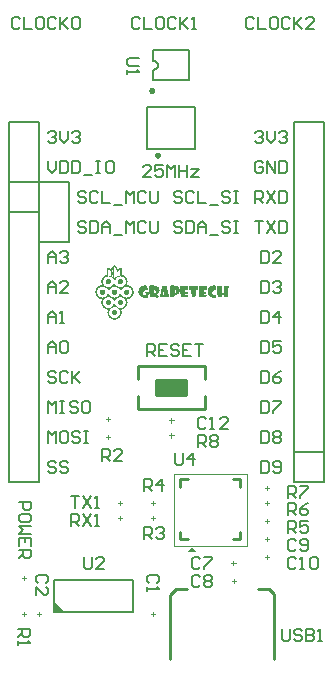
<source format=gto>
%FSTAX24Y24*%
%MOIN*%
%SFA1B1*%

%IPPOS*%
%ADD10C,0.008000*%
%ADD11C,0.010000*%
%ADD12C,0.002000*%
%ADD13C,0.009100*%
%ADD14C,0.007900*%
%ADD15C,0.003900*%
%ADD16R,0.100000X0.050000*%
%LNv3-1*%
%LPD*%
G36*
X037617Y029923D02*
X037623D01*
Y029922*
X037626*
Y029921*
X03763*
Y02992*
X037632*
Y029918*
X037635*
Y029917*
X037637*
Y029916*
X037638*
Y029915*
X037641*
Y029914*
X037642*
Y029913*
X037644*
Y029911*
X037646*
Y02991*
X037647*
Y029909*
X037648*
Y029908*
X037649*
Y029907*
X03765*
Y029905*
X037652*
Y029904*
X037653*
Y029903*
Y029902*
X037654*
Y029901*
X037655*
Y029899*
X037656*
Y029898*
Y029897*
X037657*
Y029896*
X037659*
Y029895*
Y029893*
X03766*
Y029892*
X037661*
Y029891*
Y02989*
X037662*
Y029889*
X037663*
Y029887*
Y029886*
X037665*
Y029885*
X037666*
Y029884*
Y029883*
X037667*
Y029882*
X037668*
Y02988*
Y029879*
X037669*
Y029878*
X037671*
Y029877*
Y029876*
X037672*
Y029874*
X037673*
Y029873*
Y029872*
X037674*
Y029871*
X037675*
Y02987*
Y029868*
X037677*
Y029867*
X037678*
Y029866*
Y029865*
X037679*
Y029864*
X03768*
Y029862*
Y029861*
X037681*
Y02986*
X037682*
Y029859*
Y029858*
X037684*
Y029856*
X037685*
Y029855*
Y029854*
X037686*
Y029853*
X037687*
Y029852*
Y029851*
X037688*
Y029849*
X03769*
Y029848*
Y029847*
X037691*
Y029846*
X037692*
Y029845*
Y029843*
X037693*
Y029842*
X037694*
Y029841*
Y02984*
X037696*
Y029839*
X037697*
Y029837*
Y029836*
X037698*
Y029835*
X037699*
Y029834*
Y029833*
X0377*
Y029831*
X037702*
Y02983*
Y029829*
X037703*
Y029828*
X037704*
Y029827*
Y029826*
X037705*
Y029824*
X037706*
Y029823*
Y029822*
X037708*
Y029821*
X037709*
Y02982*
Y029818*
X03771*
Y029817*
X037711*
Y029816*
Y029815*
X037712*
Y029814*
X037713*
Y029812*
Y029811*
X037715*
Y02981*
X037716*
Y029809*
Y029808*
X037717*
Y029806*
X037718*
Y029805*
Y029804*
X037719*
Y029803*
X037721*
Y029802*
Y0298*
X037722*
Y029799*
X037723*
Y029798*
Y029797*
X037724*
Y029796*
X037725*
Y029795*
Y029793*
X037727*
Y029792*
X037728*
Y029791*
Y02979*
X037731*
Y029791*
X037733*
Y029792*
X037735*
Y029793*
X037736*
Y029795*
X037739*
Y029796*
X03774*
Y029797*
X037742*
Y029798*
X037743*
Y029799*
X037746*
Y0298*
X037747*
Y029802*
X037749*
Y029803*
X037752*
Y029804*
X037753*
Y029805*
X037755*
Y029806*
X037756*
Y029808*
X037759*
Y029809*
X03776*
Y02981*
X037762*
Y029811*
X037764*
Y029812*
X037766*
Y029814*
X037768*
Y029815*
X037769*
Y029816*
X037772*
Y029817*
X037773*
Y029818*
X037775*
Y02982*
X037777*
Y029821*
X037779*
Y029822*
X03778*
Y029823*
X037783*
Y029824*
X037785*
Y029826*
X037786*
Y029827*
X037789*
Y029828*
X037792*
Y029829*
X037795*
Y02983*
X037799*
Y029831*
X037805*
Y029833*
X03782*
Y029831*
X037826*
Y02983*
X03783*
Y029829*
X037833*
Y029828*
X037836*
Y029827*
X037839*
Y029826*
X037841*
Y029824*
X037842*
Y029823*
X037845*
Y029822*
X037846*
Y029821*
X037847*
Y02982*
X037849*
Y029818*
X037851*
Y029817*
X037852*
Y029816*
X037853*
Y029815*
X037854*
Y029814*
X037855*
Y029812*
Y029811*
X037856*
Y02981*
X037858*
Y029809*
X037859*
Y029808*
Y029806*
X03786*
Y029805*
X037861*
Y029804*
Y029803*
X037862*
Y029802*
Y0298*
X037864*
Y029799*
Y029798*
X037865*
Y029797*
Y029796*
Y029795*
X037866*
Y029793*
Y029792*
Y029791*
X037867*
Y02979*
Y029789*
Y029787*
Y029786*
Y029785*
X037868*
Y029784*
Y029783*
Y029781*
Y02978*
Y029779*
Y029778*
Y029777*
Y029775*
Y029774*
Y029773*
Y029772*
Y029771*
Y029769*
Y029768*
Y029767*
Y029766*
Y029765*
Y029764*
Y029762*
Y029761*
Y02976*
Y029759*
Y029758*
Y029756*
Y029755*
Y029754*
Y029753*
Y029752*
Y02975*
Y029749*
Y029748*
Y029747*
Y029746*
Y029744*
Y029743*
Y029742*
Y029741*
Y02974*
Y029739*
Y029737*
Y029736*
Y029735*
Y029734*
Y029733*
Y029731*
Y02973*
Y029729*
Y029728*
Y029727*
Y029725*
Y029724*
Y029723*
Y029722*
Y029721*
Y029719*
Y029718*
Y029717*
Y029716*
Y029715*
Y029713*
Y029712*
Y029711*
Y02971*
Y029709*
Y029708*
Y029706*
Y029705*
Y029704*
Y029703*
Y029702*
Y0297*
Y029699*
Y029698*
Y029697*
Y029696*
Y029694*
Y029693*
Y029692*
Y029691*
Y02969*
Y029688*
Y029687*
Y029686*
Y029685*
Y029684*
Y029683*
Y029681*
Y02968*
Y029679*
Y029678*
Y029677*
Y029675*
Y029674*
Y029673*
Y029672*
Y029671*
Y029669*
Y029668*
Y029667*
Y029666*
Y029665*
Y029663*
Y029662*
Y029661*
Y02966*
Y029659*
Y029657*
Y029656*
Y029655*
Y029654*
Y029653*
Y029652*
Y02965*
Y029649*
Y029648*
Y029647*
Y029646*
Y029644*
Y029643*
Y029642*
Y029641*
Y02964*
Y029638*
Y029637*
Y029636*
Y029635*
Y029634*
Y029632*
Y029631*
Y02963*
Y029629*
Y029628*
Y029626*
Y029625*
Y029624*
Y029623*
Y029622*
Y029621*
Y029619*
Y029618*
Y029617*
Y029616*
Y029615*
Y029613*
Y029612*
Y029611*
Y02961*
Y029609*
Y029607*
Y029606*
Y029605*
Y029604*
Y029603*
Y029601*
Y0296*
X037873*
Y029599*
X037877*
Y029598*
X03788*
Y029597*
X037884*
Y029595*
X037887*
Y029594*
X037891*
Y029593*
X037895*
Y029592*
X037897*
Y029591*
X037901*
Y02959*
X037903*
Y029588*
X037905*
Y029587*
X037909*
Y029586*
X037911*
Y029585*
X037914*
Y029584*
X037916*
Y029582*
X037918*
Y029581*
X037921*
Y02958*
X037923*
Y029579*
X037924*
Y029578*
X037927*
Y029576*
X037929*
Y029575*
X03793*
Y029574*
X037933*
Y029573*
X037935*
Y029572*
X037936*
Y02957*
X037939*
Y029569*
X03794*
Y029568*
X037942*
Y029567*
X037943*
Y029566*
X037946*
Y029565*
X037947*
Y029563*
X037949*
Y029562*
X037951*
Y029561*
X037952*
Y02956*
X037954*
Y029559*
X037955*
Y029557*
X037957*
Y029556*
X037958*
Y029555*
X03796*
Y029554*
X037961*
Y029553*
X037963*
Y029551*
X037964*
Y02955*
X037965*
Y029549*
X037966*
Y029548*
X037967*
Y029547*
X03797*
Y029545*
X037971*
Y029544*
X037972*
Y029543*
X037973*
Y029542*
X037974*
Y029541*
X037976*
Y029539*
X037977*
Y029538*
X037978*
Y029537*
X037979*
Y029536*
X03798*
Y029535*
X037982*
Y029534*
X037983*
Y029532*
X037984*
Y029531*
Y02953*
X037985*
Y029529*
X037986*
Y029528*
X037988*
Y029526*
X037989*
Y029525*
X03799*
Y029524*
X037991*
Y029523*
X037992*
Y029522*
Y02952*
X037994*
Y029519*
X037995*
Y029518*
X037996*
Y029517*
Y029516*
X037997*
Y029514*
X037998*
Y029513*
X037999*
Y029512*
Y029511*
X038001*
Y02951*
X038002*
Y029509*
X038003*
Y029507*
Y029506*
X038004*
Y029505*
X038005*
Y029504*
Y029503*
X038007*
Y029501*
X038008*
Y0295*
Y029499*
X038009*
Y029498*
X03801*
Y029497*
Y029495*
X038011*
Y029494*
Y029493*
X038013*
Y029492*
X038014*
Y029491*
Y029489*
X038015*
Y029488*
Y029487*
X038016*
Y029486*
Y029485*
X038017*
Y029483*
X038019*
Y029482*
Y029481*
X03802*
Y02948*
Y029479*
X038021*
Y029478*
Y029476*
X038022*
Y029475*
Y029474*
X038023*
Y029473*
Y029472*
X038025*
Y02947*
Y029469*
Y029468*
X038026*
Y029467*
Y029466*
X038027*
Y029464*
Y029463*
X038028*
Y029462*
Y029461*
Y02946*
X038029*
Y029458*
Y029457*
X03803*
Y029456*
Y029455*
Y029454*
X038032*
Y029452*
Y029451*
Y02945*
X038033*
Y029449*
Y029448*
Y029447*
X038034*
Y029445*
Y029444*
Y029443*
X038035*
Y029442*
Y029441*
Y029439*
X038036*
Y029438*
Y029437*
Y029436*
X038038*
Y029435*
Y029433*
Y029432*
Y029431*
X038039*
Y02943*
Y029429*
Y029427*
Y029426*
X03804*
Y029425*
Y029424*
Y029423*
Y029422*
Y02942*
X038041*
Y029419*
Y029418*
Y029417*
Y029416*
Y029414*
X038042*
Y029413*
Y029412*
Y029411*
Y02941*
Y029408*
X038044*
Y029407*
Y029406*
Y029405*
Y029404*
Y029402*
Y029401*
Y0294*
Y029399*
X038045*
Y029398*
Y029396*
Y029395*
Y029394*
Y029393*
Y029392*
Y029391*
Y029389*
Y029388*
Y029387*
Y029386*
Y029385*
X038046*
Y029383*
Y029382*
Y029381*
Y02938*
Y029379*
Y029377*
Y029376*
Y029375*
Y029374*
Y029373*
Y029371*
Y02937*
Y029369*
Y029368*
Y029367*
Y029365*
Y029364*
Y029363*
Y029362*
Y029361*
X038045*
Y02936*
Y029358*
Y029357*
Y029356*
Y029355*
Y029354*
Y029352*
Y029351*
Y02935*
Y029349*
Y029348*
Y029346*
X038044*
Y029345*
Y029344*
Y029343*
Y029342*
Y02934*
Y029339*
Y029338*
Y029337*
X038042*
Y029336*
Y029335*
Y029333*
Y029332*
Y029331*
Y02933*
X038041*
Y029329*
Y029327*
Y029326*
Y029325*
Y029324*
X03804*
Y029323*
Y029321*
Y02932*
Y029319*
X038039*
Y029318*
Y029317*
Y029315*
Y029314*
X038038*
Y029313*
Y029312*
Y029311*
Y029309*
X038036*
Y029308*
Y029307*
Y029306*
Y029305*
X038035*
Y029304*
Y029302*
Y029301*
X038034*
Y0293*
Y029299*
Y029298*
X038033*
Y029296*
Y029295*
Y029294*
X038032*
Y029293*
Y029292*
Y02929*
X03803*
Y029289*
Y029288*
X038029*
Y029287*
Y029286*
Y029284*
X038028*
Y029283*
Y029282*
X038027*
Y029281*
Y02928*
Y029279*
X038026*
Y029277*
Y029276*
X038025*
Y029275*
Y029274*
X038023*
Y029273*
Y029271*
X038022*
Y02927*
Y029269*
X038021*
Y029268*
Y029267*
X03802*
Y029265*
Y029264*
X038036*
Y029263*
X038046*
Y029262*
X038054*
Y029261*
X03806*
Y029259*
X038066*
Y029258*
X038071*
Y029257*
X038076*
Y029256*
X038081*
Y029255*
X038084*
Y029253*
X038088*
Y029252*
X038091*
Y029251*
X038095*
Y02925*
X038098*
Y029249*
X038101*
Y029248*
X038104*
Y029246*
X038107*
Y029245*
X038109*
Y029244*
X038113*
Y029243*
X038115*
Y029242*
X038117*
Y02924*
X03812*
Y029239*
X038122*
Y029238*
X038125*
Y029237*
X038127*
Y029236*
X038128*
Y029234*
X038131*
Y029233*
X038133*
Y029232*
X038135*
Y029231*
X038137*
Y02923*
X038139*
Y029228*
X03814*
Y029227*
X038143*
Y029226*
X038145*
Y029225*
X038146*
Y029224*
X038147*
Y029222*
X03815*
Y029221*
X038151*
Y02922*
X038153*
Y029219*
X038154*
Y029218*
X038156*
Y029217*
X038158*
Y029215*
X038159*
Y029214*
X03816*
Y029213*
X038163*
Y029212*
X038164*
Y029211*
X038165*
Y029209*
X038166*
Y029208*
X038168*
Y029207*
X038169*
Y029206*
X038171*
Y029205*
X038172*
Y029203*
X038173*
Y029202*
X038175*
Y029201*
X038176*
Y0292*
X038177*
Y029199*
X038178*
Y029197*
X038179*
Y029196*
X038181*
Y029195*
X038182*
Y029194*
X038183*
Y029193*
X038184*
Y029192*
X038185*
Y02919*
X038187*
Y029189*
X038188*
Y029188*
X038189*
Y029187*
X03819*
Y029186*
X038191*
Y029184*
Y029183*
X038193*
Y029182*
X038194*
Y029181*
X038195*
Y02918*
X038196*
Y029178*
X038197*
Y029177*
Y029176*
X038199*
Y029175*
X0382*
Y029174*
X038201*
Y029172*
X038202*
Y029171*
Y02917*
X038203*
Y029169*
X038204*
Y029168*
X038206*
Y029166*
Y029165*
X038207*
Y029164*
X038208*
Y029163*
Y029162*
X038209*
Y029161*
X03821*
Y029159*
Y029158*
X038212*
Y029157*
X038213*
Y029156*
Y029155*
X038214*
Y029153*
X038215*
Y029152*
Y029151*
X038216*
Y02915*
Y029149*
X038218*
Y029147*
X038219*
Y029146*
Y029145*
X03822*
Y029144*
Y029143*
X038221*
Y029141*
Y02914*
X038222*
Y029139*
X038224*
Y029138*
Y029137*
X038225*
Y029135*
Y029134*
X038226*
Y029133*
Y029132*
X038227*
Y029131*
Y02913*
X038228*
Y029128*
Y029127*
Y029126*
X03823*
Y029125*
Y029124*
X038231*
Y029122*
Y029121*
X038232*
Y02912*
Y029119*
X038233*
Y029118*
Y029116*
Y029115*
X038234*
Y029114*
Y029113*
Y029112*
X038235*
Y02911*
Y029109*
X038237*
Y029108*
Y029107*
Y029106*
X038238*
Y029105*
Y029103*
Y029102*
X038239*
Y029101*
Y0291*
Y029099*
X03824*
Y029097*
Y029096*
Y029095*
X038241*
Y029094*
Y029093*
Y029091*
Y02909*
X038243*
Y029089*
Y029088*
Y029087*
Y029085*
X038244*
Y029084*
Y029083*
Y029082*
Y029081*
X038245*
Y029079*
Y029078*
Y029077*
Y029076*
Y029075*
X038246*
Y029074*
Y029072*
Y029071*
Y02907*
Y029069*
X038247*
Y029068*
Y029066*
Y029065*
Y029064*
Y029063*
Y029062*
X038249*
Y02906*
Y029059*
Y029058*
Y029057*
Y029056*
Y029054*
Y029053*
Y029052*
Y029051*
X03825*
Y02905*
Y029048*
Y029047*
Y029046*
Y029045*
Y029044*
Y029043*
Y029041*
Y02904*
Y029039*
Y029038*
Y029037*
Y029035*
Y029034*
Y029033*
Y029032*
Y029031*
Y029029*
Y029028*
Y029027*
Y029026*
Y029025*
Y029023*
Y029022*
Y029021*
Y02902*
Y029019*
Y029018*
Y029016*
Y029015*
Y029014*
Y029013*
Y029012*
Y02901*
Y029009*
Y029008*
Y029007*
X038249*
Y029006*
Y029004*
Y029003*
Y029002*
Y029001*
Y029*
Y028998*
Y028997*
Y028996*
X038247*
Y028995*
Y028994*
Y028992*
Y028991*
Y02899*
Y028989*
X038246*
Y028988*
Y028987*
Y028985*
Y028984*
Y028983*
X038245*
Y028982*
Y028981*
Y028979*
Y028978*
Y028977*
X038244*
Y028976*
Y028975*
Y028973*
Y028972*
X038243*
Y028971*
Y02897*
Y028969*
Y028967*
X038241*
Y028966*
Y028965*
Y028964*
Y028963*
X03824*
Y028962*
Y02896*
Y028959*
X038239*
Y028958*
Y028957*
Y028956*
X038238*
Y028954*
Y028953*
Y028952*
X038237*
Y028951*
Y02895*
Y028948*
X038235*
Y028947*
Y028946*
Y028945*
X038234*
Y028944*
Y028942*
X038233*
Y028941*
Y02894*
Y028939*
X038232*
Y028938*
Y028936*
X038231*
Y028935*
Y028934*
X03823*
Y028933*
Y028932*
Y028931*
X038228*
Y028929*
Y028928*
X038227*
Y028927*
Y028926*
X038226*
Y028925*
Y028923*
X038225*
Y028922*
Y028921*
X038224*
Y02892*
Y028919*
X038222*
Y028917*
Y028916*
X038221*
Y028915*
X03822*
Y028914*
Y028913*
X038219*
Y028911*
Y02891*
X038218*
Y028909*
Y028908*
X038216*
Y028907*
X038215*
Y028905*
Y028904*
X038214*
Y028903*
Y028902*
X038213*
Y028901*
X038212*
Y0289*
Y028898*
X03821*
Y028897*
X038209*
Y028896*
Y028895*
X038208*
Y028894*
X038207*
Y028892*
X038206*
Y028891*
Y02889*
X038204*
Y028889*
X038203*
Y028888*
X038202*
Y028886*
Y028885*
X038201*
Y028884*
X0382*
Y028883*
X038199*
Y028882*
Y02888*
X038197*
Y028879*
X038196*
Y028878*
X038195*
Y028877*
X038194*
Y028876*
X038193*
Y028874*
Y028873*
X038191*
Y028872*
X03819*
Y028871*
X038189*
Y02887*
X038188*
Y028869*
X038187*
Y028867*
X038185*
Y028866*
X038184*
Y028865*
X038183*
Y028864*
X038182*
Y028863*
X038181*
Y028861*
X038179*
Y02886*
X038178*
Y028859*
X038177*
Y028858*
X038176*
Y028857*
X038175*
Y028855*
X038173*
Y028854*
X038172*
Y028853*
X038171*
Y028852*
X03817*
Y028851*
X038168*
Y028849*
X038166*
Y028848*
X038165*
Y028847*
X038164*
Y028846*
X038163*
Y028845*
X03816*
Y028844*
X038159*
Y028842*
X038158*
Y028841*
X038156*
Y02884*
X038154*
Y028839*
X038153*
Y028838*
X038151*
Y028836*
X03815*
Y028835*
X038147*
Y028834*
X038146*
Y028833*
X038145*
Y028832*
X038143*
Y02883*
X03814*
Y028829*
X038139*
Y028828*
X038137*
Y028827*
X038135*
Y028826*
X038133*
Y028824*
X038131*
Y028823*
X038128*
Y028822*
X038127*
Y028821*
X038125*
Y02882*
X038122*
Y028818*
X03812*
Y028817*
X038117*
Y028816*
X038115*
Y028815*
X038112*
Y028814*
X038109*
Y028813*
X038107*
Y028811*
X038104*
Y02881*
X038101*
Y028809*
X038098*
Y028808*
X038095*
Y028807*
X038091*
Y028805*
X038088*
Y028804*
X038084*
Y028803*
X038081*
Y028802*
X038076*
Y028801*
X038071*
Y028799*
X038066*
Y028798*
X038061*
Y028797*
X038054*
Y028796*
X038047*
Y028795*
X038038*
Y028793*
X038017*
Y028792*
Y028791*
X038019*
Y02879*
Y028789*
X03802*
Y028788*
Y028786*
X038021*
Y028785*
Y028784*
X038022*
Y028783*
Y028782*
X038023*
Y02878*
Y028779*
X038025*
Y028778*
Y028777*
X038026*
Y028776*
Y028774*
X038027*
Y028773*
Y028772*
Y028771*
X038028*
Y02877*
Y028768*
X038029*
Y028767*
Y028766*
Y028765*
X03803*
Y028764*
Y028762*
X038032*
Y028761*
Y02876*
Y028759*
X038033*
Y028758*
Y028757*
Y028755*
X038034*
Y028754*
Y028753*
Y028752*
X038035*
Y028751*
Y028749*
Y028748*
X038036*
Y028747*
Y028746*
Y028745*
Y028743*
X038038*
Y028742*
Y028741*
Y02874*
X038039*
Y028739*
Y028737*
Y028736*
Y028735*
X03804*
Y028734*
Y028733*
Y028731*
Y02873*
Y028729*
X038041*
Y028728*
Y028727*
Y028726*
Y028724*
Y028723*
X038042*
Y028722*
Y028721*
Y02872*
Y028718*
Y028717*
Y028716*
X038044*
Y028715*
Y028714*
Y028712*
Y028711*
Y02871*
Y028709*
Y028708*
X038045*
Y028706*
Y028705*
Y028704*
Y028703*
Y028702*
Y0287*
Y028699*
Y028698*
Y028697*
Y028696*
Y028695*
Y028693*
X038046*
Y028692*
Y028691*
Y02869*
Y028689*
Y028687*
Y028686*
Y028685*
Y028684*
Y028683*
Y028681*
Y02868*
Y028679*
Y028678*
Y028677*
Y028675*
Y028674*
Y028673*
Y028672*
Y028671*
Y02867*
Y028668*
X038045*
Y028667*
Y028666*
Y028665*
Y028664*
Y028662*
Y028661*
Y02866*
Y028659*
Y028658*
Y028656*
Y028655*
Y028654*
X038044*
Y028653*
Y028652*
Y02865*
Y028649*
Y028648*
Y028647*
Y028646*
X038042*
Y028644*
Y028643*
Y028642*
Y028641*
Y02864*
Y028639*
X038041*
Y028637*
Y028636*
Y028635*
Y028634*
Y028633*
X03804*
Y028631*
Y02863*
Y028629*
Y028628*
Y028627*
X038039*
Y028625*
Y028624*
Y028623*
Y028622*
X038038*
Y028621*
Y028619*
Y028618*
X038036*
Y028617*
Y028616*
Y028615*
Y028614*
X038035*
Y028612*
Y028611*
Y02861*
X038034*
Y028609*
Y028608*
Y028606*
X038033*
Y028605*
Y028604*
Y028603*
X038032*
Y028602*
Y0286*
Y028599*
X03803*
Y028598*
Y028597*
Y028596*
X038029*
Y028594*
Y028593*
X038028*
Y028592*
Y028591*
Y02859*
X038027*
Y028588*
Y028587*
X038026*
Y028586*
Y028585*
X038025*
Y028584*
Y028583*
X038023*
Y028581*
Y02858*
Y028579*
X038022*
Y028578*
Y028577*
X038021*
Y028575*
Y028574*
X03802*
Y028573*
Y028572*
X038019*
Y028571*
X038017*
Y028569*
Y028568*
X038016*
Y028567*
Y028566*
X038015*
Y028565*
Y028563*
X038014*
Y028562*
Y028561*
X038013*
Y02856*
X038011*
Y028559*
Y028558*
X03801*
Y028556*
Y028555*
X038009*
Y028554*
X038008*
Y028553*
Y028552*
X038007*
Y02855*
X038005*
Y028549*
Y028548*
X038004*
Y028547*
X038003*
Y028546*
Y028544*
X038002*
Y028543*
X038001*
Y028542*
X037999*
Y028541*
Y02854*
X037998*
Y028538*
X037997*
Y028537*
X037996*
Y028536*
Y028535*
X037995*
Y028534*
X037994*
Y028532*
X037992*
Y028531*
X037991*
Y02853*
X03799*
Y028529*
Y028528*
X037989*
Y028527*
X037988*
Y028525*
X037986*
Y028524*
X037985*
Y028523*
X037984*
Y028522*
X037983*
Y028521*
X037982*
Y028519*
X03798*
Y028518*
X037979*
Y028517*
Y028516*
X037978*
Y028515*
X037977*
Y028513*
X037976*
Y028512*
X037973*
Y028511*
X037972*
Y02851*
X037971*
Y028509*
X03797*
Y028507*
X037969*
Y028506*
X037967*
Y028505*
X037966*
Y028504*
X037965*
Y028503*
X037964*
Y028501*
X037963*
Y0285*
X03796*
Y028499*
X037959*
Y028498*
X037958*
Y028497*
X037957*
Y028496*
X037954*
Y028494*
X037953*
Y028493*
X037952*
Y028492*
X037949*
Y028491*
X037948*
Y02849*
X037947*
Y028488*
X037945*
Y028487*
X037943*
Y028486*
X037941*
Y028485*
X03794*
Y028484*
X037938*
Y028482*
X037936*
Y028481*
X037934*
Y02848*
X037933*
Y028479*
X03793*
Y028478*
X037928*
Y028476*
X037926*
Y028475*
X037924*
Y028474*
X037922*
Y028473*
X03792*
Y028472*
X037917*
Y02847*
X037915*
Y028469*
X037913*
Y028468*
X03791*
Y028467*
X037908*
Y028466*
X037905*
Y028465*
X037902*
Y028463*
X037899*
Y028462*
X037896*
Y028461*
X037893*
Y02846*
X03789*
Y028459*
X037886*
Y028457*
X037883*
Y028456*
X037879*
Y028455*
X037876*
Y028454*
X037871*
Y028453*
X037867*
Y028451*
X037861*
Y02845*
X037856*
Y028449*
X037851*
Y028448*
X037842*
Y028447*
X037833*
Y028445*
X037828*
Y028444*
X037829*
Y028443*
Y028442*
X03783*
Y028441*
Y02844*
X037831*
Y028438*
Y028437*
Y028436*
X037833*
Y028435*
Y028434*
X037834*
Y028432*
Y028431*
Y02843*
X037835*
Y028429*
Y028428*
X037836*
Y028426*
Y028425*
Y028424*
X037837*
Y028423*
Y028422*
Y02842*
X037839*
Y028419*
Y028418*
Y028417*
Y028416*
X03784*
Y028414*
Y028413*
Y028412*
X037841*
Y028411*
Y02841*
Y028409*
Y028407*
X037842*
Y028406*
Y028405*
Y028404*
Y028403*
X037843*
Y028401*
Y0284*
Y028399*
Y028398*
X037845*
Y028397*
Y028395*
Y028394*
Y028393*
Y028392*
X037846*
Y028391*
Y028389*
Y028388*
Y028387*
Y028386*
X037847*
Y028385*
Y028384*
Y028382*
Y028381*
Y02838*
Y028379*
Y028378*
X037848*
Y028376*
Y028375*
Y028374*
Y028373*
Y028372*
Y02837*
Y028369*
Y028368*
Y028367*
Y028366*
X037849*
Y028364*
Y028363*
Y028362*
Y028361*
Y02836*
Y028358*
Y028357*
Y028356*
Y028355*
Y028354*
Y028353*
Y028351*
Y02835*
Y028349*
Y028348*
Y028347*
Y028345*
Y028344*
Y028343*
Y028342*
Y028341*
Y028339*
Y028338*
Y028337*
Y028336*
Y028335*
Y028333*
Y028332*
Y028331*
X037848*
Y02833*
Y028329*
Y028327*
Y028326*
Y028325*
Y028324*
Y028323*
Y028322*
Y02832*
Y028319*
X037847*
Y028318*
Y028317*
Y028316*
Y028314*
Y028313*
Y028312*
Y028311*
X037846*
Y02831*
Y028308*
Y028307*
Y028306*
Y028305*
Y028304*
X037845*
Y028302*
Y028301*
Y0283*
Y028299*
Y028298*
X037843*
Y028296*
Y028295*
Y028294*
Y028293*
X037842*
Y028292*
Y028291*
Y028289*
Y028288*
X037841*
Y028287*
Y028286*
Y028285*
Y028283*
X03784*
Y028282*
Y028281*
Y02828*
X037839*
Y028279*
Y028277*
Y028276*
X037837*
Y028275*
Y028274*
Y028273*
X037836*
Y028271*
Y02827*
Y028269*
X037835*
Y028268*
Y028267*
Y028266*
X037834*
Y028264*
Y028263*
X037833*
Y028262*
Y028261*
Y02826*
X037831*
Y028258*
Y028257*
X03783*
Y028256*
Y028255*
Y028254*
X037829*
Y028252*
Y028251*
X037828*
Y02825*
Y028249*
X037827*
Y028248*
Y028246*
X037826*
Y028245*
Y028244*
X037824*
Y028243*
Y028242*
X037823*
Y02824*
Y028239*
X037822*
Y028238*
Y028237*
X037821*
Y028236*
Y028235*
X03782*
Y028233*
Y028232*
X037818*
Y028231*
X037817*
Y02823*
Y028229*
X037816*
Y028227*
Y028226*
X037815*
Y028225*
X037814*
Y028224*
Y028223*
X037812*
Y028221*
Y02822*
X037811*
Y028219*
X03781*
Y028218*
Y028217*
X037809*
Y028215*
X037808*
Y028214*
Y028213*
X037806*
Y028212*
X037805*
Y028211*
X037804*
Y02821*
Y028208*
X037803*
Y028207*
X037802*
Y028206*
X0378*
Y028205*
Y028204*
X037799*
Y028202*
X037798*
Y028201*
X037797*
Y0282*
Y028199*
X037796*
Y028198*
X037795*
Y028196*
X037793*
Y028195*
X037792*
Y028194*
X037791*
Y028193*
X03779*
Y028192*
Y02819*
X037789*
Y028189*
X037787*
Y028188*
X037786*
Y028187*
X037785*
Y028186*
X037784*
Y028184*
X037783*
Y028183*
X037781*
Y028182*
X03778*
Y028181*
X037779*
Y02818*
X037778*
Y028179*
X037777*
Y028177*
X037775*
Y028176*
X037774*
Y028175*
X037773*
Y028174*
X037772*
Y028173*
X037769*
Y028171*
X037768*
Y02817*
X037767*
Y028169*
X037766*
Y028168*
X037765*
Y028167*
X037764*
Y028165*
X037761*
Y028164*
X03776*
Y028163*
X037759*
Y028162*
X037758*
Y028161*
X037755*
Y028159*
X037754*
Y028158*
X037753*
Y028157*
X03775*
Y028156*
X037749*
Y028155*
X037747*
Y028153*
X037746*
Y028152*
X037743*
Y028151*
X037742*
Y02815*
X03774*
Y028149*
X037739*
Y028148*
X037736*
Y028146*
X037734*
Y028145*
X037733*
Y028144*
X03773*
Y028143*
X037728*
Y028142*
X037725*
Y02814*
X037724*
Y028139*
X037722*
Y028138*
X037719*
Y028137*
X037717*
Y028136*
X037715*
Y028134*
X037711*
Y028133*
X037709*
Y028132*
X037706*
Y028131*
X037704*
Y02813*
X0377*
Y028128*
X037698*
Y028127*
X037694*
Y028126*
X037691*
Y028125*
X037687*
Y028124*
X037684*
Y028123*
X03768*
Y028121*
X037675*
Y02812*
X037672*
Y028119*
X037666*
Y028118*
X037661*
Y028117*
X037655*
Y028115*
X037648*
Y028114*
X037638*
Y028113*
X037621*
Y028112*
X037606*
Y028113*
X03759*
Y028114*
X03758*
Y028115*
X037573*
Y028117*
X037566*
Y028118*
X037561*
Y028119*
X037556*
Y02812*
X037551*
Y028121*
X037547*
Y028123*
X037543*
Y028124*
X037539*
Y028125*
X037536*
Y028126*
X037532*
Y028127*
X03753*
Y028128*
X037526*
Y02813*
X037523*
Y028131*
X03752*
Y028132*
X037518*
Y028133*
X037516*
Y028134*
X037512*
Y028136*
X03751*
Y028137*
X037507*
Y028138*
X037505*
Y028139*
X037504*
Y02814*
X037501*
Y028142*
X037499*
Y028143*
X037497*
Y028144*
X037494*
Y028145*
X037493*
Y028146*
X037491*
Y028148*
X037488*
Y028149*
X037487*
Y02815*
X037485*
Y028151*
X037483*
Y028152*
X037481*
Y028153*
X03748*
Y028155*
X037478*
Y028156*
X037476*
Y028157*
X037475*
Y028158*
X037473*
Y028159*
X037472*
Y028161*
X03747*
Y028162*
X037468*
Y028163*
X037467*
Y028164*
X037466*
Y028165*
X037464*
Y028167*
X037462*
Y028168*
X037461*
Y028169*
X03746*
Y02817*
X037458*
Y028171*
X037457*
Y028173*
X037456*
Y028174*
X037455*
Y028175*
X037452*
Y028176*
X037451*
Y028177*
X03745*
Y028179*
X037449*
Y02818*
X037448*
Y028181*
X037447*
Y028182*
X037445*
Y028183*
X037444*
Y028184*
X037443*
Y028186*
X037442*
Y028187*
X037441*
Y028188*
Y028189*
X037439*
Y02819*
X037438*
Y028192*
X037437*
Y028193*
X037436*
Y028194*
X037435*
Y028195*
X037433*
Y028196*
X037432*
Y028198*
Y028199*
X037431*
Y0282*
X03743*
Y028201*
X037429*
Y028202*
X037427*
Y028204*
Y028205*
X037426*
Y028206*
X037425*
Y028207*
X037424*
Y028208*
Y02821*
X037423*
Y028211*
X037422*
Y028212*
X03742*
Y028213*
Y028214*
X037419*
Y028215*
X037418*
Y028217*
Y028218*
X037417*
Y028219*
X037416*
Y02822*
Y028221*
X037414*
Y028223*
X037413*
Y028224*
Y028225*
X037412*
Y028226*
Y028227*
X037411*
Y028229*
X03741*
Y02823*
Y028231*
X037408*
Y028232*
Y028233*
X037407*
Y028235*
Y028236*
X037406*
Y028237*
X037405*
Y028238*
Y028239*
X037404*
Y02824*
Y028242*
X037402*
Y028243*
Y028244*
X037401*
Y028245*
Y028246*
X0374*
Y028248*
Y028249*
Y02825*
X037399*
Y028251*
Y028252*
X037398*
Y028254*
Y028255*
X037396*
Y028256*
Y028257*
X037395*
Y028258*
Y02826*
Y028261*
X037394*
Y028262*
Y028263*
X037393*
Y028264*
Y028266*
Y028267*
X037392*
Y028268*
Y028269*
Y02827*
X037391*
Y028271*
Y028273*
Y028274*
X037389*
Y028275*
Y028276*
Y028277*
X037388*
Y028279*
Y02828*
Y028281*
X037387*
Y028282*
Y028283*
Y028285*
X037386*
Y028286*
Y028287*
Y028288*
Y028289*
X037385*
Y028291*
Y028292*
Y028293*
Y028294*
X037383*
Y028295*
Y028296*
Y028298*
Y028299*
Y0283*
X037382*
Y028301*
Y028302*
Y028304*
Y028305*
Y028306*
X037381*
Y028307*
Y028308*
Y02831*
Y028311*
Y028312*
X03738*
Y028313*
Y028314*
Y028316*
Y028317*
Y028318*
Y028319*
Y02832*
Y028322*
X037379*
Y028323*
Y028324*
Y028325*
Y028326*
Y028327*
Y028329*
Y02833*
Y028331*
Y028332*
Y028333*
Y028335*
Y028336*
X037377*
Y028337*
Y028338*
Y028339*
Y028341*
Y028342*
Y028343*
Y028344*
Y028345*
Y028347*
Y028348*
Y028349*
Y02835*
Y028351*
Y028353*
Y028354*
Y028355*
Y028356*
Y028357*
Y028358*
Y02836*
Y028361*
X037379*
Y028362*
Y028363*
Y028364*
Y028366*
Y028367*
Y028368*
Y028369*
Y02837*
Y028372*
Y028373*
Y028374*
Y028375*
X03738*
Y028376*
Y028378*
Y028379*
Y02838*
Y028381*
Y028382*
Y028384*
X037381*
Y028385*
Y028386*
Y028387*
Y028388*
Y028389*
Y028391*
X037382*
Y028392*
Y028393*
Y028394*
Y028395*
Y028397*
X037383*
Y028398*
Y028399*
Y0284*
Y028401*
Y028403*
X037385*
Y028404*
Y028405*
Y028406*
Y028407*
X037386*
Y028409*
Y02841*
Y028411*
X037387*
Y028412*
Y028413*
Y028414*
Y028416*
X037388*
Y028417*
Y028418*
Y028419*
X037389*
Y02842*
Y028422*
Y028423*
X037391*
Y028424*
Y028425*
Y028426*
X037392*
Y028428*
Y028429*
Y02843*
X037393*
Y028431*
Y028432*
X037394*
Y028434*
Y028435*
Y028436*
X037395*
Y028437*
Y028438*
X037396*
Y02844*
Y028441*
Y028442*
X037398*
Y028443*
Y028444*
Y028445*
X037385*
Y028447*
X037375*
Y028448*
X037368*
Y028449*
X037362*
Y02845*
X037356*
Y028451*
X037351*
Y028453*
X037346*
Y028454*
X037343*
Y028455*
X037339*
Y028456*
X037335*
Y028457*
X037332*
Y028459*
X037329*
Y02846*
X037325*
Y028461*
X037323*
Y028462*
X037319*
Y028463*
X037317*
Y028465*
X037313*
Y028466*
X037311*
Y028467*
X037308*
Y028468*
X037306*
Y028469*
X037304*
Y02847*
X037301*
Y028472*
X037299*
Y028473*
X037296*
Y028474*
X037294*
Y028475*
X037293*
Y028476*
X03729*
Y028478*
X037288*
Y028479*
X037287*
Y02848*
X037284*
Y028481*
X037282*
Y028482*
X037281*
Y028484*
X037278*
Y028485*
X037277*
Y028486*
X037275*
Y028487*
X037274*
Y028488*
X037273*
Y02849*
X03727*
Y028491*
X037269*
Y028492*
X037267*
Y028493*
X037265*
Y028494*
X037264*
Y028496*
X037263*
Y028497*
X037261*
Y028498*
X037259*
Y028499*
X037258*
Y0285*
X037257*
Y028501*
X037256*
Y028503*
X037253*
Y028504*
X037252*
Y028505*
X037251*
Y028506*
X03725*
Y028507*
X037249*
Y028509*
X037248*
Y02851*
X037246*
Y028511*
X037245*
Y028512*
X037244*
Y028513*
X037243*
Y028515*
X037242*
Y028516*
X03724*
Y028517*
X037239*
Y028518*
X037238*
Y028519*
X037237*
Y028521*
X037236*
Y028522*
X037234*
Y028523*
X037233*
Y028524*
X037232*
Y028525*
Y028527*
X037231*
Y028528*
X03723*
Y028529*
X037228*
Y02853*
X037227*
Y028531*
X037226*
Y028532*
Y028534*
X037225*
Y028535*
X037224*
Y028536*
X037222*
Y028537*
X037221*
Y028538*
Y02854*
X03722*
Y028541*
X037219*
Y028542*
X037218*
Y028543*
Y028544*
X037217*
Y028546*
X037215*
Y028547*
Y028548*
X037214*
Y028549*
X037213*
Y02855*
Y028552*
X037212*
Y028553*
X037211*
Y028554*
Y028555*
X037209*
Y028556*
X037208*
Y028558*
Y028559*
X037207*
Y02856*
Y028561*
X037206*
Y028562*
X037205*
Y028563*
Y028565*
X037203*
Y028566*
Y028567*
X037202*
Y028568*
Y028569*
X037201*
Y028571*
Y028572*
X0372*
Y028573*
Y028574*
X037199*
Y028575*
Y028577*
X037197*
Y028578*
Y028579*
X037196*
Y02858*
Y028581*
X037195*
Y028583*
Y028584*
X037194*
Y028585*
Y028586*
X037193*
Y028587*
Y028588*
X037192*
Y02859*
Y028591*
Y028592*
X03719*
Y028593*
Y028594*
X037189*
Y028596*
Y028597*
Y028598*
X037188*
Y028599*
Y0286*
Y028602*
X037187*
Y028603*
Y028604*
X037186*
Y028605*
Y028606*
Y028608*
X037184*
Y028609*
Y02861*
Y028611*
Y028612*
X037183*
Y028614*
Y028615*
Y028616*
X037182*
Y028617*
Y028618*
Y028619*
Y028621*
X037181*
Y028622*
Y028623*
Y028624*
X03718*
Y028625*
Y028627*
Y028628*
Y028629*
Y02863*
X037178*
Y028631*
Y028633*
Y028634*
Y028635*
Y028636*
X037177*
Y028637*
Y028639*
Y02864*
Y028641*
Y028642*
X037176*
Y028643*
Y028644*
Y028646*
Y028647*
Y028648*
Y028649*
Y02865*
X037175*
Y028652*
Y028653*
Y028654*
Y028655*
Y028656*
Y028658*
Y028659*
Y02866*
Y028661*
X037174*
Y028662*
Y028664*
Y028665*
Y028666*
Y028667*
Y028668*
Y02867*
Y028671*
Y028672*
Y028673*
Y028674*
Y028675*
Y028677*
Y028678*
Y028679*
Y02868*
Y028681*
Y028683*
Y028684*
Y028685*
Y028686*
Y028687*
Y028689*
Y02869*
Y028691*
Y028692*
Y028693*
Y028695*
Y028696*
Y028697*
Y028698*
Y028699*
X037175*
Y0287*
Y028702*
Y028703*
Y028704*
Y028705*
Y028706*
Y028708*
Y028709*
Y02871*
Y028711*
X037176*
Y028712*
Y028714*
Y028715*
Y028716*
Y028717*
Y028718*
Y02872*
X037177*
Y028721*
Y028722*
Y028723*
Y028724*
Y028726*
X037178*
Y028727*
Y028728*
Y028729*
Y02873*
Y028731*
X03718*
Y028733*
Y028734*
Y028735*
Y028736*
X037181*
Y028737*
Y028739*
Y02874*
Y028741*
X037182*
Y028742*
Y028743*
Y028745*
Y028746*
X037183*
Y028747*
Y028748*
Y028749*
X037184*
Y028751*
Y028752*
Y028753*
X037186*
Y028754*
Y028755*
Y028757*
X037187*
Y028758*
Y028759*
Y02876*
X037188*
Y028761*
Y028762*
Y028764*
X037189*
Y028765*
Y028766*
X03719*
Y028767*
Y028768*
Y02877*
X037192*
Y028771*
Y028772*
X037193*
Y028773*
Y028774*
Y028776*
X037194*
Y028777*
Y028778*
X037195*
Y028779*
Y02878*
X037196*
Y028782*
Y028783*
X037197*
Y028784*
Y028785*
X037199*
Y028786*
Y028788*
X0372*
Y028789*
Y02879*
X037201*
Y028791*
Y028792*
X037202*
Y028793*
X037188*
Y028795*
X037178*
Y028796*
X037171*
Y028797*
X037165*
Y028798*
X037159*
Y028799*
X037155*
Y028801*
X037151*
Y028802*
X037146*
Y028803*
X037143*
Y028804*
X037139*
Y028805*
X037135*
Y028807*
X037132*
Y028808*
X037128*
Y028809*
X037126*
Y02881*
X037122*
Y028811*
X03712*
Y028813*
X037118*
Y028814*
X037114*
Y028815*
X037112*
Y028816*
X037109*
Y028817*
X037107*
Y028818*
X037104*
Y02882*
X037102*
Y028821*
X0371*
Y028822*
X037099*
Y028823*
X037096*
Y028824*
X037094*
Y028826*
X037091*
Y028827*
X03709*
Y028828*
X037088*
Y028829*
X037087*
Y02883*
X037084*
Y028832*
X037083*
Y028833*
X037081*
Y028834*
X037079*
Y028835*
X037077*
Y028836*
X037076*
Y028838*
X037074*
Y028839*
X037072*
Y02884*
X037071*
Y028841*
X037069*
Y028842*
X037068*
Y028844*
X037066*
Y028845*
X037065*
Y028846*
X037063*
Y028847*
X037062*
Y028848*
X03706*
Y028849*
X037059*
Y028851*
X037058*
Y028852*
X037057*
Y028853*
X037054*
Y028854*
X037053*
Y028855*
X037052*
Y028857*
X037051*
Y028858*
X03705*
Y028859*
X037048*
Y02886*
X037047*
Y028861*
X037046*
Y028863*
X037045*
Y028864*
X037044*
Y028865*
X037043*
Y028866*
X037041*
Y028867*
X03704*
Y028869*
X037039*
Y02887*
X037038*
Y028871*
Y028872*
X037037*
Y028873*
X037035*
Y028874*
X037034*
Y028876*
X037033*
Y028877*
X037032*
Y028878*
X037031*
Y028879*
Y02888*
X037029*
Y028882*
X037028*
Y028883*
X037027*
Y028884*
X037026*
Y028885*
Y028886*
X037025*
Y028888*
X037023*
Y028889*
X037022*
Y02889*
Y028891*
X037021*
Y028892*
X03702*
Y028894*
Y028895*
X037019*
Y028896*
X037018*
Y028897*
Y028898*
X037016*
Y0289*
X037015*
Y028901*
Y028902*
X037014*
Y028903*
X037013*
Y028904*
Y028905*
X037012*
Y028907*
X03701*
Y028908*
Y028909*
X037009*
Y02891*
Y028911*
X037008*
Y028913*
Y028914*
X037007*
Y028915*
X037006*
Y028916*
Y028917*
X037004*
Y028919*
Y02892*
X037003*
Y028921*
Y028922*
X037002*
Y028923*
Y028925*
X037001*
Y028926*
Y028927*
X037*
Y028928*
Y028929*
X036998*
Y028931*
Y028932*
X036997*
Y028933*
Y028934*
Y028935*
X036996*
Y028936*
Y028938*
X036995*
Y028939*
Y02894*
X036994*
Y028941*
Y028942*
Y028944*
X036992*
Y028945*
Y028946*
Y028947*
X036991*
Y028948*
Y02895*
X03699*
Y028951*
Y028952*
Y028953*
X036989*
Y028954*
Y028956*
Y028957*
X036988*
Y028958*
Y028959*
Y02896*
X036987*
Y028962*
Y028963*
Y028964*
Y028965*
X036985*
Y028966*
Y028967*
Y028969*
X036984*
Y02897*
Y028971*
Y028972*
Y028973*
X036983*
Y028975*
Y028976*
Y028977*
Y028978*
Y028979*
X036982*
Y028981*
Y028982*
Y028983*
Y028984*
Y028985*
X036981*
Y028987*
Y028988*
Y028989*
Y02899*
Y028991*
X036979*
Y028992*
Y028994*
Y028995*
Y028996*
Y028997*
Y028998*
Y029*
Y029001*
X036978*
Y029002*
Y029003*
Y029004*
Y029006*
Y029007*
Y029008*
Y029009*
Y02901*
Y029012*
Y029013*
X036977*
Y029014*
Y029015*
Y029016*
Y029018*
Y029019*
Y02902*
Y029021*
Y029022*
Y029023*
Y029025*
Y029026*
Y029027*
Y029028*
Y029029*
Y029031*
Y029032*
Y029033*
Y029034*
Y029035*
Y029037*
Y029038*
Y029039*
Y02904*
Y029041*
Y029043*
Y029044*
X036978*
Y029045*
Y029046*
Y029047*
Y029048*
Y02905*
Y029051*
Y029052*
Y029053*
Y029054*
Y029056*
Y029057*
X036979*
Y029058*
Y029059*
Y02906*
Y029062*
Y029063*
Y029064*
Y029065*
X036981*
Y029066*
Y029068*
Y029069*
Y02907*
Y029071*
Y029072*
X036982*
Y029074*
Y029075*
Y029076*
Y029077*
Y029078*
X036983*
Y029079*
Y029081*
Y029082*
Y029083*
X036984*
Y029084*
Y029085*
Y029087*
Y029088*
X036985*
Y029089*
Y02909*
Y029091*
Y029093*
X036987*
Y029094*
Y029095*
Y029096*
X036988*
Y029097*
Y029099*
Y0291*
Y029101*
X036989*
Y029102*
Y029103*
Y029105*
X03699*
Y029106*
Y029107*
X036991*
Y029108*
Y029109*
Y02911*
X036992*
Y029112*
Y029113*
Y029114*
X036994*
Y029115*
Y029116*
X036995*
Y029118*
Y029119*
Y02912*
X036996*
Y029121*
Y029122*
X036997*
Y029124*
Y029125*
X036998*
Y029126*
Y029127*
Y029128*
X037*
Y02913*
Y029131*
X037001*
Y029132*
Y029133*
X037002*
Y029134*
Y029135*
X037003*
Y029137*
Y029138*
X037004*
Y029139*
Y02914*
X037006*
Y029141*
X037007*
Y029143*
Y029144*
X037008*
Y029145*
Y029146*
X037009*
Y029147*
Y029149*
X03701*
Y02915*
X037012*
Y029151*
Y029152*
X037013*
Y029153*
Y029155*
X037014*
Y029156*
X037015*
Y029157*
Y029158*
X037016*
Y029159*
X037018*
Y029161*
Y029162*
X037019*
Y029163*
X03702*
Y029164*
Y029165*
X037021*
Y029166*
X037022*
Y029168*
X037023*
Y029169*
Y02917*
X037025*
Y029171*
X037026*
Y029172*
X037027*
Y029174*
Y029175*
X037028*
Y029176*
X037029*
Y029177*
X037031*
Y029178*
X037032*
Y02918*
X037033*
Y029181*
Y029182*
X037034*
Y029183*
X037035*
Y029184*
X037037*
Y029186*
X037038*
Y029187*
X037039*
Y029188*
X03704*
Y029189*
X037041*
Y02919*
X037043*
Y029192*
X037044*
Y029193*
X037045*
Y029194*
X037046*
Y029195*
X037047*
Y029196*
X037048*
Y029197*
X03705*
Y029199*
X037051*
Y0292*
X037052*
Y029201*
X037053*
Y029202*
X037054*
Y029203*
X037056*
Y029205*
X037057*
Y029206*
X037058*
Y029207*
X037059*
Y029208*
X037062*
Y029209*
X037063*
Y029211*
X037064*
Y029212*
X037065*
Y029213*
X037066*
Y029214*
X037069*
Y029215*
X03707*
Y029217*
X037071*
Y029218*
X037074*
Y029219*
X037075*
Y02922*
X037076*
Y029221*
X037078*
Y029222*
X037079*
Y029224*
X037082*
Y029225*
X037083*
Y029226*
X037085*
Y029227*
X037087*
Y029228*
X037089*
Y02923*
X037091*
Y029231*
X037093*
Y029232*
X037095*
Y029233*
X037097*
Y029234*
X0371*
Y029236*
X037101*
Y029237*
X037103*
Y029238*
X037106*
Y029239*
X037108*
Y02924*
X03711*
Y029242*
X037113*
Y029243*
X037115*
Y029244*
X037119*
Y029245*
X037121*
Y029246*
X037124*
Y029248*
X037127*
Y029249*
X037131*
Y02925*
X037133*
Y029251*
X037137*
Y029252*
X03714*
Y029253*
X037144*
Y029255*
X037149*
Y029256*
X037152*
Y029257*
X037157*
Y029258*
X037162*
Y029259*
X037168*
Y029261*
X037175*
Y029262*
X037182*
Y029263*
X037194*
Y029264*
X0372*
Y029265*
X037199*
Y029267*
Y029268*
X037197*
Y029269*
Y02927*
X037196*
Y029271*
Y029273*
X037195*
Y029274*
Y029275*
X037194*
Y029276*
Y029277*
X037193*
Y029279*
Y02928*
Y029281*
X037192*
Y029282*
Y029283*
X03719*
Y029284*
Y029286*
Y029287*
X037189*
Y029288*
Y029289*
X037188*
Y02929*
Y029292*
Y029293*
X037187*
Y029294*
Y029295*
Y029296*
X037186*
Y029298*
Y029299*
Y0293*
X037184*
Y029301*
Y029302*
Y029304*
X037183*
Y029305*
Y029306*
Y029307*
X037182*
Y029308*
Y029309*
Y029311*
Y029312*
X037181*
Y029313*
Y029314*
Y029315*
Y029317*
X03718*
Y029318*
Y029319*
Y02932*
Y029321*
X037178*
Y029323*
Y029324*
Y029325*
Y029326*
Y029327*
X037177*
Y029329*
Y02933*
Y029331*
Y029332*
Y029333*
X037176*
Y029335*
Y029336*
Y029337*
Y029338*
Y029339*
Y02934*
Y029342*
X037175*
Y029343*
Y029344*
Y029345*
Y029346*
Y029348*
Y029349*
Y02935*
Y029351*
Y029352*
X037174*
Y029354*
Y029355*
Y029356*
Y029357*
Y029358*
Y02936*
Y029361*
Y029362*
Y029363*
Y029364*
Y029365*
Y029367*
Y029368*
Y029369*
Y02937*
Y029371*
Y029373*
Y029374*
Y029375*
Y029376*
Y029377*
Y029379*
Y02938*
Y029381*
Y029382*
Y029383*
Y029385*
Y029386*
Y029387*
Y029388*
Y029389*
Y029391*
Y029392*
X037175*
Y029393*
Y029394*
Y029395*
Y029396*
Y029398*
Y029399*
Y0294*
Y029401*
Y029402*
X037176*
Y029404*
Y029405*
Y029406*
Y029407*
Y029408*
Y02941*
Y029411*
X037177*
Y029412*
Y029413*
Y029414*
Y029416*
Y029417*
X037178*
Y029418*
Y029419*
Y02942*
Y029422*
Y029423*
X03718*
Y029424*
Y029425*
Y029426*
Y029427*
X037181*
Y029429*
Y02943*
Y029431*
Y029432*
X037182*
Y029433*
Y029435*
Y029436*
Y029437*
X037183*
Y029438*
Y029439*
Y029441*
X037184*
Y029442*
Y029443*
Y029444*
Y029445*
X037186*
Y029447*
Y029448*
Y029449*
X037187*
Y02945*
Y029451*
X037188*
Y029452*
Y029454*
Y029455*
X037189*
Y029456*
Y029457*
Y029458*
X03719*
Y02946*
Y029461*
X037192*
Y029462*
Y029463*
Y029464*
X037193*
Y029466*
Y029467*
X037194*
Y029468*
Y029469*
X037195*
Y02947*
Y029472*
X037196*
Y029473*
Y029474*
X037197*
Y029475*
Y029476*
Y029478*
X037199*
Y029479*
X0372*
Y02948*
Y029481*
X037201*
Y029482*
Y029483*
X037202*
Y029485*
Y029486*
X037203*
Y029487*
Y029488*
X037205*
Y029489*
Y029491*
X037206*
Y029492*
X037207*
Y029493*
Y029494*
X037208*
Y029495*
Y029497*
X037209*
Y029498*
X037211*
Y029499*
Y0295*
X037212*
Y029501*
X037213*
Y029503*
Y029504*
X037214*
Y029505*
X037215*
Y029506*
Y029507*
X037217*
Y029509*
X037218*
Y02951*
Y029511*
X037219*
Y029512*
X03722*
Y029513*
X037221*
Y029514*
Y029516*
X037222*
Y029517*
X037224*
Y029518*
X037225*
Y029519*
X037226*
Y02952*
Y029522*
X037227*
Y029523*
X037228*
Y029524*
X03723*
Y029525*
X037231*
Y029526*
X037232*
Y029528*
Y029529*
X037233*
Y02953*
X037234*
Y029531*
X037236*
Y029532*
X037237*
Y029534*
X037238*
Y029535*
X037239*
Y029536*
X03724*
Y029537*
X037242*
Y029538*
X037243*
Y029539*
X037244*
Y029541*
X037245*
Y029542*
X037246*
Y029543*
X037248*
Y029544*
X037249*
Y029545*
X03725*
Y029547*
X037251*
Y029548*
X037252*
Y029549*
X037255*
Y02955*
X037256*
Y029551*
X037257*
Y029553*
X037258*
Y029554*
X037259*
Y029555*
X037262*
Y029556*
X037263*
Y029557*
X037264*
Y029559*
X037265*
Y02956*
X037268*
Y029561*
X037269*
Y029562*
X03727*
Y029563*
X037273*
Y029565*
X037274*
Y029566*
X037276*
Y029567*
X037277*
Y029568*
X03728*
Y029569*
X037281*
Y02957*
X037283*
Y029572*
X037284*
Y029573*
X037287*
Y029574*
X037289*
Y029575*
X03729*
Y029576*
X037293*
Y029578*
X037295*
Y029579*
X037298*
Y02958*
X037299*
Y029581*
X037301*
Y029582*
X037304*
Y029584*
X037306*
Y029585*
X037308*
Y029586*
X037312*
Y029587*
X037314*
Y029588*
X037317*
Y02959*
X037319*
Y029591*
X037323*
Y029592*
X037325*
Y029593*
X037329*
Y029594*
X037332*
Y029595*
X037336*
Y029597*
X037339*
Y029598*
X037343*
Y029599*
X037348*
Y0296*
X037351*
Y029601*
Y029603*
Y029604*
Y029605*
Y029606*
Y029607*
Y029609*
Y02961*
Y029611*
Y029612*
Y029613*
Y029615*
Y029616*
Y029617*
Y029618*
Y029619*
Y029621*
Y029622*
Y029623*
Y029624*
Y029625*
Y029626*
Y029628*
Y029629*
Y02963*
Y029631*
Y029632*
Y029634*
Y029635*
Y029636*
Y029637*
Y029638*
Y02964*
Y029641*
Y029642*
Y029643*
Y029644*
Y029646*
Y029647*
Y029648*
Y029649*
Y02965*
Y029652*
Y029653*
Y029654*
Y029655*
Y029656*
Y029657*
Y029659*
Y02966*
Y029661*
Y029662*
Y029663*
Y029665*
Y029666*
Y029667*
Y029668*
Y029669*
Y029671*
Y029672*
Y029673*
Y029674*
Y029675*
Y029677*
Y029678*
Y029679*
Y02968*
Y029681*
Y029683*
Y029684*
Y029685*
Y029686*
Y029687*
Y029688*
Y02969*
Y029691*
Y029692*
Y029693*
Y029694*
Y029696*
Y029697*
Y029698*
Y029699*
Y0297*
Y029702*
Y029703*
Y029704*
Y029705*
Y029706*
Y029708*
Y029709*
Y02971*
Y029711*
Y029712*
Y029713*
Y029715*
Y029716*
Y029717*
Y029718*
Y029719*
Y029721*
Y029722*
Y029723*
Y029724*
Y029725*
Y029727*
Y029728*
Y029729*
Y02973*
Y029731*
Y029733*
Y029734*
Y029735*
Y029736*
Y029737*
Y029739*
Y02974*
Y029741*
Y029742*
Y029743*
Y029744*
Y029746*
Y029747*
Y029748*
Y029749*
Y02975*
Y029752*
Y029753*
Y029754*
Y029755*
Y029756*
Y029758*
Y029759*
Y02976*
Y029761*
Y029762*
Y029764*
Y029765*
Y029766*
Y029767*
Y029768*
Y029769*
Y029771*
Y029772*
Y029773*
Y029774*
Y029775*
Y029777*
Y029778*
Y029779*
Y02978*
Y029781*
Y029783*
Y029784*
X037352*
Y029785*
Y029786*
Y029787*
Y029789*
Y02979*
X037354*
Y029791*
Y029792*
Y029793*
Y029795*
X037355*
Y029796*
Y029797*
X037356*
Y029798*
Y029799*
Y0298*
X037357*
Y029802*
Y029803*
X037358*
Y029804*
X03736*
Y029805*
Y029806*
X037361*
Y029808*
Y029809*
X037362*
Y02981*
X037363*
Y029811*
X037364*
Y029812*
X037366*
Y029814*
Y029815*
X037367*
Y029816*
X037368*
Y029817*
X037369*
Y029818*
X037371*
Y02982*
X037373*
Y029821*
X037374*
Y029822*
X037375*
Y029823*
X037377*
Y029824*
X03738*
Y029826*
X037381*
Y029827*
X037383*
Y029828*
X037387*
Y029829*
X037389*
Y02983*
X037394*
Y029831*
X0374*
Y029833*
X037414*
Y029831*
X03742*
Y02983*
X037425*
Y029829*
X037427*
Y029828*
X037431*
Y029827*
X037433*
Y029826*
X037435*
Y029824*
X037437*
Y029823*
X037439*
Y029822*
X037441*
Y029821*
X037443*
Y02982*
X037444*
Y029818*
X037447*
Y029817*
X037449*
Y029816*
X03745*
Y029815*
X037452*
Y029814*
X037454*
Y029812*
X037456*
Y029811*
X037457*
Y02981*
X03746*
Y029809*
X037461*
Y029808*
X037463*
Y029806*
X037466*
Y029805*
X037467*
Y029804*
X037469*
Y029803*
X03747*
Y029802*
X037473*
Y0298*
X037474*
Y029799*
X037476*
Y029798*
X037479*
Y029797*
X03748*
Y029796*
X037482*
Y029795*
X037483*
Y029793*
X037486*
Y029792*
X037487*
Y029791*
X037489*
Y02979*
X037492*
Y029791*
Y029792*
X037493*
Y029793*
X037494*
Y029795*
Y029796*
X037495*
Y029797*
Y029798*
X037497*
Y029799*
X037498*
Y0298*
Y029802*
X037499*
Y029803*
X0375*
Y029804*
Y029805*
X037501*
Y029806*
X037503*
Y029808*
Y029809*
X037504*
Y02981*
X037505*
Y029811*
Y029812*
X037506*
Y029814*
X037507*
Y029815*
Y029816*
X037509*
Y029817*
X03751*
Y029818*
Y02982*
X037511*
Y029821*
X037512*
Y029822*
Y029823*
X037513*
Y029824*
Y029826*
X037514*
Y029827*
X037516*
Y029828*
Y029829*
X037517*
Y02983*
X037518*
Y029831*
Y029833*
X037519*
Y029834*
X03752*
Y029835*
Y029836*
X037522*
Y029837*
X037523*
Y029839*
Y02984*
X037524*
Y029841*
X037525*
Y029842*
Y029843*
X037526*
Y029845*
X037528*
Y029846*
Y029847*
X037529*
Y029848*
X03753*
Y029849*
Y029851*
X037531*
Y029852*
X037532*
Y029853*
Y029854*
X037534*
Y029855*
Y029856*
X037535*
Y029858*
X037536*
Y029859*
Y02986*
X037537*
Y029861*
X037538*
Y029862*
Y029864*
X037539*
Y029865*
X037541*
Y029866*
Y029867*
X037542*
Y029868*
X037543*
Y02987*
Y029871*
X037544*
Y029872*
X037545*
Y029873*
Y029874*
X037547*
Y029876*
X037548*
Y029877*
Y029878*
X037549*
Y029879*
X03755*
Y02988*
Y029882*
X037551*
Y029883*
X037553*
Y029884*
Y029885*
X037554*
Y029886*
Y029887*
X037555*
Y029889*
X037556*
Y02989*
Y029891*
X037557*
Y029892*
X037559*
Y029893*
Y029895*
X03756*
Y029896*
X037561*
Y029897*
Y029898*
X037562*
Y029899*
X037563*
Y029901*
Y029902*
X037565*
Y029903*
X037566*
Y029904*
X037567*
Y029905*
X037568*
Y029907*
X037569*
Y029908*
X03757*
Y029909*
X037572*
Y02991*
X037573*
Y029911*
X037574*
Y029913*
X037575*
Y029914*
X037578*
Y029915*
X037579*
Y029916*
X037581*
Y029917*
X037584*
Y029918*
X037586*
Y02992*
X037588*
Y029921*
X037591*
Y029922*
X037596*
Y029923*
X037601*
Y029924*
X037617*
Y029923*
G37*
G36*
X040367Y020383D02*
X040052D01*
X040209Y02054*
X040367Y020383*
G37*
G36*
X035957Y01837D02*
X035563D01*
Y018764*
X035957Y01837*
G37*
G36*
X040954Y029252D02*
X040966Y029251D01*
X040977Y02925*
X040988Y029248*
X040994*
X040998Y029247*
X041006Y029085*
X041004Y029086*
X041001Y029087*
X040997Y029088*
X040991Y029089*
X040985Y02909*
X040978*
X040966*
X040963*
X04096*
X040956Y029089*
X040947Y029088*
X040936Y029085*
X040925Y029081*
X040913Y029076*
X040903Y029068*
X040902Y029067*
X040899Y029064*
X040894Y029058*
X040889Y029051*
X040884Y029041*
X040879Y029028*
X040876Y029015*
X040875Y029007*
Y028998*
Y028996*
Y028995*
Y028992*
X040876Y028986*
X040878Y028978*
X04088Y028968*
X040884Y028958*
X04089Y028949*
X040897Y02894*
X040898Y028939*
X040901Y028936*
X040906Y028932*
X040913Y028929*
X040922Y028925*
X040932Y028921*
X040944Y028919*
X040957Y028917*
X040962*
X040966Y028918*
X040973Y028919*
X04098Y02892*
X040989Y028922*
X040997Y028925*
X041006Y028929*
X041005Y028928*
Y028925*
X041003Y028921*
X041002Y028916*
X041001Y028909*
X040999Y0289*
X040997Y028891*
Y02889*
X040996Y028888*
X040995Y028884*
X040994Y028879*
Y028873*
X040992Y028867*
X04099Y028852*
X040989*
X040987Y028851*
X040985Y02885*
X040979Y028849*
X04097Y028847*
X040959Y028845*
X040947Y028843*
X040933Y028842*
X040916Y028841*
X040913*
X040908Y028842*
X040902*
X040896Y028843*
X040887Y028844*
X040878Y028846*
X040869Y028848*
X040858Y028851*
X040846Y028855*
X040835Y028859*
X040823Y028864*
X040811Y02887*
X0408Y028877*
X040788Y028886*
X040777Y028896*
X040776*
X040774Y028899*
X040771Y028902*
X040767Y028906*
X040762Y028913*
X040757Y02892*
X040751Y028928*
X040746Y028937*
X04074Y028948*
X040735Y02896*
X040729Y028972*
X040724Y028986*
X040721Y029001*
X040717Y029017*
X040715Y029033*
Y029051*
Y029052*
Y029055*
Y029059*
Y029065*
X040716Y029073*
X040718Y029082*
X040719Y029091*
X040721Y029102*
X040724Y029113*
X040728Y029125*
X040732Y029137*
X040738Y029149*
X040744Y029161*
X040751Y029172*
X040759Y029184*
X040768Y029194*
X040769Y029195*
X040771Y029196*
X040774Y029199*
X040779Y029203*
X040785Y029208*
X040792Y029213*
X0408Y029218*
X04081Y029224*
X04082Y029229*
X040832Y029234*
X040846Y029239*
X04086Y029244*
X040875Y029247*
X040891Y02925*
X040908Y029252*
X040927Y029253*
X040943*
X040954Y029252*
G37*
G36*
X040401Y029085D02*
X040399D01*
X040397Y029086*
X040393*
X040388*
X040383Y029087*
X040376Y029088*
X040368Y029089*
X040362*
X040358Y02909*
X040352*
X040344*
X040335*
X040324Y029091*
Y02909*
Y029087*
Y029083*
X040323Y029079*
Y029076*
Y029071*
Y029066*
X040322Y02906*
X040321Y029053*
Y029045*
X04032Y029037*
Y029027*
X040319Y029017*
Y029016*
Y029015*
Y029011*
X040318Y029007*
Y029001*
Y028993*
X040317Y028985*
Y028975*
X040316Y028964*
X040315Y028952*
Y028939*
X040314Y028924*
X040313Y028908*
X040312Y02889*
X040311Y028872*
X04031Y028852*
X040185*
Y028853*
Y028855*
Y028858*
Y028862*
Y028867*
X040184Y028874*
Y028882*
Y028892*
X040183Y028902*
X040182Y028914*
Y028928*
X040181Y028943*
Y028958*
X040179Y028976*
Y028995*
X040178Y029015*
Y029016*
Y029017*
Y029019*
X040177Y029022*
Y029025*
Y029029*
X040176Y029039*
X040175Y029051*
Y029064*
X040174Y029077*
X040173Y029091*
X040132Y029089*
X040095Y029085*
X040089Y029247*
X040408*
X040401Y029085*
G37*
G36*
X040683D02*
X040681D01*
X040678*
X040674Y029086*
X040668*
X040661Y029087*
X040652Y029088*
X040641Y02909*
X04064*
X040638*
X040633*
X040628Y029091*
X04062*
X040613Y029092*
X040603Y029093*
X040594*
X04059Y029043*
X040651*
X04066Y029044*
X040671*
X040683*
X040682Y029042*
X040681Y02904*
X04068Y029036*
X040679Y029032*
X040678Y029025*
X040676Y029018*
X040674Y029009*
Y029008*
X040673Y029006*
X040672Y029003*
X040671Y028998*
X04067Y028993*
X040669Y028987*
X040668Y02898*
X040667Y028972*
X040666*
X040665Y028973*
X040663*
X04066Y028974*
X040655*
X040648Y028975*
X04064Y028976*
X04063Y028977*
X040624*
X04062Y028978*
X040589*
X040587Y02892*
X040599*
X040602Y028921*
X040612*
X040618Y028922*
X040624*
X040631*
X040639*
X040648Y028923*
X040657*
X040659*
X040661Y028924*
X040665Y028925*
X040669*
X040675Y028926*
X040681Y028928*
X040689Y02893*
Y028929*
Y028928*
X040688Y028926*
X040687Y028922*
X040686Y028917*
X040684Y02891*
X040682Y028902*
X04068Y028891*
X040679Y028888*
X040678Y028885*
X040677Y028881*
X040676Y028875*
X040675Y028868*
X040673Y028861*
X040671Y028852*
X040441*
X040433Y029053*
Y029054*
Y029056*
Y029061*
Y029066*
Y029073*
X040432Y029082*
Y029092*
X040431Y029103*
Y029117*
X04043Y029131*
Y029147*
X040428Y029164*
X040427Y029183*
X040426Y029203*
X040425Y029224*
X040423Y029247*
X040693*
X040683Y029085*
G37*
G36*
X040061D02*
X040059D01*
X040056*
X040053Y029086*
X040047*
X04004Y029087*
X040031Y029088*
X04002Y02909*
X040019*
X040016*
X040012*
X040006Y029091*
X039999*
X039991Y029092*
X039982Y029093*
X039973*
X039969Y029043*
X040029*
X040039Y029044*
X04005*
X040061*
X04006Y029042*
Y02904*
X040059Y029036*
X040057Y029032*
X040056Y029025*
X040054Y029018*
X040052Y029009*
Y029008*
X040051Y029006*
Y029003*
X04005Y028998*
X040049Y028993*
X040048Y028987*
X040047Y02898*
X040045Y028972*
X040044Y028973*
X040042*
X040038Y028974*
X040033*
X040027Y028975*
X040019Y028976*
X040009Y028977*
X040002*
X039998Y028978*
X039967*
X039965Y02892*
X039977*
X039981Y028921*
X03999*
X039996Y028922*
X040002*
X04001*
X040018*
X040027Y028923*
X040036*
X040037*
X04004Y028924*
X040044Y028925*
X040048*
X040053Y028926*
X04006Y028928*
X040068Y02893*
Y028929*
X040067Y028928*
X040066Y028926*
Y028922*
X040064Y028917*
X040063Y02891*
X04006Y028902*
X040058Y028891*
X040057Y028888*
Y028885*
X040056Y028881*
X040054Y028875*
X040053Y028868*
X040051Y028861*
X04005Y028852*
X039819*
X039812Y029053*
Y029054*
Y029056*
Y029061*
X039811Y029066*
Y029073*
X03981Y029082*
Y029092*
Y029103*
X039809Y029117*
Y029131*
X039808Y029147*
X039807Y029164*
X039806Y029183*
X039804Y029203*
X039803Y029224*
X039802Y029247*
X040072*
X040061Y029085*
G37*
G36*
X038653Y029252D02*
X038665Y029251D01*
X038679Y02925*
X038693Y029248*
X038709Y029247*
X038723Y029085*
X038722*
X03872Y029086*
X038715Y029087*
X038711Y029088*
X038703Y02909*
X038695*
X038685Y029091*
X038671*
X038668*
X038664*
X03866Y02909*
X03865Y029088*
X038639Y029085*
X038627Y029081*
X038614Y029075*
X038602Y029067*
Y029066*
X038601Y029065*
X038599Y029064*
X038597Y029062*
X038591Y029056*
X038585Y029047*
X038578Y029037*
X038572Y029025*
X03857Y029019*
X038569Y029012*
X038567Y029004*
Y028996*
Y028995*
Y028993*
Y02899*
X038569Y028983*
X03857Y028974*
X038574Y028963*
X038579Y028953*
X038583Y028948*
X038587Y028943*
X038592Y028939*
X038597Y028934*
X038598*
X038601Y028931*
X038607Y028928*
X038614Y028925*
X038622Y028922*
X038633Y028919*
X038644Y028917*
X038656*
X038652Y028968*
Y028969*
X038651Y028971*
Y028975*
Y028981*
X03865Y028988*
X038648Y028998*
X038647Y029009*
X038645Y029021*
X038754*
Y02902*
Y029019*
X038753Y029017*
Y029014*
Y029011*
X038752Y029007*
Y029003*
Y028997*
X038751Y028991*
X03875Y028984*
X038749Y028977*
Y028969*
X038748Y02896*
X038747Y028949*
X038746Y028939*
Y028938*
Y028937*
Y028935*
Y028932*
Y028928*
X038745Y028924*
Y028919*
X038744Y028914*
Y028901*
X038743Y028887*
X038742Y02887*
X038741Y028852*
X03874*
X038738*
X038735Y028851*
X038731Y02885*
X038727Y028849*
X038722*
X038716Y028847*
X038709*
X038701Y028845*
X038694*
X038685Y028844*
X038674*
X038664Y028843*
X038653Y028842*
X038636*
X038631Y028843*
X038624*
X038616Y028844*
X038606Y028845*
X038596Y028846*
X038584Y028848*
X038572Y02885*
X038558Y028853*
X038545Y028857*
X038532Y028861*
X038518Y028866*
X038506Y028872*
X038493Y028879*
X038481Y028887*
X03848*
X038478Y028889*
X038474Y028892*
X03847Y028896*
X038464Y028902*
X038458Y028909*
X038452Y028917*
X038445Y028926*
X038438Y028936*
X038432Y028948*
X038426Y028961*
X038421Y028975*
X038416Y02899*
X038412Y029007*
X03841Y029025*
X038409Y029044*
Y029045*
Y029048*
X03841Y029053*
Y02906*
X038411Y029068*
X038413Y029078*
X038415Y029089*
X038417Y0291*
X038421Y029112*
X038425Y029126*
X03843Y029138*
X038436Y029151*
X038443Y029164*
X038451Y029176*
X038462Y029189*
X038473Y029199*
Y0292*
X038476Y029202*
X038479Y029204*
X038483Y029208*
X038489Y029212*
X038497Y029216*
X038505Y029221*
X038514Y029226*
X038525Y029231*
X038537Y029236*
X03855Y029241*
X038564Y029244*
X038579Y029248*
X038595Y02925*
X038611Y029252*
X03863Y029253*
X038643*
X038653Y029252*
G37*
G36*
X041417Y029247D02*
Y029244D01*
X041416Y029241*
Y029235*
Y029228*
X041415Y029219*
Y029209*
X041414Y029198*
X041413Y029184*
X041412Y029169*
X041411Y029152*
X04141Y029133*
X041409Y029113*
X041407Y029091*
X041406Y029067*
X041405Y029041*
Y02904*
Y029038*
Y029033*
X041404Y029028*
Y029021*
Y029013*
Y029003*
Y028992*
X041403Y028979*
Y028965*
X041402Y028949*
X041401Y028932*
Y028914*
X0414Y028895*
X041399Y028874*
X041398Y028852*
X041267*
X041264Y028939*
X041263*
X041262*
X04126Y028937*
X041258*
X041255Y028935*
X04125Y028933*
X041245Y028931*
X041243Y02893*
X04124Y028929*
X041236Y028927*
X041229Y028923*
X041225Y028922*
X041222Y02892*
X041209Y028951*
Y028952*
X041208Y028953*
X041207Y028955*
X041206Y028959*
X041204Y028963*
X041201Y028968*
X041198Y028974*
X041195Y028981*
X041193Y028852*
X041048*
X04104Y029041*
Y029044*
Y029048*
Y029054*
Y029062*
X041039Y029071*
X041038Y029082*
Y029094*
X041037Y029108*
Y029124*
X041035Y029141*
X041034Y029159*
X041033Y029179*
X041032Y0292*
X04103Y029223*
X041029Y029247*
X04121*
X041197Y029004*
X0412*
X041204Y029003*
X041209*
X041214*
X04122*
X041233*
X041241*
X041245Y029004*
X04125*
X041256*
X041262Y029005*
X04125Y029247*
X041417*
G37*
G36*
X039585Y029254D02*
X039592D01*
X039601Y029253*
X039612Y029252*
X039623Y02925*
X039635Y029248*
X039647Y029246*
X03966Y029243*
X039673Y029239*
X039685Y029234*
X039697Y02923*
X03971Y029224*
X03972Y029217*
X039721Y029216*
X039723Y029215*
X039726Y029213*
X039731Y029209*
X039736Y029204*
X039741Y029199*
X039747Y029193*
X039753Y029185*
X039759Y029176*
X039764Y029167*
X03977Y029157*
X039775Y029146*
X039779Y029134*
X039782Y02912*
X039784Y029106*
X039785Y029091*
Y02909*
Y029088*
Y029083*
X039784Y029079*
Y029073*
X039783Y029065*
X039781Y029057*
X039779Y029049*
X039777Y02904*
X039774Y02903*
X03977Y029021*
X039765Y029011*
X03976Y029001*
X039754Y028992*
X039746Y028983*
X039738Y028974*
X039737*
X039736Y028972*
X039733Y02897*
X039729Y028967*
X039725Y028964*
X039719Y02896*
X039713Y028957*
X039705Y028952*
X039697Y028948*
X039687Y028945*
X039677Y028941*
X039666Y028937*
X039654Y028935*
X039642Y028932*
X039628Y028931*
X039614*
X039612Y028852*
X03947*
X039462Y029044*
Y029047*
X039461Y029051*
Y029057*
Y029065*
Y029074*
X03946Y029085*
X039459Y029097*
Y029111*
X039458Y029126*
X039457Y029143*
X039456Y029161*
X039455Y02918*
X039454Y029201*
X039453Y029224*
X039452Y029247*
X039453Y029248*
X039456*
X039459*
X039463Y029249*
X039469Y02925*
X039475*
X039481Y029251*
X039489Y029252*
X039498Y029253*
X039507*
X039518Y029254*
X03953*
X039542*
X039555Y029255*
X039578*
X039585Y029254*
G37*
G36*
X039353Y029247D02*
X039354Y029245D01*
Y029242*
X039355Y029239*
X039356Y029233*
X039357Y029227*
X039359Y029218*
X039361Y029208*
X039363Y029197*
X039366Y029183*
X039369Y029168*
X039373Y029151*
X039377Y029131*
X039382Y029109*
X039385Y029097*
X039387Y029085*
X03939Y029072*
X039393Y029059*
Y029058*
X039394Y029055*
X039395Y029051*
X039396Y029045*
X039398Y029037*
X0394Y029028*
X039403Y029016*
X039406Y029004*
X039409Y02899*
X039413Y028975*
X039417Y028958*
X039421Y028939*
X039426Y028919*
X039431Y028898*
X039437Y028876*
X039443Y028852*
X039301*
X03929Y028885*
X039289*
X039287Y028884*
X039285Y028882*
X039281Y028881*
X039276Y028877*
X039269Y028874*
X039261Y02887*
Y028869*
X039259Y028868*
X039256Y028866*
X039252Y028863*
X039247Y028859*
X039241Y028855*
X039235Y02885*
X039229Y028845*
X039214Y028876*
Y028877*
X039212Y02888*
X039211Y028883*
X039209Y028887*
X039207Y028891*
X039205Y028896*
X039202Y028902*
X039188Y028852*
X039113*
Y028853*
X039114Y028855*
X039115Y028859*
X039116Y028864*
X039118Y028871*
X039121Y02888*
X039123Y02889*
X039126Y028902*
X039129Y028916*
X039133Y028931*
X039137Y028948*
X039142Y028967*
X039147Y028988*
X039152Y029011*
X039158Y029035*
X039164Y029062*
Y029063*
X039165Y029066*
X039166Y029071*
X039168Y029078*
X03917Y029087*
X039171Y029097*
X039174Y029109*
X039176Y029122*
X039179Y029135*
X039182Y02915*
X039185Y029165*
X039188Y029181*
X039194Y029214*
X039199Y029247*
X039353*
G37*
G36*
X038911Y029254D02*
X038916Y029253D01*
X038923*
X03893Y029252*
X038938Y029251*
X038947Y02925*
X038965Y029246*
X038985Y029242*
X039005Y029235*
X039025Y029227*
X039045Y029216*
X039054Y02921*
X039063Y029204*
X039072Y029197*
X03908Y029189*
X039087Y02918*
X039093Y029171*
X039099Y029161*
X039104Y029151*
X039108Y029139*
X039111Y029126*
X039113Y029113*
Y029099*
Y029097*
Y029094*
Y029091*
Y029087*
X039112Y029082*
X03911Y029071*
X039107Y029057*
X039102Y029044*
X039096Y029029*
X039092Y029022*
X039087Y029015*
X039086Y029014*
X039083Y02901*
X039078Y029004*
X03907Y028998*
X039062Y02899*
X039052Y028983*
X03904Y028975*
X039028Y028969*
X039029Y028967*
X039032Y028964*
X039035Y028959*
X03904Y028952*
X039046Y028944*
X039055Y028934*
X039064Y028921*
X039065Y02892*
X039067Y028918*
X03907Y028914*
X039075Y028909*
X039082Y028903*
X03909Y028895*
X039099Y028886*
X03911Y028876*
X039109*
X039107Y028875*
X039104Y028874*
X039099Y028872*
X039092Y028869*
X039082Y028865*
X039077Y028863*
X03907Y02886*
X039064Y028857*
X039057Y028854*
X039056*
X039055Y028853*
X039052Y028852*
X039046Y028849*
X039039Y028846*
X039031Y028842*
X039022Y028838*
X039002Y028829*
X039Y028831*
X038999Y028833*
X038995Y028838*
X038991Y028844*
X038985Y028853*
X038981Y028858*
X038977Y028864*
X038973Y02887*
X038968Y028876*
Y028877*
X038966Y02888*
X038964Y028885*
X038959Y028892*
X038955Y028901*
X038949Y028913*
X038945Y028919*
X038942Y028926*
X038938Y028934*
X038934Y028942*
X038933*
X038931Y028852*
X038786*
Y028853*
Y028855*
Y028858*
X038785Y028863*
Y028869*
Y028876*
X038784Y028885*
Y028896*
X038783Y028908*
X038782Y028922*
Y028937*
X038781Y028954*
Y028972*
X038779Y028992*
Y029013*
X038778Y029037*
Y029038*
Y029041*
Y029045*
X038777Y029051*
Y029059*
X038776Y029068*
Y029079*
X038775Y029091*
Y029106*
X038774Y029122*
X038773Y029139*
X038772Y029158*
X038771Y029178*
X03877Y029199*
X038768Y029222*
X038767Y029247*
X038768*
X03877Y029248*
X038774*
X038779*
X038785Y029249*
X038793Y02925*
X038801*
X03881Y029251*
X03882*
X03883Y029252*
X038852Y029253*
X038874Y029254*
X038906*
X038911*
G37*
%LNv3-2*%
%LPC*%
G36*
X03781Y029777D02*
X037808D01*
Y029775*
Y029774*
X037806*
Y029773*
X037805*
Y029772*
X037804*
Y029771*
X037803*
Y029769*
X037802*
Y029768*
X0378*
Y029767*
Y029766*
X037799*
Y029765*
X037798*
Y029764*
X037797*
Y029762*
X037796*
Y029761*
X037795*
Y02976*
X037793*
Y029759*
Y029758*
X037792*
Y029756*
X037791*
Y029755*
X03779*
Y029754*
X037789*
Y029753*
X037787*
Y029752*
X037786*
Y02975*
Y029749*
X037785*
Y029748*
X037784*
Y029747*
X037783*
Y029746*
X037781*
Y029747*
Y029748*
Y029749*
X03778*
Y02975*
Y029752*
Y029753*
X037779*
Y029754*
X037778*
Y029755*
X037772*
Y029754*
X037769*
Y029753*
X037768*
Y029752*
X037767*
Y02975*
X037765*
Y029749*
X037764*
Y029748*
X037762*
Y029747*
X03776*
Y029746*
X037759*
Y029744*
X037756*
Y029743*
X037755*
Y029742*
X037754*
Y029741*
X037752*
Y02974*
X03775*
Y029739*
X037748*
Y029737*
X037747*
Y029736*
X037746*
Y029735*
X037743*
Y029734*
X037742*
Y029733*
X03774*
Y029731*
X037739*
Y02973*
X037737*
Y029729*
X037736*
Y029728*
X037735*
Y029727*
Y029725*
Y029724*
Y029723*
Y029722*
Y029721*
Y029719*
Y029718*
Y029717*
Y029716*
Y029715*
Y029713*
Y029712*
Y029711*
Y02971*
Y029709*
Y029708*
Y029706*
Y029705*
Y029704*
Y029703*
Y029702*
Y0297*
Y029699*
Y029698*
Y029697*
Y029696*
Y029694*
Y029693*
Y029692*
Y029691*
Y02969*
Y029688*
Y029687*
Y029686*
Y029685*
X037734*
Y029686*
X037733*
Y029687*
Y029688*
X037731*
Y02969*
X03773*
Y029691*
X037729*
Y029692*
X037728*
Y029693*
X037727*
Y029694*
X037725*
Y029696*
Y029697*
X037724*
Y029698*
X037723*
Y029699*
X037722*
Y0297*
X037721*
Y029702*
X037719*
Y029703*
X037718*
Y029704*
Y029705*
X037717*
Y029706*
X037716*
Y029708*
X037715*
Y029709*
X037713*
Y02971*
X037712*
Y029711*
X037711*
Y029712*
Y029713*
X037709*
Y029712*
Y029711*
Y02971*
Y029709*
Y029708*
Y029706*
Y029705*
Y029704*
Y029703*
Y029702*
Y0297*
Y029699*
Y029698*
Y029697*
Y029696*
Y029694*
Y029693*
Y029692*
Y029691*
Y02969*
Y029688*
Y029687*
Y029686*
Y029685*
Y029684*
Y029683*
Y029681*
Y02968*
Y029679*
Y029678*
Y029677*
Y029675*
Y029674*
Y029673*
Y029672*
Y029671*
Y029669*
Y029668*
Y029667*
Y029666*
Y029665*
Y029663*
Y029662*
Y029661*
Y02966*
Y029659*
Y029657*
Y029656*
Y029655*
Y029654*
Y029653*
Y029652*
Y02965*
Y029649*
Y029648*
Y029647*
Y029646*
Y029644*
Y029643*
Y029642*
Y029641*
Y02964*
Y029638*
Y029637*
Y029636*
Y029635*
Y029634*
Y029632*
Y029631*
Y02963*
Y029629*
Y029628*
Y029626*
Y029625*
Y029624*
Y029623*
Y029622*
Y029621*
Y029619*
Y029618*
Y029617*
Y029616*
Y029615*
Y029613*
Y029612*
Y029611*
Y02961*
Y029609*
Y029607*
Y029606*
Y029605*
Y029604*
Y029603*
Y029601*
Y0296*
Y029599*
Y029598*
Y029597*
Y029595*
Y029594*
Y029593*
Y029592*
Y029591*
Y02959*
Y029588*
Y029587*
Y029586*
Y029585*
Y029584*
Y029582*
Y029581*
Y02958*
Y029579*
Y029578*
Y029576*
Y029575*
Y029574*
Y029573*
Y029572*
Y02957*
Y029569*
Y029568*
Y029567*
Y029566*
Y029565*
Y029563*
Y029562*
Y029561*
X037713*
Y029562*
X037717*
Y029563*
X037721*
Y029565*
X037724*
Y029566*
X037729*
Y029567*
X037734*
Y029568*
Y029569*
Y02957*
Y029572*
Y029573*
Y029574*
Y029575*
Y029576*
Y029578*
Y029579*
Y02958*
Y029581*
Y029582*
Y029584*
Y029585*
Y029586*
Y029587*
Y029588*
Y02959*
Y029591*
Y029592*
Y029593*
Y029594*
Y029595*
Y029597*
Y029598*
Y029599*
Y0296*
Y029601*
Y029603*
Y029604*
Y029605*
Y029606*
Y029607*
Y029609*
Y02961*
Y029611*
Y029612*
Y029613*
Y029615*
Y029616*
Y029617*
Y029618*
Y029619*
Y029621*
Y029622*
Y029623*
Y029624*
Y029625*
Y029626*
Y029628*
Y029629*
Y02963*
Y029631*
Y029632*
Y029634*
Y029635*
Y029636*
Y029637*
Y029638*
Y02964*
Y029641*
Y029642*
Y029643*
Y029644*
Y029646*
Y029647*
Y029648*
Y029649*
Y02965*
Y029652*
Y029653*
Y029654*
Y029655*
Y029656*
Y029657*
Y029659*
Y02966*
Y029661*
Y029662*
Y029663*
Y029665*
Y029666*
Y029667*
Y029668*
Y029669*
Y029671*
Y029672*
Y029673*
X037735*
Y029672*
Y029671*
Y029669*
Y029668*
Y029667*
Y029666*
Y029665*
Y029663*
Y029662*
Y029661*
Y02966*
Y029659*
Y029657*
Y029656*
Y029655*
Y029654*
Y029653*
Y029652*
Y02965*
Y029649*
Y029648*
Y029647*
Y029646*
Y029644*
Y029643*
Y029642*
Y029641*
Y02964*
Y029638*
Y029637*
Y029636*
Y029635*
Y029634*
Y029632*
Y029631*
Y02963*
Y029629*
Y029628*
Y029626*
Y029625*
Y029624*
Y029623*
Y029622*
Y029621*
Y029619*
Y029618*
Y029617*
Y029616*
Y029615*
Y029613*
Y029612*
Y029611*
Y02961*
Y029609*
Y029607*
Y029606*
Y029605*
Y029604*
Y029603*
Y029601*
Y0296*
Y029599*
Y029598*
Y029597*
Y029595*
Y029594*
Y029593*
Y029592*
Y029591*
Y02959*
Y029588*
Y029587*
Y029586*
Y029585*
Y029584*
Y029582*
Y029581*
Y02958*
Y029579*
Y029578*
Y029576*
Y029575*
Y029574*
Y029573*
Y029572*
X037736*
Y02957*
X037737*
Y029569*
X037744*
Y02957*
X037749*
Y029572*
X037755*
Y029573*
X037761*
Y029574*
X037767*
Y029575*
X037777*
Y029576*
X037779*
Y029578*
X03778*
Y029579*
Y02958*
Y029581*
X037781*
Y029582*
Y029584*
Y029585*
Y029586*
Y029587*
Y029588*
Y02959*
Y029591*
Y029592*
Y029593*
Y029594*
Y029595*
Y029597*
Y029598*
Y029599*
Y0296*
Y029601*
Y029603*
Y029604*
Y029605*
Y029606*
Y029607*
Y029609*
Y02961*
Y029611*
Y029612*
Y029613*
Y029615*
Y029616*
Y029617*
Y029618*
Y029619*
Y029621*
Y029622*
Y029623*
Y029624*
Y029625*
Y029626*
Y029628*
Y029629*
Y02963*
Y029631*
Y029632*
Y029634*
Y029635*
Y029636*
Y029637*
Y029638*
Y02964*
Y029641*
Y029642*
Y029643*
Y029644*
Y029646*
Y029647*
Y029648*
Y029649*
Y02965*
Y029652*
Y029653*
Y029654*
Y029655*
Y029656*
Y029657*
Y029659*
Y02966*
Y029661*
Y029662*
Y029663*
Y029665*
Y029666*
Y029667*
Y029668*
Y029669*
Y029671*
Y029672*
Y029673*
Y029674*
Y029675*
Y029677*
Y029678*
Y029679*
Y02968*
Y029681*
Y029683*
Y029684*
Y029685*
Y029686*
Y029687*
Y029688*
Y02969*
Y029691*
Y029692*
Y029693*
Y029694*
Y029696*
Y029697*
Y029698*
Y029699*
Y0297*
Y029702*
Y029703*
Y029704*
Y029705*
Y029706*
Y029708*
Y029709*
Y02971*
Y029711*
Y029712*
Y029713*
Y029715*
Y029716*
Y029717*
Y029718*
Y029719*
Y029721*
Y029722*
Y029723*
Y029724*
Y029725*
Y029727*
Y029728*
Y029729*
Y02973*
Y029731*
X037783*
Y02973*
Y029729*
Y029728*
Y029727*
Y029725*
Y029724*
Y029723*
Y029722*
Y029721*
Y029719*
Y029718*
Y029717*
Y029716*
Y029715*
Y029713*
Y029712*
Y029711*
Y02971*
Y029709*
Y029708*
Y029706*
Y029705*
Y029704*
Y029703*
Y029702*
Y0297*
Y029699*
Y029698*
Y029697*
Y029696*
Y029694*
Y029693*
Y029692*
Y029691*
Y02969*
Y029688*
Y029687*
Y029686*
Y029685*
Y029684*
Y029683*
Y029681*
Y02968*
Y029679*
Y029678*
Y029677*
Y029675*
Y029674*
Y029673*
Y029672*
Y029671*
Y029669*
Y029668*
Y029667*
Y029666*
Y029665*
Y029663*
Y029662*
Y029661*
Y02966*
Y029659*
Y029657*
Y029656*
Y029655*
Y029654*
Y029653*
Y029652*
Y02965*
Y029649*
Y029648*
Y029647*
Y029646*
Y029644*
Y029643*
Y029642*
Y029641*
Y02964*
Y029638*
Y029637*
Y029636*
Y029635*
Y029634*
Y029632*
Y029631*
Y02963*
Y029629*
Y029628*
Y029626*
Y029625*
Y029624*
Y029623*
Y029622*
Y029621*
Y029619*
Y029618*
Y029617*
Y029616*
Y029615*
Y029613*
Y029612*
Y029611*
Y02961*
Y029609*
Y029607*
Y029606*
Y029605*
Y029604*
Y029603*
Y029601*
Y0296*
Y029599*
Y029598*
Y029597*
Y029595*
Y029594*
Y029593*
Y029592*
Y029591*
Y02959*
Y029588*
Y029587*
Y029586*
Y029585*
Y029584*
Y029582*
Y029581*
Y02958*
Y029579*
Y029578*
Y029576*
X037796*
Y029578*
X03781*
Y029579*
Y02958*
Y029581*
Y029582*
Y029584*
Y029585*
Y029586*
Y029587*
Y029588*
Y02959*
Y029591*
Y029592*
Y029593*
Y029594*
Y029595*
Y029597*
Y029598*
Y029599*
Y0296*
Y029601*
Y029603*
Y029604*
Y029605*
Y029606*
Y029607*
Y029609*
Y02961*
Y029611*
Y029612*
Y029613*
Y029615*
Y029616*
Y029617*
Y029618*
Y029619*
Y029621*
Y029622*
Y029623*
Y029624*
Y029625*
Y029626*
Y029628*
Y029629*
Y02963*
Y029631*
Y029632*
Y029634*
Y029635*
Y029636*
Y029637*
Y029638*
Y02964*
Y029641*
Y029642*
Y029643*
Y029644*
Y029646*
Y029647*
Y029648*
Y029649*
Y02965*
Y029652*
Y029653*
Y029654*
Y029655*
Y029656*
Y029657*
Y029659*
Y02966*
Y029661*
Y029662*
Y029663*
Y029665*
Y029666*
Y029667*
Y029668*
Y029669*
Y029671*
Y029672*
Y029673*
Y029674*
Y029675*
Y029677*
Y029678*
Y029679*
Y02968*
Y029681*
Y029683*
Y029684*
Y029685*
Y029686*
Y029687*
Y029688*
Y02969*
Y029691*
Y029692*
Y029693*
Y029694*
Y029696*
Y029697*
Y029698*
Y029699*
Y0297*
Y029702*
Y029703*
Y029704*
Y029705*
Y029706*
Y029708*
Y029709*
Y02971*
Y029711*
Y029712*
Y029713*
Y029715*
Y029716*
Y029717*
Y029718*
Y029719*
Y029721*
Y029722*
Y029723*
Y029724*
Y029725*
Y029727*
Y029728*
Y029729*
Y02973*
Y029731*
Y029733*
Y029734*
Y029735*
Y029736*
Y029737*
Y029739*
Y02974*
Y029741*
Y029742*
Y029743*
Y029744*
Y029746*
Y029747*
Y029748*
Y029749*
Y02975*
Y029752*
Y029753*
Y029754*
Y029755*
Y029756*
Y029758*
Y029759*
Y02976*
Y029761*
Y029762*
Y029764*
Y029765*
Y029766*
Y029767*
Y029768*
Y029769*
Y029771*
Y029772*
Y029773*
Y029774*
Y029775*
Y029777*
G37*
G36*
X03741D02*
X037407D01*
Y029775*
Y029774*
Y029773*
Y029772*
Y029771*
Y029769*
Y029768*
Y029767*
Y029766*
Y029765*
Y029764*
Y029762*
Y029761*
Y02976*
Y029759*
Y029758*
Y029756*
Y029755*
Y029754*
Y029753*
Y029752*
Y02975*
Y029749*
Y029748*
Y029747*
Y029746*
Y029744*
Y029743*
Y029742*
Y029741*
Y02974*
Y029739*
Y029737*
Y029736*
Y029735*
Y029734*
Y029733*
Y029731*
Y02973*
Y029729*
Y029728*
Y029727*
Y029725*
Y029724*
Y029723*
Y029722*
Y029721*
Y029719*
Y029718*
Y029717*
Y029716*
Y029715*
Y029713*
Y029712*
Y029711*
Y02971*
Y029709*
Y029708*
Y029706*
Y029705*
Y029704*
Y029703*
Y029702*
Y0297*
Y029699*
Y029698*
Y029697*
Y029696*
Y029694*
Y029693*
Y029692*
Y029691*
Y02969*
Y029688*
Y029687*
Y029686*
Y029685*
Y029684*
Y029683*
Y029681*
Y02968*
Y029679*
Y029678*
Y029677*
Y029675*
Y029674*
Y029673*
Y029672*
Y029671*
Y029669*
Y029668*
Y029667*
Y029666*
Y029665*
Y029663*
Y029662*
Y029661*
Y02966*
Y029659*
Y029657*
Y029656*
Y029655*
Y029654*
Y029653*
Y029652*
Y02965*
Y029649*
Y029648*
Y029647*
Y029646*
Y029644*
Y029643*
Y029642*
Y029641*
Y02964*
Y029638*
Y029637*
Y029636*
Y029635*
Y029634*
Y029632*
Y029631*
Y02963*
Y029629*
Y029628*
Y029626*
Y029625*
Y029624*
Y029623*
Y029622*
Y029621*
Y029619*
Y029618*
Y029617*
Y029616*
Y029615*
Y029613*
Y029612*
Y029611*
Y02961*
Y029609*
Y029607*
Y029606*
Y029605*
Y029604*
Y029603*
Y029601*
Y0296*
Y029599*
Y029598*
Y029597*
Y029595*
Y029594*
Y029593*
Y029592*
Y029591*
Y02959*
Y029588*
Y029587*
Y029586*
Y029585*
Y029584*
Y029582*
Y029581*
Y02958*
Y029579*
Y029578*
X037422*
Y029576*
X037435*
Y029578*
Y029579*
Y02958*
Y029581*
Y029582*
Y029584*
Y029585*
Y029586*
Y029587*
Y029588*
Y02959*
Y029591*
Y029592*
Y029593*
Y029594*
Y029595*
Y029597*
Y029598*
Y029599*
Y0296*
Y029601*
Y029603*
Y029604*
Y029605*
Y029606*
Y029607*
Y029609*
Y02961*
Y029611*
Y029612*
Y029613*
Y029615*
Y029616*
Y029617*
Y029618*
Y029619*
Y029621*
Y029622*
Y029623*
Y029624*
Y029625*
Y029626*
Y029628*
Y029629*
Y02963*
Y029631*
Y029632*
Y029634*
Y029635*
Y029636*
Y029637*
Y029638*
Y02964*
Y029641*
Y029642*
Y029643*
Y029644*
Y029646*
Y029647*
Y029648*
Y029649*
Y02965*
Y029652*
Y029653*
Y029654*
Y029655*
Y029656*
Y029657*
Y029659*
Y02966*
Y029661*
Y029662*
Y029663*
Y029665*
Y029666*
Y029667*
Y029668*
Y029669*
Y029671*
Y029672*
Y029673*
Y029674*
Y029675*
Y029677*
Y029678*
Y029679*
Y02968*
Y029681*
Y029683*
Y029684*
Y029685*
Y029686*
Y029687*
Y029688*
Y02969*
Y029691*
Y029692*
Y029693*
Y029694*
Y029696*
Y029697*
Y029698*
Y029699*
Y0297*
Y029702*
Y029703*
Y029704*
Y029705*
Y029706*
Y029708*
Y029709*
Y02971*
Y029711*
Y029712*
Y029713*
Y029715*
Y029716*
Y029717*
Y029718*
Y029719*
Y029721*
Y029722*
Y029723*
Y029724*
Y029725*
Y029727*
Y029728*
Y029729*
Y02973*
Y029731*
X037436*
Y02973*
Y029729*
Y029728*
Y029727*
Y029725*
Y029724*
Y029723*
Y029722*
Y029721*
Y029719*
Y029718*
Y029717*
Y029716*
Y029715*
Y029713*
Y029712*
Y029711*
Y02971*
Y029709*
Y029708*
Y029706*
Y029705*
Y029704*
Y029703*
Y029702*
Y0297*
Y029699*
Y029698*
Y029697*
Y029696*
Y029694*
Y029693*
Y029692*
Y029691*
Y02969*
Y029688*
Y029687*
Y029686*
Y029685*
Y029684*
Y029683*
Y029681*
Y02968*
Y029679*
Y029678*
Y029677*
Y029675*
Y029674*
Y029673*
Y029672*
Y029671*
Y029669*
Y029668*
Y029667*
Y029666*
Y029665*
Y029663*
Y029662*
Y029661*
Y02966*
Y029659*
Y029657*
Y029656*
Y029655*
Y029654*
Y029653*
Y029652*
Y02965*
Y029649*
Y029648*
Y029647*
Y029646*
Y029644*
Y029643*
Y029642*
Y029641*
Y02964*
Y029638*
Y029637*
Y029636*
Y029635*
Y029634*
Y029632*
Y029631*
Y02963*
Y029629*
Y029628*
Y029626*
Y029625*
Y029624*
Y029623*
Y029622*
Y029621*
Y029619*
Y029618*
Y029617*
Y029616*
Y029615*
Y029613*
Y029612*
Y029611*
Y02961*
Y029609*
Y029607*
Y029606*
Y029605*
Y029604*
Y029603*
Y029601*
Y0296*
Y029599*
Y029598*
Y029597*
Y029595*
Y029594*
Y029593*
Y029592*
Y029591*
Y02959*
Y029588*
Y029587*
Y029586*
Y029585*
Y029584*
Y029582*
Y029581*
Y02958*
X037437*
Y029579*
Y029578*
X037438*
Y029576*
X037441*
Y029575*
X03745*
Y029574*
X037456*
Y029573*
X037462*
Y029572*
X037467*
Y02957*
X037473*
Y029569*
X03748*
Y02957*
X037481*
Y029572*
X037482*
Y029573*
Y029574*
Y029575*
Y029576*
Y029578*
Y029579*
Y02958*
Y029581*
Y029582*
Y029584*
Y029585*
Y029586*
Y029587*
Y029588*
Y02959*
Y029591*
Y029592*
Y029593*
Y029594*
Y029595*
Y029597*
Y029598*
Y029599*
Y0296*
Y029601*
Y029603*
Y029604*
Y029605*
Y029606*
Y029607*
Y029609*
Y02961*
Y029611*
Y029612*
Y029613*
Y029615*
Y029616*
Y029617*
Y029618*
Y029619*
Y029621*
Y029622*
Y029623*
Y029624*
Y029625*
Y029626*
Y029628*
Y029629*
Y02963*
Y029631*
Y029632*
Y029634*
Y029635*
Y029636*
Y029637*
Y029638*
Y02964*
Y029641*
Y029642*
Y029643*
Y029644*
Y029646*
Y029647*
Y029648*
Y029649*
Y02965*
Y029652*
Y029653*
Y029654*
Y029655*
Y029656*
Y029657*
Y029659*
Y02966*
Y029661*
Y029662*
Y029663*
Y029665*
Y029666*
Y029667*
Y029668*
Y029669*
Y029671*
Y029672*
Y029673*
X037483*
Y029672*
Y029671*
Y029669*
Y029668*
Y029667*
Y029666*
Y029665*
Y029663*
Y029662*
Y029661*
Y02966*
Y029659*
Y029657*
Y029656*
Y029655*
Y029654*
Y029653*
Y029652*
Y02965*
Y029649*
Y029648*
Y029647*
Y029646*
Y029644*
Y029643*
Y029642*
Y029641*
Y02964*
Y029638*
Y029637*
Y029636*
Y029635*
Y029634*
Y029632*
Y029631*
Y02963*
Y029629*
Y029628*
Y029626*
Y029625*
Y029624*
Y029623*
Y029622*
Y029621*
Y029619*
Y029618*
Y029617*
Y029616*
Y029615*
Y029613*
Y029612*
Y029611*
Y02961*
Y029609*
Y029607*
Y029606*
Y029605*
Y029604*
Y029603*
Y029601*
Y0296*
Y029599*
Y029598*
Y029597*
Y029595*
Y029594*
Y029593*
Y029592*
Y029591*
Y02959*
Y029588*
Y029587*
Y029586*
Y029585*
Y029584*
Y029582*
Y029581*
Y02958*
Y029579*
Y029578*
Y029576*
Y029575*
Y029574*
Y029573*
Y029572*
Y02957*
Y029569*
Y029568*
Y029567*
X037488*
Y029566*
X037493*
Y029565*
X037497*
Y029563*
X0375*
Y029562*
X037504*
Y029561*
X037507*
Y029562*
Y029563*
Y029565*
Y029566*
Y029567*
Y029568*
Y029569*
Y02957*
Y029572*
Y029573*
Y029574*
Y029575*
Y029576*
Y029578*
Y029579*
Y02958*
Y029581*
Y029582*
Y029584*
Y029585*
Y029586*
Y029587*
Y029588*
Y02959*
Y029591*
Y029592*
Y029593*
Y029594*
Y029595*
Y029597*
Y029598*
Y029599*
Y0296*
Y029601*
Y029603*
Y029604*
Y029605*
Y029606*
Y029607*
Y029609*
Y02961*
Y029611*
Y029612*
Y029613*
Y029615*
Y029616*
Y029617*
Y029618*
Y029619*
Y029621*
Y029622*
Y029623*
Y029624*
Y029625*
Y029626*
Y029628*
Y029629*
Y02963*
Y029631*
Y029632*
Y029634*
Y029635*
Y029636*
Y029637*
Y029638*
Y02964*
Y029641*
Y029642*
Y029643*
Y029644*
Y029646*
Y029647*
Y029648*
Y029649*
Y02965*
Y029652*
Y029653*
Y029654*
Y029655*
Y029656*
Y029657*
Y029659*
Y02966*
Y029661*
Y029662*
Y029663*
Y029665*
Y029666*
Y029667*
Y029668*
Y029669*
Y029671*
Y029672*
Y029673*
Y029674*
Y029675*
Y029677*
Y029678*
Y029679*
Y02968*
Y029681*
Y029683*
Y029684*
Y029685*
Y029686*
Y029687*
Y029688*
Y02969*
Y029691*
Y029692*
Y029693*
Y029694*
Y029696*
Y029697*
Y029698*
Y029699*
Y0297*
Y029702*
Y029703*
Y029704*
Y029705*
Y029706*
Y029708*
Y029709*
Y02971*
Y029711*
Y029712*
Y029713*
X037506*
Y029712*
X037505*
Y029711*
Y02971*
X037504*
Y029709*
X037503*
Y029708*
X037501*
Y029706*
X0375*
Y029705*
X037499*
Y029704*
X037498*
Y029703*
Y029702*
X037497*
Y0297*
X037495*
Y029699*
X037494*
Y029698*
X037493*
Y029697*
X037492*
Y029696*
X037491*
Y029694*
Y029693*
X037489*
Y029692*
X037488*
Y029691*
X037487*
Y02969*
X037486*
Y029688*
X037485*
Y029687*
X037483*
Y029686*
Y029685*
X037482*
Y029686*
Y029687*
Y029688*
Y02969*
Y029691*
Y029692*
Y029693*
Y029694*
Y029696*
Y029697*
Y029698*
Y029699*
Y0297*
Y029702*
Y029703*
Y029704*
Y029705*
Y029706*
Y029708*
Y029709*
Y02971*
Y029711*
Y029712*
Y029713*
Y029715*
Y029716*
Y029717*
Y029718*
Y029719*
Y029721*
Y029722*
Y029723*
Y029724*
Y029725*
Y029727*
Y029728*
X037481*
Y029729*
X03748*
Y02973*
X037479*
Y029731*
X037476*
Y029733*
X037475*
Y029734*
X037474*
Y029735*
X037472*
Y029736*
X03747*
Y029737*
X037468*
Y029739*
X037467*
Y02974*
X037466*
Y029741*
X037463*
Y029742*
X037462*
Y029743*
X03746*
Y029744*
X037458*
Y029746*
X037457*
Y029747*
X037455*
Y029748*
X037454*
Y029749*
X037452*
Y02975*
X03745*
Y029752*
X037449*
Y029753*
X037447*
Y029754*
X037445*
Y029755*
X037439*
Y029754*
X037438*
Y029753*
X037437*
Y029752*
Y02975*
X037436*
Y029749*
Y029748*
Y029747*
Y029746*
X037435*
Y029747*
X037433*
Y029748*
X037432*
Y029749*
X037431*
Y02975*
Y029752*
X03743*
Y029753*
X037429*
Y029754*
X037427*
Y029755*
X037426*
Y029756*
X037425*
Y029758*
Y029759*
X037424*
Y02976*
X037423*
Y029761*
X037422*
Y029762*
X03742*
Y029764*
X037419*
Y029765*
X037418*
Y029766*
Y029767*
X037417*
Y029768*
X037416*
Y029769*
X037414*
Y029771*
X037413*
Y029772*
X037412*
Y029773*
X037411*
Y029774*
Y029775*
X03741*
Y029777*
G37*
G36*
X037646Y029824D02*
X03764D01*
Y029823*
Y029822*
X037638*
Y029821*
Y02982*
Y029818*
Y029817*
Y029816*
Y029815*
Y029814*
Y029812*
Y029811*
Y02981*
Y029809*
Y029808*
Y029806*
Y029805*
Y029804*
Y029803*
Y029802*
Y0298*
Y029799*
Y029798*
Y029797*
Y029796*
Y029795*
Y029793*
Y029792*
Y029791*
Y02979*
Y029789*
Y029787*
Y029786*
Y029785*
Y029784*
Y029783*
Y029781*
Y02978*
Y029779*
Y029778*
Y029777*
Y029775*
Y029774*
Y029773*
Y029772*
Y029771*
Y029769*
Y029768*
Y029767*
Y029766*
Y029765*
Y029764*
Y029762*
Y029761*
Y02976*
Y029759*
Y029758*
Y029756*
Y029755*
Y029754*
Y029753*
Y029752*
Y02975*
Y029749*
Y029748*
Y029747*
Y029746*
Y029744*
Y029743*
Y029742*
Y029741*
Y02974*
Y029739*
Y029737*
Y029736*
Y029735*
Y029734*
Y029733*
Y029731*
Y02973*
Y029729*
Y029728*
Y029727*
Y029725*
Y029724*
Y029723*
Y029722*
Y029721*
Y029719*
Y029718*
Y029717*
Y029716*
Y029715*
Y029713*
Y029712*
Y029711*
Y02971*
Y029709*
Y029708*
Y029706*
Y029705*
Y029704*
Y029703*
Y029702*
Y0297*
Y029699*
Y029698*
Y029697*
Y029696*
Y029694*
Y029693*
Y029692*
Y029691*
Y02969*
Y029688*
Y029687*
Y029686*
Y029685*
Y029684*
Y029683*
Y029681*
Y02968*
Y029679*
Y029678*
Y029677*
Y029675*
Y029674*
Y029673*
Y029672*
Y029671*
Y029669*
Y029668*
Y029667*
Y029666*
Y029665*
Y029663*
Y029662*
Y029661*
Y02966*
Y029659*
Y029657*
Y029656*
Y029655*
Y029654*
Y029653*
Y029652*
Y02965*
Y029649*
Y029648*
Y029647*
Y029646*
Y029644*
Y029643*
Y029642*
Y029641*
Y02964*
Y029638*
Y029637*
Y029636*
Y029635*
Y029634*
Y029632*
Y029631*
Y02963*
Y029629*
Y029628*
Y029626*
Y029625*
Y029624*
Y029623*
Y029622*
Y029621*
Y029619*
Y029618*
Y029617*
Y029616*
Y029615*
Y029613*
Y029612*
Y029611*
Y02961*
Y029609*
Y029607*
Y029606*
Y029605*
Y029604*
Y029603*
Y029601*
Y0296*
Y029599*
Y029598*
Y029597*
Y029595*
Y029594*
Y029593*
Y029592*
Y029591*
Y02959*
Y029588*
Y029587*
Y029586*
Y029585*
Y029584*
Y029582*
Y029581*
Y02958*
Y029579*
Y029578*
Y029576*
Y029575*
Y029574*
Y029573*
Y029572*
Y02957*
Y029569*
Y029568*
Y029567*
Y029566*
Y029565*
Y029563*
Y029562*
Y029561*
Y02956*
Y029559*
Y029557*
Y029556*
Y029555*
Y029554*
Y029553*
Y029551*
Y02955*
Y029549*
Y029548*
Y029547*
Y029545*
Y029544*
Y029543*
Y029542*
Y029541*
Y029539*
Y029538*
Y029537*
Y029536*
Y029535*
Y029534*
Y029532*
Y029531*
Y02953*
Y029529*
X03764*
Y029528*
Y029526*
Y029525*
X037641*
Y029524*
X037642*
Y029523*
X037647*
Y029524*
X037648*
Y029525*
X037649*
Y029526*
X037652*
Y029528*
X037653*
Y029529*
X037654*
Y02953*
X037655*
Y029531*
X037656*
Y029532*
X037657*
Y029534*
X03766*
Y029535*
X037661*
Y029536*
X037662*
Y029537*
X037665*
Y029538*
X037666*
Y029539*
X037667*
Y029541*
X037669*
Y029542*
X037671*
Y029543*
X037672*
Y029544*
X037674*
Y029545*
X037675*
Y029547*
X037678*
Y029548*
X037679*
Y029549*
X037681*
Y02955*
X037684*
Y029551*
X037685*
Y029553*
X037687*
Y029554*
X03769*
Y029555*
X037692*
Y029556*
X037694*
Y029557*
X037697*
Y029559*
X037699*
Y02956*
X037702*
Y029561*
Y029562*
X037703*
Y029563*
Y029565*
Y029566*
Y029567*
Y029568*
Y029569*
Y02957*
Y029572*
Y029573*
Y029574*
Y029575*
Y029576*
Y029578*
Y029579*
Y02958*
Y029581*
Y029582*
Y029584*
Y029585*
Y029586*
Y029587*
Y029588*
Y02959*
Y029591*
Y029592*
Y029593*
Y029594*
Y029595*
Y029597*
Y029598*
Y029599*
Y0296*
Y029601*
Y029603*
Y029604*
Y029605*
Y029606*
Y029607*
Y029609*
Y02961*
Y029611*
Y029612*
Y029613*
Y029615*
Y029616*
Y029617*
Y029618*
Y029619*
Y029621*
Y029622*
Y029623*
Y029624*
Y029625*
Y029626*
Y029628*
Y029629*
Y02963*
Y029631*
Y029632*
Y029634*
Y029635*
Y029636*
Y029637*
Y029638*
Y02964*
Y029641*
Y029642*
Y029643*
Y029644*
Y029646*
Y029647*
Y029648*
Y029649*
Y02965*
Y029652*
Y029653*
Y029654*
Y029655*
Y029656*
Y029657*
Y029659*
Y02966*
Y029661*
Y029662*
Y029663*
Y029665*
Y029666*
Y029667*
Y029668*
Y029669*
Y029671*
Y029672*
Y029673*
Y029674*
Y029675*
Y029677*
Y029678*
Y029679*
Y02968*
Y029681*
Y029683*
Y029684*
Y029685*
Y029686*
Y029687*
Y029688*
Y02969*
Y029691*
Y029692*
Y029693*
Y029694*
Y029696*
Y029697*
Y029698*
Y029699*
Y0297*
Y029702*
Y029703*
Y029704*
Y029705*
Y029706*
Y029708*
Y029709*
Y02971*
Y029711*
Y029712*
X037702*
Y029713*
Y029715*
Y029716*
X0377*
Y029717*
Y029718*
X037699*
Y029719*
Y029721*
X037698*
Y029722*
Y029723*
X037697*
Y029724*
Y029725*
X037696*
Y029727*
Y029728*
X037694*
Y029729*
Y02973*
X037693*
Y029731*
Y029733*
X037692*
Y029734*
Y029735*
X037691*
Y029736*
Y029737*
X03769*
Y029739*
Y02974*
X037688*
Y029741*
Y029742*
X037687*
Y029743*
Y029744*
X037686*
Y029746*
X037685*
Y029747*
Y029748*
X037684*
Y029749*
Y02975*
X037682*
Y029752*
Y029753*
X037681*
Y029754*
Y029755*
X03768*
Y029756*
Y029758*
X037679*
Y029759*
Y02976*
X037678*
Y029761*
Y029762*
X037677*
Y029764*
Y029765*
X037675*
Y029766*
Y029767*
X037674*
Y029768*
Y029769*
X037673*
Y029771*
Y029772*
X037672*
Y029773*
Y029774*
X037671*
Y029775*
Y029777*
X037669*
Y029778*
Y029779*
X037668*
Y02978*
X037667*
Y029781*
Y029783*
X037666*
Y029784*
Y029785*
X037665*
Y029786*
Y029787*
X037663*
Y029789*
Y02979*
X037662*
Y029791*
Y029792*
X037661*
Y029793*
Y029795*
X03766*
Y029796*
Y029797*
X037659*
Y029798*
Y029799*
X037657*
Y0298*
Y029802*
X037656*
Y029803*
Y029804*
X037655*
Y029805*
Y029806*
X037654*
Y029808*
Y029809*
X037653*
Y02981*
Y029811*
X037652*
Y029812*
Y029814*
X03765*
Y029815*
X037649*
Y029816*
Y029817*
X037648*
Y029818*
Y02982*
X037647*
Y029821*
Y029822*
X037646*
Y029823*
Y029824*
G37*
G36*
X037576D02*
X03757D01*
Y029823*
X037569*
Y029822*
Y029821*
X037568*
Y02982*
Y029818*
X037567*
Y029817*
Y029816*
X037566*
Y029815*
Y029814*
X037565*
Y029812*
Y029811*
X037563*
Y02981*
Y029809*
X037562*
Y029808*
Y029806*
X037561*
Y029805*
Y029804*
X03756*
Y029803*
Y029802*
X037559*
Y0298*
Y029799*
X037557*
Y029798*
Y029797*
X037556*
Y029796*
Y029795*
X037555*
Y029793*
Y029792*
X037554*
Y029791*
Y02979*
X037553*
Y029789*
X037551*
Y029787*
Y029786*
X03755*
Y029785*
Y029784*
X037549*
Y029783*
Y029781*
X037548*
Y02978*
Y029779*
X037547*
Y029778*
Y029777*
X037545*
Y029775*
Y029774*
X037544*
Y029773*
Y029772*
X037543*
Y029771*
Y029769*
X037542*
Y029768*
Y029767*
X037541*
Y029766*
Y029765*
X037539*
Y029764*
Y029762*
X037538*
Y029761*
Y02976*
X037537*
Y029759*
Y029758*
X037536*
Y029756*
X037535*
Y029755*
Y029754*
X037534*
Y029753*
Y029752*
X037532*
Y02975*
Y029749*
X037531*
Y029748*
Y029747*
X03753*
Y029746*
Y029744*
X037529*
Y029743*
Y029742*
X037528*
Y029741*
Y02974*
X037526*
Y029739*
Y029737*
X037525*
Y029736*
Y029735*
X037524*
Y029734*
Y029733*
X037523*
Y029731*
Y02973*
X037522*
Y029729*
Y029728*
X03752*
Y029727*
Y029725*
X037519*
Y029724*
Y029723*
X037518*
Y029722*
X037517*
Y029721*
Y029719*
X037516*
Y029718*
Y029717*
X037514*
Y029716*
Y029715*
Y029713*
X037513*
Y029712*
Y029711*
Y02971*
Y029709*
Y029708*
Y029706*
Y029705*
Y029704*
Y029703*
Y029702*
Y0297*
Y029699*
Y029698*
Y029697*
Y029696*
Y029694*
Y029693*
Y029692*
Y029691*
Y02969*
Y029688*
Y029687*
Y029686*
Y029685*
Y029684*
Y029683*
Y029681*
Y02968*
Y029679*
Y029678*
Y029677*
Y029675*
Y029674*
Y029673*
Y029672*
Y029671*
Y029669*
Y029668*
Y029667*
Y029666*
Y029665*
Y029663*
Y029662*
Y029661*
Y02966*
Y029659*
Y029657*
Y029656*
Y029655*
Y029654*
Y029653*
Y029652*
Y02965*
Y029649*
Y029648*
Y029647*
Y029646*
Y029644*
Y029643*
Y029642*
Y029641*
Y02964*
Y029638*
Y029637*
Y029636*
Y029635*
Y029634*
Y029632*
Y029631*
Y02963*
Y029629*
Y029628*
Y029626*
Y029625*
Y029624*
Y029623*
Y029622*
Y029621*
Y029619*
Y029618*
Y029617*
Y029616*
Y029615*
Y029613*
Y029612*
Y029611*
Y02961*
Y029609*
Y029607*
Y029606*
Y029605*
Y029604*
Y029603*
Y029601*
Y0296*
Y029599*
Y029598*
Y029597*
Y029595*
Y029594*
Y029593*
Y029592*
Y029591*
Y02959*
Y029588*
Y029587*
Y029586*
Y029585*
Y029584*
Y029582*
Y029581*
Y02958*
Y029579*
Y029578*
Y029576*
Y029575*
Y029574*
Y029573*
Y029572*
Y02957*
Y029569*
Y029568*
Y029567*
Y029566*
Y029565*
Y029563*
Y029562*
X037514*
Y029561*
Y02956*
X037517*
Y029559*
X037519*
Y029557*
X037522*
Y029556*
X037524*
Y029555*
X037526*
Y029554*
X037529*
Y029553*
X03753*
Y029551*
X037532*
Y02955*
X037535*
Y029549*
X037536*
Y029548*
X037538*
Y029547*
X037541*
Y029545*
X037542*
Y029544*
X037543*
Y029543*
X037545*
Y029542*
X037547*
Y029541*
X037549*
Y029539*
X03755*
Y029538*
X037551*
Y029537*
X037554*
Y029536*
X037555*
Y029535*
X037556*
Y029534*
X037557*
Y029532*
X03756*
Y029531*
X037561*
Y02953*
X037562*
Y029529*
X037563*
Y029528*
X037565*
Y029526*
X037566*
Y029525*
X037567*
Y029524*
X037569*
Y029523*
X037573*
Y029524*
X037575*
Y029525*
X037576*
Y029526*
Y029528*
Y029529*
Y02953*
Y029531*
Y029532*
Y029534*
Y029535*
Y029536*
Y029537*
Y029538*
Y029539*
Y029541*
Y029542*
Y029543*
Y029544*
Y029545*
Y029547*
Y029548*
Y029549*
Y02955*
Y029551*
Y029553*
Y029554*
Y029555*
Y029556*
Y029557*
Y029559*
Y02956*
Y029561*
Y029562*
Y029563*
Y029565*
Y029566*
Y029567*
Y029568*
Y029569*
Y02957*
Y029572*
Y029573*
Y029574*
Y029575*
Y029576*
Y029578*
Y029579*
Y02958*
Y029581*
Y029582*
Y029584*
Y029585*
Y029586*
Y029587*
Y029588*
Y02959*
Y029591*
Y029592*
Y029593*
Y029594*
Y029595*
Y029597*
Y029598*
Y029599*
Y0296*
Y029601*
Y029603*
Y029604*
Y029605*
Y029606*
Y029607*
Y029609*
Y02961*
Y029611*
Y029612*
Y029613*
Y029615*
Y029616*
Y029617*
Y029618*
Y029619*
Y029621*
Y029622*
Y029623*
Y029624*
Y029625*
Y029626*
Y029628*
Y029629*
Y02963*
Y029631*
Y029632*
Y029634*
Y029635*
Y029636*
Y029637*
Y029638*
Y02964*
Y029641*
Y029642*
Y029643*
Y029644*
Y029646*
Y029647*
Y029648*
Y029649*
Y02965*
Y029652*
Y029653*
Y029654*
Y029655*
Y029656*
Y029657*
Y029659*
Y02966*
Y029661*
Y029662*
Y029663*
Y029665*
Y029666*
Y029667*
Y029668*
Y029669*
Y029671*
Y029672*
Y029673*
Y029674*
Y029675*
Y029677*
Y029678*
Y029679*
Y02968*
Y029681*
Y029683*
Y029684*
Y029685*
Y029686*
Y029687*
Y029688*
Y02969*
Y029691*
Y029692*
Y029693*
Y029694*
Y029696*
Y029697*
Y029698*
Y029699*
Y0297*
Y029702*
Y029703*
Y029704*
Y029705*
Y029706*
Y029708*
Y029709*
Y02971*
Y029711*
Y029712*
Y029713*
Y029715*
Y029716*
Y029717*
Y029718*
Y029719*
Y029721*
Y029722*
Y029723*
Y029724*
Y029725*
Y029727*
Y029728*
Y029729*
Y02973*
Y029731*
Y029733*
Y029734*
Y029735*
Y029736*
Y029737*
Y029739*
Y02974*
Y029741*
Y029742*
Y029743*
Y029744*
Y029746*
Y029747*
Y029748*
Y029749*
Y02975*
Y029752*
Y029753*
Y029754*
Y029755*
Y029756*
Y029758*
Y029759*
Y02976*
Y029761*
Y029762*
Y029764*
Y029765*
Y029766*
Y029767*
Y029768*
Y029769*
Y029771*
Y029772*
Y029773*
Y029774*
Y029775*
Y029777*
Y029778*
Y029779*
Y02978*
Y029781*
Y029783*
Y029784*
Y029785*
Y029786*
Y029787*
Y029789*
Y02979*
Y029791*
Y029792*
Y029793*
Y029795*
Y029796*
Y029797*
Y029798*
Y029799*
Y0298*
Y029802*
Y029803*
Y029804*
Y029805*
Y029806*
Y029808*
Y029809*
Y02981*
Y029811*
Y029812*
Y029814*
Y029815*
Y029816*
Y029817*
Y029818*
Y02982*
Y029821*
Y029822*
Y029823*
Y029824*
G37*
G36*
X03761Y02987D02*
X037607D01*
Y029868*
Y029867*
X037606*
Y029866*
X037605*
Y029865*
X037604*
Y029864*
X037603*
Y029862*
X037601*
Y029861*
X0376*
Y02986*
Y029859*
X037599*
Y029858*
X037598*
Y029856*
X037597*
Y029855*
X037596*
Y029854*
X037594*
Y029853*
X037593*
Y029852*
Y029851*
X037592*
Y029849*
X037591*
Y029848*
X03759*
Y029847*
X037588*
Y029846*
X037587*
Y029845*
X037586*
Y029843*
Y029842*
X037585*
Y029841*
X037584*
Y02984*
X037582*
Y029839*
X037581*
Y029837*
X03758*
Y029836*
Y029835*
X037579*
Y029834*
X037578*
Y029833*
Y029831*
Y02983*
Y029829*
X037585*
Y029828*
Y029827*
Y029826*
Y029824*
Y029823*
Y029822*
Y029821*
Y02982*
Y029818*
Y029817*
Y029816*
Y029815*
Y029814*
Y029812*
Y029811*
Y02981*
Y029809*
Y029808*
Y029806*
Y029805*
Y029804*
Y029803*
Y029802*
Y0298*
Y029799*
Y029798*
Y029797*
Y029796*
Y029795*
Y029793*
Y029792*
Y029791*
Y02979*
Y029789*
Y029787*
Y029786*
Y029785*
Y029784*
Y029783*
Y029781*
Y02978*
Y029779*
Y029778*
Y029777*
Y029775*
Y029774*
Y029773*
Y029772*
Y029771*
Y029769*
Y029768*
Y029767*
Y029766*
Y029765*
Y029764*
Y029762*
Y029761*
Y02976*
Y029759*
Y029758*
Y029756*
Y029755*
Y029754*
Y029753*
Y029752*
Y02975*
Y029749*
Y029748*
Y029747*
Y029746*
Y029744*
Y029743*
Y029742*
Y029741*
Y02974*
Y029739*
Y029737*
Y029736*
Y029735*
Y029734*
Y029733*
Y029731*
Y02973*
Y029729*
Y029728*
Y029727*
Y029725*
Y029724*
Y029723*
Y029722*
Y029721*
Y029719*
Y029718*
Y029717*
Y029716*
Y029715*
Y029713*
Y029712*
Y029711*
Y02971*
Y029709*
Y029708*
Y029706*
Y029705*
Y029704*
Y029703*
Y029702*
Y0297*
Y029699*
Y029698*
Y029697*
Y029696*
Y029694*
Y029693*
Y029692*
Y029691*
Y02969*
Y029688*
Y029687*
Y029686*
Y029685*
Y029684*
Y029683*
Y029681*
Y02968*
Y029679*
Y029678*
Y029677*
Y029675*
Y029674*
Y029673*
Y029672*
Y029671*
Y029669*
Y029668*
Y029667*
Y029666*
Y029665*
Y029663*
Y029662*
Y029661*
Y02966*
Y029659*
Y029657*
Y029656*
Y029655*
Y029654*
Y029653*
Y029652*
Y02965*
Y029649*
Y029648*
Y029647*
Y029646*
Y029644*
Y029643*
Y029642*
Y029641*
Y02964*
Y029638*
Y029637*
Y029636*
Y029635*
Y029634*
Y029632*
Y029631*
Y02963*
Y029629*
Y029628*
Y029626*
Y029625*
Y029624*
Y029623*
Y029622*
Y029621*
Y029619*
Y029618*
Y029617*
Y029616*
Y029615*
Y029613*
Y029612*
Y029611*
Y02961*
Y029609*
Y029607*
Y029606*
Y029605*
Y029604*
Y029603*
Y029601*
Y0296*
Y029599*
Y029598*
Y029597*
Y029595*
Y029594*
Y029593*
Y029592*
Y029591*
Y02959*
Y029588*
Y029587*
Y029586*
Y029585*
Y029584*
Y029582*
Y029581*
Y02958*
Y029579*
Y029578*
Y029576*
Y029575*
Y029574*
Y029573*
Y029572*
Y02957*
Y029569*
Y029568*
Y029567*
Y029566*
Y029565*
Y029563*
Y029562*
Y029561*
Y02956*
Y029559*
Y029557*
Y029556*
Y029555*
Y029554*
Y029553*
Y029551*
Y02955*
Y029549*
Y029548*
Y029547*
Y029545*
Y029544*
Y029543*
Y029542*
Y029541*
Y029539*
Y029538*
Y029537*
Y029536*
Y029535*
Y029534*
Y029532*
Y029531*
Y02953*
Y029529*
Y029528*
Y029526*
Y029525*
Y029524*
Y029523*
Y029522*
Y02952*
Y029519*
Y029518*
Y029517*
X037586*
Y029516*
X037587*
Y029514*
X037588*
Y029513*
X03759*
Y029512*
X037592*
Y029511*
X037593*
Y02951*
X037594*
Y029509*
X037596*
Y029507*
X037597*
Y029506*
X037598*
Y029505*
X037599*
Y029504*
X0376*
Y029503*
X037601*
Y029501*
X037603*
Y0295*
X037604*
Y029499*
X037605*
Y029498*
X037606*
Y029497*
X037607*
Y029495*
Y029494*
X03761*
Y029495*
Y029497*
X037611*
Y029498*
X037612*
Y029499*
X037613*
Y0295*
X037615*
Y029501*
X037616*
Y029503*
X037617*
Y029504*
X037618*
Y029505*
X037619*
Y029506*
X037621*
Y029507*
X037622*
Y029509*
X037623*
Y02951*
X037624*
Y029511*
X037625*
Y029512*
X037628*
Y029513*
X037629*
Y029514*
X03763*
Y029516*
X037631*
Y029517*
X037632*
Y029518*
Y029519*
Y02952*
Y029522*
Y029523*
Y029524*
Y029525*
Y029526*
Y029528*
Y029529*
Y02953*
Y029531*
Y029532*
Y029534*
Y029535*
Y029536*
Y029537*
Y029538*
Y029539*
Y029541*
Y029542*
Y029543*
Y029544*
Y029545*
Y029547*
Y029548*
Y029549*
Y02955*
Y029551*
Y029553*
Y029554*
Y029555*
Y029556*
Y029557*
Y029559*
Y02956*
Y029561*
Y029562*
Y029563*
Y029565*
Y029566*
Y029567*
Y029568*
Y029569*
Y02957*
Y029572*
Y029573*
Y029574*
Y029575*
Y029576*
Y029578*
Y029579*
Y02958*
Y029581*
Y029582*
Y029584*
Y029585*
Y029586*
Y029587*
Y029588*
Y02959*
Y029591*
Y029592*
Y029593*
Y029594*
Y029595*
Y029597*
Y029598*
Y029599*
Y0296*
Y029601*
Y029603*
Y029604*
Y029605*
Y029606*
Y029607*
Y029609*
Y02961*
Y029611*
Y029612*
Y029613*
Y029615*
Y029616*
Y029617*
Y029618*
Y029619*
Y029621*
Y029622*
Y029623*
Y029624*
Y029625*
Y029626*
Y029628*
Y029629*
Y02963*
Y029631*
Y029632*
Y029634*
Y029635*
Y029636*
Y029637*
Y029638*
Y02964*
Y029641*
Y029642*
Y029643*
Y029644*
Y029646*
Y029647*
Y029648*
Y029649*
Y02965*
Y029652*
Y029653*
Y029654*
Y029655*
Y029656*
Y029657*
Y029659*
Y02966*
Y029661*
Y029662*
Y029663*
Y029665*
Y029666*
Y029667*
Y029668*
Y029669*
Y029671*
Y029672*
Y029673*
Y029674*
Y029675*
Y029677*
Y029678*
Y029679*
Y02968*
Y029681*
Y029683*
Y029684*
Y029685*
Y029686*
Y029687*
Y029688*
Y02969*
Y029691*
Y029692*
Y029693*
Y029694*
Y029696*
Y029697*
Y029698*
Y029699*
Y0297*
Y029702*
Y029703*
Y029704*
Y029705*
Y029706*
Y029708*
Y029709*
Y02971*
Y029711*
Y029712*
Y029713*
Y029715*
Y029716*
Y029717*
Y029718*
Y029719*
Y029721*
Y029722*
Y029723*
Y029724*
Y029725*
Y029727*
Y029728*
Y029729*
Y02973*
Y029731*
Y029733*
Y029734*
Y029735*
Y029736*
Y029737*
Y029739*
Y02974*
Y029741*
Y029742*
Y029743*
Y029744*
Y029746*
Y029747*
Y029748*
Y029749*
Y02975*
Y029752*
Y029753*
Y029754*
Y029755*
Y029756*
Y029758*
Y029759*
Y02976*
Y029761*
Y029762*
Y029764*
Y029765*
Y029766*
Y029767*
Y029768*
Y029769*
Y029771*
Y029772*
Y029773*
Y029774*
Y029775*
Y029777*
Y029778*
Y029779*
Y02978*
Y029781*
Y029783*
Y029784*
Y029785*
Y029786*
Y029787*
Y029789*
Y02979*
Y029791*
Y029792*
Y029793*
Y029795*
Y029796*
Y029797*
Y029798*
Y029799*
Y0298*
Y029802*
Y029803*
Y029804*
Y029805*
Y029806*
Y029808*
Y029809*
Y02981*
Y029811*
Y029812*
Y029814*
Y029815*
Y029816*
Y029817*
Y029818*
Y02982*
Y029821*
Y029822*
Y029823*
Y029824*
Y029826*
Y029827*
Y029828*
Y029829*
X03764*
Y02983*
Y029831*
Y029833*
Y029834*
Y029835*
X037638*
Y029836*
X037637*
Y029837*
X037636*
Y029839*
X037635*
Y02984*
X037634*
Y029841*
X037632*
Y029842*
Y029843*
X037631*
Y029845*
X03763*
Y029846*
X037629*
Y029847*
X037628*
Y029848*
X037626*
Y029849*
X037625*
Y029851*
Y029852*
X037624*
Y029853*
X037623*
Y029854*
X037622*
Y029855*
X037621*
Y029856*
X037619*
Y029858*
X037618*
Y029859*
Y02986*
X037617*
Y029861*
X037616*
Y029862*
X037615*
Y029864*
X037613*
Y029865*
X037612*
Y029866*
X037611*
Y029867*
X03761*
Y029868*
Y02987*
G37*
G36*
X037829Y029553D02*
X03779D01*
Y029551*
X037781*
Y02955*
X037774*
Y029549*
X037769*
Y029548*
X037765*
Y029547*
X03776*
Y029545*
X037756*
Y029544*
X037752*
Y029543*
X037749*
Y029542*
X037746*
Y029541*
X037742*
Y029539*
X03774*
Y029538*
X037737*
Y029537*
X037734*
Y029536*
X037731*
Y029535*
X037729*
Y029534*
X037727*
Y029532*
X037724*
Y029531*
X037722*
Y02953*
X037721*
Y029529*
X037718*
Y029528*
X037716*
Y029526*
X037715*
Y029525*
X037712*
Y029524*
X037711*
Y029523*
X037709*
Y029522*
X037708*
Y02952*
X037705*
Y029519*
X037704*
Y029518*
X037702*
Y029517*
X0377*
Y029516*
X037699*
Y029514*
X037697*
Y029513*
X037696*
Y029512*
X037694*
Y029511*
X037693*
Y02951*
X037692*
Y029509*
X037691*
Y029507*
X037688*
Y029506*
X037687*
Y029505*
X037686*
Y029504*
X037685*
Y029503*
X037684*
Y029501*
X037682*
Y0295*
X037681*
Y029499*
X03768*
Y029498*
X037679*
Y029497*
X037678*
Y029495*
X037677*
Y029494*
X037675*
Y029493*
X037674*
Y029492*
Y029491*
X037673*
Y029489*
X037672*
Y029488*
X037671*
Y029487*
X037669*
Y029486*
X037668*
Y029485*
Y029483*
X037667*
Y029482*
X037666*
Y029481*
X037665*
Y02948*
Y029479*
X037663*
Y029478*
X037662*
Y029476*
X037661*
Y029475*
Y029474*
X03766*
Y029473*
X037659*
Y029472*
Y02947*
X037657*
Y029469*
X037656*
Y029468*
Y029467*
X037655*
Y029466*
Y029464*
X037654*
Y029463*
X037653*
Y029462*
Y029461*
X037652*
Y02946*
Y029458*
X03765*
Y029457*
Y029456*
X037649*
Y029455*
Y029454*
X037648*
Y029452*
Y029451*
X037647*
Y02945*
Y029449*
X037646*
Y029448*
Y029447*
X037644*
Y029445*
Y029444*
X037643*
Y029443*
Y029442*
Y029441*
X037642*
Y029439*
Y029438*
X037641*
Y029437*
Y029436*
Y029435*
X03764*
Y029433*
Y029432*
Y029431*
X037638*
Y02943*
Y029429*
Y029427*
X037637*
Y029426*
Y029425*
Y029424*
X037636*
Y029423*
Y029422*
Y02942*
Y029419*
X037635*
Y029418*
Y029417*
Y029416*
Y029414*
X037634*
Y029413*
Y029412*
Y029411*
Y02941*
X037632*
Y029411*
X037631*
Y029412*
X03763*
Y029413*
X037629*
Y029414*
X037628*
Y029416*
X037626*
Y029417*
X037625*
Y029418*
X037624*
Y029419*
X037623*
Y02942*
X037621*
Y029422*
X037619*
Y029423*
X037618*
Y029424*
X037617*
Y029425*
X037616*
Y029426*
X037615*
Y029427*
X037613*
Y029429*
X037612*
Y02943*
X037611*
Y029431*
X03761*
Y029432*
X037609*
Y029433*
X037607*
Y029435*
X037606*
Y029436*
X037605*
Y029437*
X037604*
Y029438*
X037603*
Y029439*
X0376*
Y029441*
X037599*
Y029442*
X037598*
Y029443*
X037597*
Y029444*
X037596*
Y029445*
X037594*
Y029447*
X037593*
Y029448*
X037592*
Y029449*
X037591*
Y02945*
X03759*
Y029451*
X037588*
Y029452*
X037587*
Y029454*
X037586*
Y029455*
X037585*
Y029456*
X037584*
Y029457*
X037582*
Y029458*
X037581*
Y02946*
X037579*
Y029461*
X037578*
Y029462*
X037576*
Y029463*
X037575*
Y029464*
X037574*
Y029466*
X037573*
Y029467*
X037572*
Y029468*
X03757*
Y029469*
X037569*
Y02947*
X037568*
Y029472*
X037567*
Y029473*
X037566*
Y029474*
X037565*
Y029475*
X037563*
Y029476*
X037562*
Y029478*
X037561*
Y029479*
X037559*
Y02948*
X037557*
Y029481*
X037556*
Y029482*
X037555*
Y029483*
X037554*
Y029485*
X037553*
Y029486*
X037551*
Y029487*
X03755*
Y029488*
X037549*
Y029489*
X037548*
Y029491*
X037547*
Y029492*
X037545*
Y029493*
X037544*
Y029494*
X037543*
Y029495*
X037542*
Y029497*
X037541*
Y029498*
X037538*
Y029499*
X037537*
Y0295*
X037536*
Y029501*
X037535*
Y029503*
X037534*
Y029504*
X037532*
Y029505*
X037531*
Y029506*
X03753*
Y029507*
X037529*
Y029509*
X037528*
Y02951*
X037526*
Y029511*
X037524*
Y029512*
X037523*
Y029513*
X037522*
Y029514*
X03752*
Y029516*
X037518*
Y029517*
X037517*
Y029518*
X037516*
Y029519*
X037513*
Y02952*
X037512*
Y029522*
X03751*
Y029523*
X037509*
Y029524*
X037506*
Y029525*
X037505*
Y029526*
X037503*
Y029528*
X0375*
Y029529*
X037499*
Y02953*
X037497*
Y029531*
X037494*
Y029532*
X037492*
Y029534*
X037489*
Y029535*
X037487*
Y029536*
X037485*
Y029537*
X037482*
Y029538*
X037479*
Y029539*
X037476*
Y029541*
X037473*
Y029542*
X03747*
Y029543*
X037467*
Y029544*
X037463*
Y029545*
X037458*
Y029547*
X037454*
Y029548*
X037449*
Y029549*
X037443*
Y02955*
X037436*
Y029551*
X037426*
Y029553*
X037392*
Y029551*
X037382*
Y02955*
X037375*
Y029549*
X037369*
Y029548*
X037364*
Y029547*
X03736*
Y029545*
X037356*
Y029544*
X037352*
Y029543*
X037349*
Y029542*
X037345*
Y029541*
X037343*
Y029539*
X037339*
Y029538*
X037337*
Y029537*
X037335*
Y029536*
X037331*
Y029535*
X037329*
Y029534*
X037326*
Y029532*
X037325*
Y029531*
X037323*
Y02953*
X03732*
Y029529*
X037318*
Y029528*
X037315*
Y029526*
X037314*
Y029525*
X037312*
Y029524*
X037311*
Y029523*
X037308*
Y029522*
X037307*
Y02952*
X037305*
Y029519*
X037304*
Y029518*
X037301*
Y029517*
X0373*
Y029516*
X037299*
Y029514*
X037298*
Y029513*
X037295*
Y029512*
X037294*
Y029511*
X037293*
Y02951*
X037292*
Y029509*
X03729*
Y029507*
X037288*
Y029506*
X037287*
Y029505*
X037286*
Y029504*
X037284*
Y029503*
X037283*
Y029501*
X037282*
Y0295*
X037281*
Y029499*
X03728*
Y029498*
X037278*
Y029497*
X037277*
Y029495*
X037276*
Y029494*
X037275*
Y029493*
X037274*
Y029492*
Y029491*
X037273*
Y029489*
X037271*
Y029488*
X03727*
Y029487*
X037269*
Y029486*
X037268*
Y029485*
Y029483*
X037267*
Y029482*
X037265*
Y029481*
X037264*
Y02948*
Y029479*
X037263*
Y029478*
X037262*
Y029476*
X037261*
Y029475*
Y029474*
X037259*
Y029473*
X037258*
Y029472*
Y02947*
X037257*
Y029469*
X037256*
Y029468*
Y029467*
X037255*
Y029466*
Y029464*
X037253*
Y029463*
X037252*
Y029462*
Y029461*
X037251*
Y02946*
Y029458*
X03725*
Y029457*
Y029456*
X037249*
Y029455*
Y029454*
X037248*
Y029452*
Y029451*
X037246*
Y02945*
Y029449*
X037245*
Y029448*
Y029447*
X037244*
Y029445*
Y029444*
X037243*
Y029443*
Y029442*
Y029441*
X037242*
Y029439*
Y029438*
X03724*
Y029437*
Y029436*
Y029435*
X037239*
Y029433*
Y029432*
X037238*
Y029431*
Y02943*
Y029429*
X037237*
Y029427*
Y029426*
Y029425*
Y029424*
X037236*
Y029423*
Y029422*
Y02942*
X037234*
Y029419*
Y029418*
Y029417*
Y029416*
X037233*
Y029414*
Y029413*
Y029412*
Y029411*
X037232*
Y02941*
Y029408*
Y029407*
Y029406*
Y029405*
Y029404*
X037231*
Y029402*
Y029401*
Y0294*
Y029399*
Y029398*
Y029396*
X03723*
Y029395*
Y029394*
Y029393*
Y029392*
Y029391*
Y029389*
Y029388*
Y029387*
Y029386*
Y029385*
X037228*
Y029383*
Y029382*
Y029381*
Y02938*
Y029379*
Y029377*
Y029376*
Y029375*
Y029374*
Y029373*
Y029371*
Y02937*
Y029369*
Y029368*
Y029367*
Y029365*
Y029364*
Y029363*
Y029362*
Y029361*
Y02936*
X03723*
Y029358*
Y029357*
Y029356*
Y029355*
Y029354*
Y029352*
Y029351*
Y02935*
Y029349*
Y029348*
X037231*
Y029346*
Y029345*
Y029344*
Y029343*
Y029342*
Y02934*
X037232*
Y029339*
Y029338*
Y029337*
Y029336*
Y029335*
X037233*
Y029333*
Y029332*
Y029331*
Y02933*
Y029329*
X037234*
Y029327*
Y029326*
Y029325*
Y029324*
X037236*
Y029323*
Y029321*
Y02932*
X037237*
Y029319*
Y029318*
Y029317*
X037238*
Y029315*
Y029314*
Y029313*
X037239*
Y029312*
Y029311*
Y029309*
X03724*
Y029308*
Y029307*
Y029306*
X037242*
Y029305*
Y029304*
X037243*
Y029302*
Y029301*
X037244*
Y0293*
Y029299*
Y029298*
X037245*
Y029296*
Y029295*
X037246*
Y029294*
Y029293*
X037248*
Y029292*
Y02929*
X037249*
Y029289*
Y029288*
X03725*
Y029287*
Y029286*
X037251*
Y029284*
Y029283*
X037252*
Y029282*
X037253*
Y029281*
Y02928*
X037255*
Y029279*
Y029277*
X037256*
Y029276*
X037257*
Y029275*
Y029274*
X037258*
Y029273*
X037259*
Y029271*
Y02927*
X037261*
Y029269*
X037262*
Y029268*
Y029267*
X037263*
Y029265*
X037264*
Y029264*
Y029263*
X037265*
Y029262*
X037267*
Y029261*
X037268*
Y029259*
X037269*
Y029258*
Y029257*
X03727*
Y029256*
X037271*
Y029255*
X037273*
Y029253*
X037274*
Y029252*
X037275*
Y029251*
X037276*
Y02925*
Y029249*
X037277*
Y029248*
X037278*
Y029246*
X03728*
Y029245*
X037281*
Y029244*
X037282*
Y029243*
X037283*
Y029242*
X037284*
Y02924*
X037286*
Y029239*
X037288*
Y029238*
X037289*
Y029237*
X03729*
Y029236*
X037292*
Y029234*
X037293*
Y029233*
X037294*
Y029232*
X037296*
Y029231*
X037298*
Y02923*
X037299*
Y029228*
X0373*
Y029227*
X037302*
Y029226*
X037304*
Y029225*
X037305*
Y029224*
X037307*
Y029222*
X037308*
Y029221*
X037311*
Y02922*
X037312*
Y029219*
X037314*
Y029218*
X037317*
Y029217*
X037318*
Y029215*
X03732*
Y029214*
X037323*
Y029213*
X037325*
Y029212*
X037327*
Y029211*
X03733*
Y029209*
X037332*
Y029208*
X037335*
Y029207*
X037337*
Y029206*
X03734*
Y029205*
X037343*
Y029203*
X037346*
Y029202*
X037349*
Y029201*
X037352*
Y0292*
X037357*
Y029199*
X037361*
Y029197*
X037366*
Y029196*
X03737*
Y029195*
X037376*
Y029194*
X037385*
Y029193*
X037395*
Y029192*
X037424*
Y029193*
X037435*
Y029194*
X037442*
Y029195*
X037448*
Y029196*
X037452*
Y029197*
X037457*
Y029199*
X037462*
Y0292*
X037466*
Y029201*
X037469*
Y029202*
X037473*
Y029203*
X037475*
Y029205*
X037479*
Y029206*
X037481*
Y029207*
X037483*
Y029208*
X037487*
Y029209*
X037489*
Y029211*
X037492*
Y029212*
X037494*
Y029213*
X037495*
Y029214*
X037498*
Y029215*
X0375*
Y029217*
X037503*
Y029218*
X037504*
Y029219*
X037506*
Y02922*
X037507*
Y029221*
X03751*
Y029222*
X037511*
Y029224*
X037513*
Y029225*
X037514*
Y029226*
X037517*
Y029227*
X037518*
Y029228*
X037519*
Y02923*
X037522*
Y029231*
X037523*
Y029232*
X037524*
Y029233*
X037525*
Y029234*
X037526*
Y029236*
X037529*
Y029237*
X03753*
Y029238*
X037531*
Y029239*
X037532*
Y02924*
X037534*
Y029242*
X037535*
Y029243*
X037536*
Y029244*
X037537*
Y029245*
X037538*
Y029246*
X037539*
Y029248*
X037541*
Y029249*
X037542*
Y02925*
X037543*
Y029251*
X037544*
Y029252*
X037545*
Y029253*
X037547*
Y029255*
Y029256*
X037548*
Y029257*
X037549*
Y029258*
X03755*
Y029259*
X037551*
Y029261*
Y029262*
X037553*
Y029263*
X037554*
Y029264*
X037555*
Y029265*
Y029267*
X037556*
Y029268*
X037557*
Y029269*
X037559*
Y02927*
Y029271*
X03756*
Y029273*
X037561*
Y029274*
Y029275*
X037562*
Y029276*
X037563*
Y029277*
Y029279*
X037565*
Y02928*
Y029281*
X037566*
Y029282*
X037567*
Y029283*
Y029284*
X037568*
Y029286*
Y029287*
X037569*
Y029288*
Y029289*
X03757*
Y02929*
Y029292*
X037572*
Y029293*
Y029294*
X037573*
Y029295*
Y029296*
X037574*
Y029298*
Y029299*
X037575*
Y0293*
Y029301*
Y029302*
X037576*
Y029304*
Y029305*
X037578*
Y029306*
Y029307*
Y029308*
X037579*
Y029309*
Y029311*
X03758*
Y029312*
Y029313*
Y029314*
X037581*
Y029315*
Y029317*
Y029318*
X037582*
Y029319*
Y02932*
Y029321*
Y029323*
X037584*
Y029324*
Y029325*
Y029326*
Y029327*
X037585*
Y029329*
Y02933*
Y029331*
Y029332*
X037586*
Y029333*
Y029335*
X037587*
Y029333*
X037588*
Y029332*
X03759*
Y029331*
X037591*
Y02933*
X037592*
Y029329*
X037593*
Y029327*
X037594*
Y029326*
X037596*
Y029325*
X037597*
Y029324*
X037598*
Y029323*
X037599*
Y029321*
X0376*
Y02932*
X037603*
Y029319*
X037604*
Y029318*
X037605*
Y029317*
X037606*
Y029315*
X037607*
Y029314*
X037609*
Y029313*
X03761*
Y029312*
X037611*
Y029311*
X037612*
Y029309*
X037613*
Y029308*
X037615*
Y029307*
X037616*
Y029306*
X037617*
Y029305*
X037618*
Y029304*
X037619*
Y029302*
X037621*
Y029301*
X037622*
Y0293*
X037624*
Y029299*
X037625*
Y029298*
X037626*
Y029296*
X037628*
Y029295*
X037629*
Y029294*
X03763*
Y029293*
X037631*
Y029292*
X037632*
Y02929*
X037634*
Y029289*
X037635*
Y029288*
X037636*
Y029287*
X037637*
Y029286*
X037638*
Y029284*
X03764*
Y029283*
X037641*
Y029282*
X037642*
Y029281*
X037644*
Y02928*
X037646*
Y029279*
X037647*
Y029277*
X037648*
Y029276*
X037649*
Y029275*
X03765*
Y029274*
X037652*
Y029273*
X037653*
Y029271*
X037654*
Y02927*
X037655*
Y029269*
X037656*
Y029268*
X037657*
Y029267*
X037659*
Y029265*
X03766*
Y029264*
X037661*
Y029263*
X037662*
Y029262*
X037665*
Y029261*
X037666*
Y029259*
X037667*
Y029258*
X037668*
Y029257*
X037669*
Y029256*
X037671*
Y029255*
X037672*
Y029253*
X037673*
Y029252*
X037674*
Y029251*
X037675*
Y02925*
X037677*
Y029249*
X037678*
Y029248*
X037679*
Y029246*
X03768*
Y029245*
X037681*
Y029244*
X037684*
Y029243*
X037685*
Y029242*
X037686*
Y02924*
X037687*
Y029239*
X037688*
Y029238*
X03769*
Y029237*
X037691*
Y029236*
X037692*
Y029234*
X037694*
Y029233*
X037696*
Y029232*
X037697*
Y029231*
X037698*
Y02923*
X037699*
Y029228*
X037702*
Y029227*
X037703*
Y029226*
X037705*
Y029225*
X037706*
Y029224*
X037708*
Y029222*
X03771*
Y029221*
X037711*
Y02922*
X037713*
Y029219*
X037716*
Y029218*
X037717*
Y029217*
X037719*
Y029215*
X037722*
Y029214*
X037723*
Y029213*
X037725*
Y029212*
X037728*
Y029211*
X03773*
Y029209*
X037733*
Y029208*
X037736*
Y029207*
X037739*
Y029206*
X037741*
Y029205*
X037744*
Y029203*
X037747*
Y029202*
X03775*
Y029201*
X037754*
Y0292*
X037758*
Y029199*
X037762*
Y029197*
X037767*
Y029196*
X037772*
Y029195*
X037779*
Y029194*
X037786*
Y029193*
X037799*
Y029192*
X037821*
Y029193*
X037834*
Y029194*
X037841*
Y029195*
X037847*
Y029196*
X037853*
Y029197*
X037858*
Y029199*
X037861*
Y0292*
X037865*
Y029201*
X037868*
Y029202*
X037872*
Y029203*
X037876*
Y029205*
X037878*
Y029206*
X037882*
Y029207*
X037884*
Y029208*
X037886*
Y029209*
X037889*
Y029211*
X037891*
Y029212*
X037893*
Y029213*
X037896*
Y029214*
X037898*
Y029215*
X037901*
Y029217*
X037902*
Y029218*
X037904*
Y029219*
X037907*
Y02922*
X037908*
Y029221*
X03791*
Y029222*
X037911*
Y029224*
X037914*
Y029225*
X037915*
Y029226*
X037917*
Y029227*
X037918*
Y029228*
X03792*
Y02923*
X037922*
Y029231*
X037923*
Y029232*
X037924*
Y029233*
X037926*
Y029234*
X037927*
Y029236*
X037929*
Y029237*
X03793*
Y029238*
X037932*
Y029239*
X037933*
Y02924*
X037934*
Y029242*
X037935*
Y029243*
X037936*
Y029244*
X037938*
Y029245*
X037939*
Y029246*
X03794*
Y029248*
X037941*
Y029249*
X037942*
Y02925*
X037943*
Y029251*
X037945*
Y029252*
X037946*
Y029253*
X037947*
Y029255*
Y029256*
X037948*
Y029257*
X037949*
Y029258*
X037951*
Y029259*
X037952*
Y029261*
Y029262*
X037953*
Y029263*
X037954*
Y029264*
X037955*
Y029265*
X037957*
Y029267*
Y029268*
X037958*
Y029269*
X037959*
Y02927*
Y029271*
X03796*
Y029273*
X037961*
Y029274*
Y029275*
X037963*
Y029276*
X037964*
Y029277*
Y029279*
X037965*
Y02928*
Y029281*
X037966*
Y029282*
X037967*
Y029283*
Y029284*
X037969*
Y029286*
Y029287*
X03797*
Y029288*
Y029289*
X037971*
Y02929*
Y029292*
X037972*
Y029293*
Y029294*
X037973*
Y029295*
Y029296*
X037974*
Y029298*
Y029299*
X037976*
Y0293*
Y029301*
Y029302*
X037977*
Y029304*
Y029305*
X037978*
Y029306*
Y029307*
X037979*
Y029308*
Y029309*
Y029311*
X03798*
Y029312*
Y029313*
Y029314*
X037982*
Y029315*
Y029317*
Y029318*
X037983*
Y029319*
Y02932*
Y029321*
X037984*
Y029323*
Y029324*
Y029325*
Y029326*
X037985*
Y029327*
Y029329*
Y02933*
Y029331*
X037986*
Y029332*
Y029333*
Y029335*
Y029336*
Y029337*
X037988*
Y029338*
Y029339*
Y02934*
Y029342*
Y029343*
X037989*
Y029344*
Y029345*
Y029346*
Y029348*
Y029349*
Y02935*
Y029351*
Y029352*
X03799*
Y029354*
Y029355*
Y029356*
Y029357*
Y029358*
Y02936*
Y029361*
Y029362*
Y029363*
Y029364*
Y029365*
Y029367*
Y029368*
Y029369*
Y02937*
Y029371*
Y029373*
Y029374*
Y029375*
Y029376*
Y029377*
Y029379*
Y02938*
Y029381*
Y029382*
Y029383*
Y029385*
Y029386*
Y029387*
Y029388*
Y029389*
Y029391*
Y029392*
Y029393*
X037989*
Y029394*
Y029395*
Y029396*
Y029398*
Y029399*
Y0294*
Y029401*
X037988*
Y029402*
Y029404*
Y029405*
Y029406*
Y029407*
Y029408*
X037986*
Y02941*
Y029411*
Y029412*
Y029413*
X037985*
Y029414*
Y029416*
Y029417*
Y029418*
X037984*
Y029419*
Y02942*
Y029422*
Y029423*
X037983*
Y029424*
Y029425*
Y029426*
X037982*
Y029427*
Y029429*
Y02943*
X03798*
Y029431*
Y029432*
Y029433*
X037979*
Y029435*
Y029436*
Y029437*
X037978*
Y029438*
Y029439*
Y029441*
X037977*
Y029442*
Y029443*
X037976*
Y029444*
Y029445*
X037974*
Y029447*
Y029448*
X037973*
Y029449*
Y02945*
Y029451*
X037972*
Y029452*
Y029454*
X037971*
Y029455*
Y029456*
X03797*
Y029457*
X037969*
Y029458*
Y02946*
X037967*
Y029461*
Y029462*
X037966*
Y029463*
Y029464*
X037965*
Y029466*
X037964*
Y029467*
Y029468*
X037963*
Y029469*
Y02947*
X037961*
Y029472*
X03796*
Y029473*
Y029474*
X037959*
Y029475*
X037958*
Y029476*
Y029478*
X037957*
Y029479*
X037955*
Y02948*
X037954*
Y029481*
Y029482*
X037953*
Y029483*
X037952*
Y029485*
X037951*
Y029486*
Y029487*
X037949*
Y029488*
X037948*
Y029489*
X037947*
Y029491*
X037946*
Y029492*
X037945*
Y029493*
X037943*
Y029494*
X037942*
Y029495*
Y029497*
X037941*
Y029498*
X03794*
Y029499*
X037939*
Y0295*
X037938*
Y029501*
X037936*
Y029503*
X037935*
Y029504*
X037934*
Y029505*
X037932*
Y029506*
X03793*
Y029507*
X037929*
Y029509*
X037928*
Y02951*
X037927*
Y029511*
X037926*
Y029512*
X037924*
Y029513*
X037922*
Y029514*
X037921*
Y029516*
X03792*
Y029517*
X037917*
Y029518*
X037916*
Y029519*
X037915*
Y02952*
X037913*
Y029522*
X037911*
Y029523*
X037909*
Y029524*
X037908*
Y029525*
X037905*
Y029526*
X037904*
Y029528*
X037902*
Y029529*
X037899*
Y02953*
X037897*
Y029531*
X037896*
Y029532*
X037893*
Y029534*
X037891*
Y029535*
X037889*
Y029536*
X037886*
Y029537*
X037883*
Y029538*
X03788*
Y029539*
X037878*
Y029541*
X037874*
Y029542*
X037871*
Y029543*
X037867*
Y029544*
X037864*
Y029545*
X03786*
Y029547*
X037855*
Y029548*
X037851*
Y029549*
X037845*
Y02955*
X037839*
Y029551*
X037829*
Y029553*
G37*
G36*
X038029Y029209D02*
X037998D01*
Y029208*
X037989*
Y029207*
X037982*
Y029206*
X037976*
Y029205*
X03797*
Y029203*
X037966*
Y029202*
X037961*
Y029201*
X037958*
Y0292*
X037954*
Y029199*
X037951*
Y029197*
X037948*
Y029196*
X037945*
Y029195*
X037942*
Y029194*
X03794*
Y029193*
X037938*
Y029192*
X037934*
Y02919*
X037932*
Y029189*
X03793*
Y029188*
X037928*
Y029187*
X037926*
Y029186*
X037923*
Y029184*
X037921*
Y029183*
X03792*
Y029182*
X037917*
Y029181*
X037916*
Y02918*
X037914*
Y029178*
X037913*
Y029177*
X03791*
Y029176*
X037909*
Y029175*
X037907*
Y029174*
X037905*
Y029172*
X037904*
Y029171*
X037903*
Y02917*
X037901*
Y029169*
X037899*
Y029168*
X037898*
Y029166*
X037897*
Y029165*
X037895*
Y029164*
X037893*
Y029163*
X037892*
Y029162*
X037891*
Y029161*
X03789*
Y029159*
X037889*
Y029158*
X037887*
Y029157*
X037886*
Y029156*
X037885*
Y029155*
X037884*
Y029153*
X037883*
Y029152*
X037882*
Y029151*
X03788*
Y02915*
X037879*
Y029149*
X037878*
Y029147*
Y029146*
X037877*
Y029145*
X037876*
Y029144*
X037874*
Y029143*
X037873*
Y029141*
X037872*
Y02914*
Y029139*
X037871*
Y029138*
X03787*
Y029137*
X037868*
Y029135*
Y029134*
X037867*
Y029133*
X037866*
Y029132*
Y029131*
X037865*
Y02913*
X037864*
Y029128*
Y029127*
X037862*
Y029126*
X037861*
Y029125*
Y029124*
X03786*
Y029122*
X037859*
Y029121*
Y02912*
X037858*
Y029119*
Y029118*
X037856*
Y029116*
Y029115*
X037855*
Y029114*
X037854*
Y029113*
Y029112*
X037853*
Y02911*
Y029109*
X037852*
Y029108*
Y029107*
X037851*
Y029106*
Y029105*
Y029103*
X037849*
Y029102*
Y029101*
X037848*
Y0291*
Y029099*
X037847*
Y029097*
Y029096*
Y029095*
X037846*
Y029094*
Y029093*
X037845*
Y029091*
Y02909*
Y029089*
X037843*
Y029088*
Y029087*
Y029085*
X037842*
Y029084*
Y029083*
Y029082*
X037841*
Y029081*
Y029079*
Y029078*
X03784*
Y029077*
Y029076*
Y029075*
Y029074*
X037839*
Y029072*
Y029071*
Y02907*
Y029069*
Y029068*
X037837*
Y029066*
X037836*
Y029068*
X037835*
Y029069*
X037834*
Y02907*
X037833*
Y029071*
X037831*
Y029072*
X03783*
Y029074*
X037829*
Y029075*
X037828*
Y029076*
X037827*
Y029077*
X037826*
Y029078*
X037824*
Y029079*
X037823*
Y029081*
X037822*
Y029082*
X037821*
Y029083*
X037818*
Y029084*
X037817*
Y029085*
X037816*
Y029087*
X037815*
Y029088*
X037814*
Y029089*
X037812*
Y02909*
X037811*
Y029091*
X03781*
Y029093*
X037809*
Y029094*
X037808*
Y029095*
X037806*
Y029096*
X037805*
Y029097*
X037804*
Y029099*
X037803*
Y0291*
X037802*
Y029101*
X0378*
Y029102*
X037798*
Y029103*
X037797*
Y029105*
X037796*
Y029106*
X037795*
Y029107*
X037793*
Y029108*
X037792*
Y029109*
X037791*
Y02911*
X03779*
Y029112*
X037789*
Y029113*
X037787*
Y029114*
X037786*
Y029115*
X037785*
Y029116*
X037784*
Y029118*
X037783*
Y029119*
X037781*
Y02912*
X03778*
Y029121*
X037778*
Y029122*
X037777*
Y029124*
X037775*
Y029125*
X037774*
Y029126*
X037773*
Y029127*
X037772*
Y029128*
X037771*
Y02913*
X037769*
Y029131*
X037768*
Y029132*
X037767*
Y029133*
X037766*
Y029134*
X037765*
Y029135*
X037764*
Y029137*
X037762*
Y029138*
X037761*
Y029139*
X03776*
Y02914*
X037758*
Y029141*
X037756*
Y029143*
X037755*
Y029144*
X037754*
Y029145*
X037753*
Y029146*
X037752*
Y029147*
X03775*
Y029149*
X037749*
Y02915*
X037748*
Y029151*
X037747*
Y029152*
X037746*
Y029153*
X037744*
Y029155*
X037743*
Y029156*
X037742*
Y029157*
X037741*
Y029158*
X03774*
Y029159*
X037737*
Y029161*
X037736*
Y029162*
X037735*
Y029163*
X037734*
Y029164*
X037733*
Y029165*
X037731*
Y029166*
X03773*
Y029168*
X037729*
Y029169*
X037727*
Y02917*
X037725*
Y029171*
X037724*
Y029172*
X037723*
Y029174*
X037721*
Y029175*
X037719*
Y029176*
X037717*
Y029177*
X037716*
Y029178*
X037715*
Y02918*
X037712*
Y029181*
X03771*
Y029182*
X037709*
Y029183*
X037706*
Y029184*
X037705*
Y029186*
X037703*
Y029187*
X0377*
Y029188*
X037698*
Y029189*
X037696*
Y02919*
X037693*
Y029192*
X037691*
Y029193*
X037688*
Y029194*
X037686*
Y029195*
X037682*
Y029196*
X03768*
Y029197*
X037677*
Y029199*
X037674*
Y0292*
X037671*
Y029201*
X037666*
Y029202*
X037662*
Y029203*
X037657*
Y029205*
X037653*
Y029206*
X037647*
Y029207*
X03764*
Y029208*
X037629*
Y029209*
X037598*
Y029208*
X037587*
Y029207*
X03758*
Y029206*
X037574*
Y029205*
X037569*
Y029203*
X037565*
Y029202*
X037561*
Y029201*
X037557*
Y0292*
X037554*
Y029199*
X03755*
Y029197*
X037547*
Y029196*
X037544*
Y029195*
X037542*
Y029194*
X037538*
Y029193*
X037536*
Y029192*
X037534*
Y02919*
X037531*
Y029189*
X037529*
Y029188*
X037526*
Y029187*
X037525*
Y029186*
X037523*
Y029184*
X03752*
Y029183*
X037518*
Y029182*
X037517*
Y029181*
X037514*
Y02918*
X037513*
Y029178*
X037511*
Y029177*
X03751*
Y029176*
X037507*
Y029175*
X037506*
Y029174*
X037505*
Y029172*
X037503*
Y029171*
X037501*
Y02917*
X0375*
Y029169*
X037499*
Y029168*
X037497*
Y029166*
X037495*
Y029165*
X037494*
Y029164*
X037493*
Y029163*
X037492*
Y029162*
X037491*
Y029161*
X037489*
Y029159*
X037488*
Y029158*
X037487*
Y029157*
X037486*
Y029156*
X037485*
Y029155*
X037483*
Y029153*
X037482*
Y029152*
X037481*
Y029151*
X03748*
Y02915*
X037479*
Y029149*
X037478*
Y029147*
X037476*
Y029146*
X037475*
Y029145*
Y029144*
X037474*
Y029143*
X037473*
Y029141*
X037472*
Y02914*
X03747*
Y029139*
Y029138*
X037469*
Y029137*
X037468*
Y029135*
X037467*
Y029134*
Y029133*
X037466*
Y029132*
X037464*
Y029131*
X037463*
Y02913*
Y029128*
X037462*
Y029127*
X037461*
Y029126*
Y029125*
X03746*
Y029124*
Y029122*
X037458*
Y029121*
X037457*
Y02912*
Y029119*
X037456*
Y029118*
Y029116*
X037455*
Y029115*
Y029114*
X037454*
Y029113*
Y029112*
X037452*
Y02911*
Y029109*
X037451*
Y029108*
Y029107*
X03745*
Y029106*
Y029105*
X037449*
Y029103*
Y029102*
X037448*
Y029101*
Y0291*
X037447*
Y029099*
Y029097*
Y029096*
X037445*
Y029095*
Y029094*
X037444*
Y029093*
Y029091*
Y02909*
X037443*
Y029089*
Y029088*
Y029087*
X037442*
Y029085*
Y029084*
Y029083*
X037441*
Y029082*
Y029081*
Y029079*
X037439*
Y029078*
Y029077*
Y029076*
Y029075*
X037438*
Y029074*
Y029072*
Y029071*
Y02907*
X037437*
Y029069*
Y029068*
Y029066*
X037436*
Y029068*
X037435*
Y029069*
X037433*
Y02907*
X037432*
Y029071*
X037431*
Y029072*
X03743*
Y029074*
X037429*
Y029075*
X037426*
Y029076*
X037425*
Y029077*
X037424*
Y029078*
X037423*
Y029079*
X037422*
Y029081*
X03742*
Y029082*
X037419*
Y029083*
X037418*
Y029084*
X037417*
Y029085*
X037416*
Y029087*
X037414*
Y029088*
X037413*
Y029089*
X037412*
Y02909*
X037411*
Y029091*
X03741*
Y029093*
X037408*
Y029094*
X037407*
Y029095*
X037405*
Y029096*
X037404*
Y029097*
X037402*
Y029099*
X037401*
Y0291*
X0374*
Y029101*
X037399*
Y029102*
X037398*
Y029103*
X037396*
Y029105*
X037395*
Y029106*
X037394*
Y029107*
X037393*
Y029108*
X037392*
Y029109*
X037391*
Y02911*
X037389*
Y029112*
X037388*
Y029113*
X037387*
Y029114*
X037385*
Y029115*
X037383*
Y029116*
X037382*
Y029118*
X037381*
Y029119*
X03738*
Y02912*
X037379*
Y029121*
X037377*
Y029122*
X037376*
Y029124*
X037375*
Y029125*
X037374*
Y029126*
X037373*
Y029127*
X037371*
Y029128*
X03737*
Y02913*
X037369*
Y029131*
X037368*
Y029132*
X037367*
Y029133*
X037364*
Y029134*
X037363*
Y029135*
X037362*
Y029137*
X037361*
Y029138*
X03736*
Y029139*
X037358*
Y02914*
X037357*
Y029141*
X037356*
Y029143*
X037355*
Y029144*
X037354*
Y029145*
X037352*
Y029146*
X037351*
Y029147*
X03735*
Y029149*
X037349*
Y02915*
X037348*
Y029151*
X037346*
Y029152*
X037345*
Y029153*
X037343*
Y029155*
X037342*
Y029156*
X03734*
Y029157*
X037339*
Y029158*
X037338*
Y029159*
X037337*
Y029161*
X037336*
Y029162*
X037335*
Y029163*
X037333*
Y029164*
X037332*
Y029165*
X037331*
Y029166*
X037329*
Y029168*
X037327*
Y029169*
X037326*
Y02917*
X037325*
Y029171*
X037323*
Y029172*
X037321*
Y029174*
X03732*
Y029175*
X037318*
Y029176*
X037317*
Y029177*
X037315*
Y029178*
X037313*
Y02918*
X037312*
Y029181*
X037309*
Y029182*
X037307*
Y029183*
X037306*
Y029184*
X037304*
Y029186*
X037301*
Y029187*
X0373*
Y029188*
X037298*
Y029189*
X037295*
Y02919*
X037293*
Y029192*
X03729*
Y029193*
X037287*
Y029194*
X037284*
Y029195*
X037282*
Y029196*
X037278*
Y029197*
X037276*
Y029199*
X037273*
Y0292*
X037269*
Y029201*
X037265*
Y029202*
X037261*
Y029203*
X037256*
Y029205*
X037251*
Y029206*
X037245*
Y029207*
X037237*
Y029208*
X037225*
Y029209*
X037201*
Y029208*
X037189*
Y029207*
X037181*
Y029206*
X037175*
Y029205*
X03717*
Y029203*
X037165*
Y029202*
X037161*
Y029201*
X037157*
Y0292*
X037153*
Y029199*
X03715*
Y029197*
X037147*
Y029196*
X037144*
Y029195*
X037141*
Y029194*
X037139*
Y029193*
X037135*
Y029192*
X037133*
Y02919*
X037131*
Y029189*
X037128*
Y029188*
X037127*
Y029187*
X037125*
Y029186*
X037122*
Y029184*
X03712*
Y029183*
X037119*
Y029182*
X037116*
Y029181*
X037114*
Y02918*
X037113*
Y029178*
X03711*
Y029177*
X037109*
Y029176*
X037108*
Y029175*
X037106*
Y029174*
X037104*
Y029172*
X037103*
Y029171*
X037101*
Y02917*
X0371*
Y029169*
X037099*
Y029168*
X037097*
Y029166*
X037095*
Y029165*
X037094*
Y029164*
X037093*
Y029163*
X037091*
Y029162*
X03709*
Y029161*
X037089*
Y029159*
X037088*
Y029158*
X037087*
Y029157*
X037085*
Y029156*
X037084*
Y029155*
X037083*
Y029153*
X037082*
Y029152*
X037081*
Y029151*
X037079*
Y02915*
X037078*
Y029149*
X037077*
Y029147*
X037076*
Y029146*
X037075*
Y029145*
Y029144*
X037074*
Y029143*
X037072*
Y029141*
X037071*
Y02914*
X03707*
Y029139*
Y029138*
X037069*
Y029137*
X037068*
Y029135*
X037066*
Y029134*
Y029133*
X037065*
Y029132*
X037064*
Y029131*
X037063*
Y02913*
Y029128*
X037062*
Y029127*
X03706*
Y029126*
Y029125*
X037059*
Y029124*
Y029122*
X037058*
Y029121*
X037057*
Y02912*
Y029119*
X037056*
Y029118*
Y029116*
X037054*
Y029115*
Y029114*
X037053*
Y029113*
X037052*
Y029112*
Y02911*
X037051*
Y029109*
Y029108*
X03705*
Y029107*
Y029106*
Y029105*
X037048*
Y029103*
Y029102*
X037047*
Y029101*
Y0291*
X037046*
Y029099*
Y029097*
X037045*
Y029096*
Y029095*
Y029094*
X037044*
Y029093*
Y029091*
Y02909*
X037043*
Y029089*
Y029088*
X037041*
Y029087*
Y029085*
Y029084*
Y029083*
X03704*
Y029082*
Y029081*
Y029079*
X037039*
Y029078*
Y029077*
Y029076*
X037038*
Y029075*
Y029074*
Y029072*
Y029071*
X037037*
Y02907*
Y029069*
Y029068*
Y029066*
Y029065*
X037035*
Y029064*
Y029063*
Y029062*
Y02906*
Y029059*
X037034*
Y029058*
Y029057*
Y029056*
Y029054*
Y029053*
Y029052*
Y029051*
X037033*
Y02905*
Y029048*
Y029047*
Y029046*
Y029045*
Y029044*
Y029043*
Y029041*
Y02904*
Y029039*
Y029038*
Y029037*
Y029035*
Y029034*
X037032*
Y029033*
Y029032*
Y029031*
Y029029*
Y029028*
Y029027*
Y029026*
Y029025*
Y029023*
Y029022*
X037033*
Y029021*
Y02902*
Y029019*
Y029018*
Y029016*
Y029015*
Y029014*
Y029013*
Y029012*
Y02901*
Y029009*
Y029008*
Y029007*
X037034*
Y029006*
Y029004*
Y029003*
Y029002*
Y029001*
Y029*
Y028998*
X037035*
Y028997*
Y028996*
Y028995*
Y028994*
Y028992*
Y028991*
X037037*
Y02899*
Y028989*
Y028988*
Y028987*
X037038*
Y028985*
Y028984*
Y028983*
Y028982*
X037039*
Y028981*
Y028979*
Y028978*
Y028977*
X03704*
Y028976*
Y028975*
Y028973*
X037041*
Y028972*
Y028971*
Y02897*
X037043*
Y028969*
Y028967*
Y028966*
X037044*
Y028965*
Y028964*
X037045*
Y028963*
Y028962*
Y02896*
X037046*
Y028959*
Y028958*
X037047*
Y028957*
Y028956*
Y028954*
X037048*
Y028953*
Y028952*
X03705*
Y028951*
Y02895*
X037051*
Y028948*
Y028947*
X037052*
Y028946*
Y028945*
X037053*
Y028944*
Y028942*
X037054*
Y028941*
Y02894*
X037056*
Y028939*
X037057*
Y028938*
Y028936*
X037058*
Y028935*
Y028934*
X037059*
Y028933*
X03706*
Y028932*
Y028931*
X037062*
Y028929*
X037063*
Y028928*
Y028927*
X037064*
Y028926*
X037065*
Y028925*
Y028923*
X037066*
Y028922*
X037068*
Y028921*
Y02892*
X037069*
Y028919*
X03707*
Y028917*
X037071*
Y028916*
X037072*
Y028915*
Y028914*
X037074*
Y028913*
X037075*
Y028911*
X037076*
Y02891*
X037077*
Y028909*
X037078*
Y028908*
X037079*
Y028907*
Y028905*
X037081*
Y028904*
X037082*
Y028903*
X037083*
Y028902*
X037084*
Y028901*
X037085*
Y0289*
X037087*
Y028898*
X037088*
Y028897*
X037089*
Y028896*
X03709*
Y028895*
X037093*
Y028894*
X037094*
Y028892*
X037095*
Y028891*
X037096*
Y02889*
X037097*
Y028889*
X037099*
Y028888*
X037101*
Y028886*
X037102*
Y028885*
X037103*
Y028884*
X037106*
Y028883*
X037107*
Y028882*
X037108*
Y02888*
X03711*
Y028879*
X037112*
Y028878*
X037114*
Y028877*
X037115*
Y028876*
X037118*
Y028874*
X037119*
Y028873*
X037121*
Y028872*
X037124*
Y028871*
X037126*
Y02887*
X037127*
Y028869*
X03713*
Y028867*
X037132*
Y028866*
X037134*
Y028865*
X037137*
Y028864*
X03714*
Y028863*
X037143*
Y028861*
X037145*
Y02886*
X037149*
Y028859*
X037152*
Y028858*
X037156*
Y028857*
X037159*
Y028855*
X037163*
Y028854*
X037168*
Y028853*
X037172*
Y028852*
X037178*
Y028851*
X037186*
Y028849*
X037194*
Y028848*
X037232*
Y028849*
X03724*
Y028851*
X037248*
Y028852*
X037253*
Y028853*
X037258*
Y028854*
X037263*
Y028855*
X037267*
Y028857*
X03727*
Y028858*
X037274*
Y028859*
X037277*
Y02886*
X03728*
Y028861*
X037283*
Y028863*
X037286*
Y028864*
X037288*
Y028865*
X03729*
Y028866*
X037293*
Y028867*
X037295*
Y028869*
X037298*
Y02887*
X0373*
Y028871*
X037302*
Y028872*
X037305*
Y028873*
X037306*
Y028874*
X037308*
Y028876*
X037311*
Y028877*
X037312*
Y028878*
X037314*
Y028879*
X037315*
Y02888*
X037318*
Y028882*
X037319*
Y028883*
X03732*
Y028884*
X037323*
Y028885*
X037324*
Y028886*
X037325*
Y028888*
X037326*
Y028889*
X037329*
Y02889*
X03733*
Y028891*
X037331*
Y028892*
X037332*
Y028894*
X037333*
Y028895*
X037335*
Y028896*
X037337*
Y028897*
X037338*
Y028898*
X037339*
Y0289*
X03734*
Y028901*
X037342*
Y028902*
X037343*
Y028903*
X037344*
Y028904*
X037345*
Y028905*
X037346*
Y028907*
Y028908*
X037348*
Y028909*
X037349*
Y02891*
X03735*
Y028911*
X037351*
Y028913*
X037352*
Y028914*
X037354*
Y028915*
Y028916*
X037355*
Y028917*
X037356*
Y028919*
X037357*
Y02892*
Y028921*
X037358*
Y028922*
X03736*
Y028923*
X037361*
Y028925*
Y028926*
X037362*
Y028927*
X037363*
Y028928*
Y028929*
X037364*
Y028931*
X037366*
Y028932*
Y028933*
X037367*
Y028934*
X037368*
Y028935*
Y028936*
X037369*
Y028938*
Y028939*
X03737*
Y02894*
X037371*
Y028941*
Y028942*
X037373*
Y028944*
Y028945*
X037374*
Y028946*
Y028947*
X037375*
Y028948*
Y02895*
X037376*
Y028951*
Y028952*
X037377*
Y028953*
Y028954*
X037379*
Y028956*
Y028957*
Y028958*
X03738*
Y028959*
Y02896*
X037381*
Y028962*
Y028963*
Y028964*
X037382*
Y028965*
Y028966*
X037383*
Y028967*
Y028969*
Y02897*
X037385*
Y028971*
Y028972*
Y028973*
X037386*
Y028975*
Y028976*
Y028977*
Y028978*
X037387*
Y028979*
Y028981*
Y028982*
X037388*
Y028983*
Y028984*
Y028985*
Y028987*
X037389*
Y028988*
Y028989*
Y02899*
Y028991*
X037391*
Y02899*
X037392*
Y028989*
X037393*
Y028988*
X037394*
Y028987*
X037395*
Y028985*
X037396*
Y028984*
X037398*
Y028983*
X037399*
Y028982*
X0374*
Y028981*
X037401*
Y028979*
X037402*
Y028978*
X037404*
Y028977*
X037405*
Y028976*
X037406*
Y028975*
X037408*
Y028973*
X03741*
Y028972*
X037411*
Y028971*
X037412*
Y02897*
X037413*
Y028969*
X037414*
Y028967*
X037416*
Y028966*
X037417*
Y028965*
X037418*
Y028964*
X037419*
Y028963*
X03742*
Y028962*
X037422*
Y02896*
X037423*
Y028959*
X037424*
Y028958*
X037425*
Y028957*
X037426*
Y028956*
X037429*
Y028954*
X03743*
Y028953*
X037431*
Y028952*
X037432*
Y028951*
X037433*
Y02895*
X037435*
Y028948*
X037436*
Y028947*
X037437*
Y028946*
X037438*
Y028945*
X037439*
Y028944*
X037441*
Y028942*
X037442*
Y028941*
X037443*
Y02894*
X037444*
Y028939*
X037445*
Y028938*
X037447*
Y028936*
X037448*
Y028935*
X03745*
Y028934*
X037451*
Y028933*
X037452*
Y028932*
X037454*
Y028931*
X037455*
Y028929*
X037456*
Y028928*
X037457*
Y028927*
X037458*
Y028926*
X03746*
Y028925*
X037461*
Y028923*
X037462*
Y028922*
X037463*
Y028921*
X037464*
Y02892*
X037466*
Y028919*
X037467*
Y028917*
X037468*
Y028916*
X03747*
Y028915*
X037472*
Y028914*
X037473*
Y028913*
X037474*
Y028911*
X037475*
Y02891*
X037476*
Y028909*
X037478*
Y028908*
X037479*
Y028907*
X03748*
Y028905*
X037481*
Y028904*
X037482*
Y028903*
X037483*
Y028902*
X037485*
Y028901*
X037487*
Y0289*
X037488*
Y028898*
X037489*
Y028897*
X037491*
Y028896*
X037492*
Y028895*
X037493*
Y028894*
X037494*
Y028892*
X037495*
Y028891*
X037497*
Y02889*
X037499*
Y028889*
X0375*
Y028888*
X037501*
Y028886*
X037503*
Y028885*
X037505*
Y028884*
X037506*
Y028883*
X037507*
Y028882*
X03751*
Y02888*
X037511*
Y028879*
X037513*
Y028878*
X037514*
Y028877*
X037517*
Y028876*
X037518*
Y028874*
X03752*
Y028873*
X037523*
Y028872*
X037524*
Y028871*
X037526*
Y02887*
X037529*
Y028869*
X037531*
Y028867*
X037534*
Y028866*
X037536*
Y028865*
X037538*
Y028864*
X037541*
Y028863*
X037544*
Y028861*
X037547*
Y02886*
X03755*
Y028859*
X037553*
Y028858*
X037556*
Y028857*
X037561*
Y028855*
X037565*
Y028854*
X037569*
Y028853*
X037574*
Y028852*
X03758*
Y028851*
X037587*
Y028849*
X037598*
Y028848*
X03763*
Y028849*
X03764*
Y028851*
X037647*
Y028852*
X037653*
Y028853*
X037657*
Y028854*
X037662*
Y028855*
X037667*
Y028857*
X037671*
Y028858*
X037674*
Y028859*
X037677*
Y02886*
X03768*
Y028861*
X037682*
Y028863*
X037686*
Y028864*
X037688*
Y028865*
X037691*
Y028866*
X037693*
Y028867*
X037696*
Y028869*
X037698*
Y02887*
X0377*
Y028871*
X037703*
Y028872*
X037705*
Y028873*
X037706*
Y028874*
X037709*
Y028876*
X03771*
Y028877*
X037712*
Y028878*
X037715*
Y028879*
X037716*
Y02888*
X037717*
Y028882*
X037719*
Y028883*
X037721*
Y028884*
X037723*
Y028885*
X037724*
Y028886*
X037725*
Y028888*
X037727*
Y028889*
X037729*
Y02889*
X03773*
Y028891*
X037731*
Y028892*
X037733*
Y028894*
X037734*
Y028895*
X037735*
Y028896*
X037736*
Y028897*
X037739*
Y028898*
X03774*
Y0289*
X037741*
Y028901*
X037742*
Y028902*
X037743*
Y028903*
X037744*
Y028904*
X037746*
Y028905*
Y028907*
X037747*
Y028908*
X037748*
Y028909*
X037749*
Y02891*
X03775*
Y028911*
X037752*
Y028913*
X037753*
Y028914*
X037754*
Y028915*
Y028916*
X037755*
Y028917*
X037756*
Y028919*
X037758*
Y02892*
X037759*
Y028921*
Y028922*
X03776*
Y028923*
X037761*
Y028925*
Y028926*
X037762*
Y028927*
X037764*
Y028928*
Y028929*
X037765*
Y028931*
X037766*
Y028932*
Y028933*
X037767*
Y028934*
X037768*
Y028935*
Y028936*
X037769*
Y028938*
Y028939*
X037771*
Y02894*
X037772*
Y028941*
Y028942*
X037773*
Y028944*
Y028945*
X037774*
Y028946*
Y028947*
X037775*
Y028948*
Y02895*
X037777*
Y028951*
Y028952*
X037778*
Y028953*
Y028954*
X037779*
Y028956*
Y028957*
Y028958*
X03778*
Y028959*
Y02896*
X037781*
Y028962*
Y028963*
Y028964*
X037783*
Y028965*
Y028966*
X037784*
Y028967*
Y028969*
Y02897*
X037785*
Y028971*
Y028972*
Y028973*
X037786*
Y028975*
Y028976*
Y028977*
X037787*
Y028978*
Y028979*
Y028981*
Y028982*
X037789*
Y028983*
Y028984*
Y028985*
Y028987*
X03779*
Y028988*
Y028989*
Y02899*
Y028991*
X037791*
Y02899*
X037792*
Y028989*
X037793*
Y028988*
X037795*
Y028987*
X037796*
Y028985*
X037797*
Y028984*
X037798*
Y028983*
X037799*
Y028982*
X037802*
Y028981*
X037803*
Y028979*
X037804*
Y028978*
X037805*
Y028977*
X037806*
Y028976*
X037808*
Y028975*
X037809*
Y028973*
X03781*
Y028972*
X037811*
Y028971*
X037812*
Y02897*
X037814*
Y028969*
X037815*
Y028967*
X037816*
Y028966*
X037817*
Y028965*
X037818*
Y028964*
X03782*
Y028963*
X037822*
Y028962*
X037823*
Y02896*
X037824*
Y028959*
X037826*
Y028958*
X037827*
Y028957*
X037828*
Y028956*
X037829*
Y028954*
X03783*
Y028953*
X037831*
Y028952*
X037833*
Y028951*
X037834*
Y02895*
X037835*
Y028948*
X037836*
Y028947*
X037837*
Y028946*
X037839*
Y028945*
X03784*
Y028944*
X037842*
Y028942*
X037843*
Y028941*
X037845*
Y02894*
X037846*
Y028939*
X037847*
Y028938*
X037848*
Y028936*
X037849*
Y028935*
X037851*
Y028934*
X037852*
Y028933*
X037853*
Y028932*
X037854*
Y028931*
X037855*
Y028929*
X037856*
Y028928*
X037858*
Y028927*
X037859*
Y028926*
X03786*
Y028925*
X037861*
Y028923*
X037864*
Y028922*
X037865*
Y028921*
X037866*
Y02892*
X037867*
Y028919*
X037868*
Y028917*
X03787*
Y028916*
X037871*
Y028915*
X037872*
Y028914*
X037873*
Y028913*
X037874*
Y028911*
X037876*
Y02891*
X037877*
Y028909*
X037878*
Y028908*
X037879*
Y028907*
X03788*
Y028905*
X037882*
Y028904*
X037884*
Y028903*
X037885*
Y028902*
X037886*
Y028901*
X037887*
Y0289*
X037889*
Y028898*
X03789*
Y028897*
X037891*
Y028896*
X037892*
Y028895*
X037893*
Y028894*
X037895*
Y028892*
X037897*
Y028891*
X037898*
Y02889*
X037899*
Y028889*
X037901*
Y028888*
X037902*
Y028886*
X037904*
Y028885*
X037905*
Y028884*
X037907*
Y028883*
X037909*
Y028882*
X03791*
Y02888*
X037913*
Y028879*
X037914*
Y028878*
X037915*
Y028877*
X037917*
Y028876*
X03792*
Y028874*
X037921*
Y028873*
X037923*
Y028872*
X037926*
Y028871*
X037927*
Y02887*
X037929*
Y028869*
X037932*
Y028867*
X037934*
Y028866*
X037936*
Y028865*
X037939*
Y028864*
X037942*
Y028863*
X037945*
Y028861*
X037947*
Y02886*
X037951*
Y028859*
X037954*
Y028858*
X037958*
Y028857*
X037961*
Y028855*
X037965*
Y028854*
X03797*
Y028853*
X037974*
Y028852*
X03798*
Y028851*
X037988*
Y028849*
X037998*
Y028848*
X03803*
Y028849*
X038041*
Y028851*
X038048*
Y028852*
X038054*
Y028853*
X038059*
Y028854*
X038064*
Y028855*
X038067*
Y028857*
X038071*
Y028858*
X038075*
Y028859*
X038078*
Y02886*
X038081*
Y028861*
X038084*
Y028863*
X038087*
Y028864*
X038089*
Y028865*
X038092*
Y028866*
X038095*
Y028867*
X038097*
Y028869*
X0381*
Y02887*
X038101*
Y028871*
X038103*
Y028872*
X038106*
Y028873*
X038108*
Y028874*
X038109*
Y028876*
X038112*
Y028877*
X038113*
Y028878*
X038115*
Y028879*
X038116*
Y02888*
X038119*
Y028882*
X03812*
Y028883*
X038122*
Y028884*
X038123*
Y028885*
X038125*
Y028886*
X038127*
Y028888*
X038128*
Y028889*
X038129*
Y02889*
X038131*
Y028891*
X038132*
Y028892*
X038134*
Y028894*
X038135*
Y028895*
X038137*
Y028896*
X038138*
Y028897*
X038139*
Y028898*
X03814*
Y0289*
X038141*
Y028901*
X038143*
Y028902*
X038144*
Y028903*
X038145*
Y028904*
X038146*
Y028905*
X038147*
Y028907*
X038148*
Y028908*
X03815*
Y028909*
X038151*
Y02891*
Y028911*
X038152*
Y028913*
X038153*
Y028914*
X038154*
Y028915*
X038156*
Y028916*
X038157*
Y028917*
Y028919*
X038158*
Y02892*
X038159*
Y028921*
X03816*
Y028922*
Y028923*
X038162*
Y028925*
X038163*
Y028926*
Y028927*
X038164*
Y028928*
X038165*
Y028929*
Y028931*
X038166*
Y028932*
X038168*
Y028933*
Y028934*
X038169*
Y028935*
X03817*
Y028936*
Y028938*
X038171*
Y028939*
Y02894*
X038172*
Y028941*
Y028942*
X038173*
Y028944*
X038175*
Y028945*
Y028946*
X038176*
Y028947*
Y028948*
X038177*
Y02895*
Y028951*
X038178*
Y028952*
Y028953*
X038179*
Y028954*
Y028956*
Y028957*
X038181*
Y028958*
Y028959*
X038182*
Y02896*
Y028962*
Y028963*
X038183*
Y028964*
Y028965*
X038184*
Y028966*
Y028967*
Y028969*
X038185*
Y02897*
Y028971*
Y028972*
X038187*
Y028973*
Y028975*
Y028976*
X038188*
Y028977*
Y028978*
Y028979*
X038189*
Y028981*
Y028982*
Y028983*
Y028984*
X03819*
Y028985*
Y028987*
Y028988*
Y028989*
Y02899*
X038191*
Y028991*
Y028992*
Y028994*
Y028995*
Y028996*
X038193*
Y028997*
Y028998*
Y029*
Y029001*
Y029002*
Y029003*
X038194*
Y029004*
Y029006*
Y029007*
Y029008*
Y029009*
Y02901*
Y029012*
Y029013*
X038195*
Y029014*
Y029015*
Y029016*
Y029018*
Y029019*
Y02902*
Y029021*
Y029022*
Y029023*
Y029025*
Y029026*
Y029027*
Y029028*
Y029029*
Y029031*
Y029032*
Y029033*
Y029034*
Y029035*
Y029037*
Y029038*
Y029039*
Y02904*
Y029041*
Y029043*
Y029044*
Y029045*
X038194*
Y029046*
Y029047*
Y029048*
Y02905*
Y029051*
Y029052*
Y029053*
Y029054*
X038193*
Y029056*
Y029057*
Y029058*
Y029059*
Y02906*
Y029062*
X038191*
Y029063*
Y029064*
Y029065*
Y029066*
Y029068*
X03819*
Y029069*
Y02907*
Y029071*
Y029072*
Y029074*
X038189*
Y029075*
Y029076*
Y029077*
X038188*
Y029078*
Y029079*
Y029081*
Y029082*
X038187*
Y029083*
Y029084*
Y029085*
X038185*
Y029087*
Y029088*
Y029089*
X038184*
Y02909*
Y029091*
Y029093*
X038183*
Y029094*
Y029095*
X038182*
Y029096*
Y029097*
Y029099*
X038181*
Y0291*
Y029101*
X038179*
Y029102*
Y029103*
X038178*
Y029105*
Y029106*
X038177*
Y029107*
Y029108*
Y029109*
X038176*
Y02911*
Y029112*
X038175*
Y029113*
X038173*
Y029114*
Y029115*
X038172*
Y029116*
Y029118*
X038171*
Y029119*
Y02912*
X03817*
Y029121*
Y029122*
X038169*
Y029124*
X038168*
Y029125*
Y029126*
X038166*
Y029127*
X038165*
Y029128*
Y02913*
X038164*
Y029131*
X038163*
Y029132*
Y029133*
X038162*
Y029134*
X03816*
Y029135*
Y029137*
X038159*
Y029138*
X038158*
Y029139*
X038157*
Y02914*
X038156*
Y029141*
Y029143*
X038154*
Y029144*
X038153*
Y029145*
X038152*
Y029146*
X038151*
Y029147*
X03815*
Y029149*
Y02915*
X038148*
Y029151*
X038147*
Y029152*
X038146*
Y029153*
X038145*
Y029155*
X038144*
Y029156*
X038143*
Y029157*
X038141*
Y029158*
X03814*
Y029159*
X038139*
Y029161*
X038138*
Y029162*
X038137*
Y029163*
X038135*
Y029164*
X038134*
Y029165*
X038132*
Y029166*
X038131*
Y029168*
X038129*
Y029169*
X038128*
Y02917*
X038127*
Y029171*
X038125*
Y029172*
X038123*
Y029174*
X038122*
Y029175*
X03812*
Y029176*
X038119*
Y029177*
X038116*
Y029178*
X038115*
Y02918*
X038113*
Y029181*
X038112*
Y029182*
X038109*
Y029183*
X038108*
Y029184*
X038106*
Y029186*
X038103*
Y029187*
X038101*
Y029188*
X0381*
Y029189*
X038097*
Y02919*
X038095*
Y029192*
X038092*
Y029193*
X038089*
Y029194*
X038087*
Y029195*
X038084*
Y029196*
X038081*
Y029197*
X038078*
Y029199*
X038075*
Y0292*
X038071*
Y029201*
X038067*
Y029202*
X038063*
Y029203*
X038059*
Y029205*
X038053*
Y029206*
X038047*
Y029207*
X03804*
Y029208*
X038029*
Y029209*
G37*
G36*
X037826Y028861D02*
X037795D01*
Y02886*
X037784*
Y028859*
X037777*
Y028858*
X037771*
Y028857*
X037766*
Y028855*
X037761*
Y028854*
X037758*
Y028853*
X037753*
Y028852*
X037749*
Y028851*
X037747*
Y028849*
X037743*
Y028848*
X037741*
Y028847*
X037737*
Y028846*
X037735*
Y028845*
X037733*
Y028844*
X03773*
Y028842*
X037728*
Y028841*
X037725*
Y02884*
X037723*
Y028839*
X037721*
Y028838*
X037719*
Y028836*
X037717*
Y028835*
X037715*
Y028834*
X037713*
Y028833*
X037711*
Y028832*
X037709*
Y02883*
X037708*
Y028829*
X037706*
Y028828*
X037704*
Y028827*
X037703*
Y028826*
X0377*
Y028824*
X037699*
Y028823*
X037698*
Y028822*
X037697*
Y028821*
X037694*
Y02882*
X037693*
Y028818*
X037692*
Y028817*
X037691*
Y028816*
X03769*
Y028815*
X037688*
Y028814*
X037687*
Y028813*
X037685*
Y028811*
X037684*
Y02881*
X037682*
Y028809*
X037681*
Y028808*
X03768*
Y028807*
X037679*
Y028805*
X037678*
Y028804*
Y028803*
X037677*
Y028802*
X037675*
Y028801*
X037674*
Y028799*
X037673*
Y028798*
X037672*
Y028797*
X037671*
Y028796*
X037669*
Y028795*
Y028793*
X037668*
Y028792*
X037667*
Y028791*
X037666*
Y02879*
Y028789*
X037665*
Y028788*
X037663*
Y028786*
X037662*
Y028785*
Y028784*
X037661*
Y028783*
X03766*
Y028782*
Y02878*
X037659*
Y028779*
X037657*
Y028778*
Y028777*
X037656*
Y028776*
X037655*
Y028774*
Y028773*
X037654*
Y028772*
Y028771*
X037653*
Y02877*
X037652*
Y028768*
Y028767*
X03765*
Y028766*
Y028765*
X037649*
Y028764*
Y028762*
X037648*
Y028761*
Y02876*
X037647*
Y028759*
Y028758*
X037646*
Y028757*
Y028755*
X037644*
Y028754*
Y028753*
Y028752*
X037643*
Y028751*
Y028749*
X037642*
Y028748*
Y028747*
Y028746*
X037641*
Y028745*
Y028743*
X03764*
Y028742*
Y028741*
Y02874*
X037638*
Y028739*
Y028737*
Y028736*
X037637*
Y028735*
Y028734*
Y028733*
X037636*
Y028731*
Y02873*
Y028729*
Y028728*
X037635*
Y028727*
Y028726*
Y028724*
Y028723*
X037634*
Y028722*
Y028721*
Y02872*
Y028718*
X037632*
Y02872*
X037631*
Y028721*
X03763*
Y028722*
X037629*
Y028723*
X037626*
Y028724*
X037625*
Y028726*
X037624*
Y028727*
X037623*
Y028728*
X037622*
Y028729*
X037621*
Y02873*
X037619*
Y028731*
X037618*
Y028733*
X037617*
Y028734*
X037616*
Y028735*
X037615*
Y028736*
X037613*
Y028737*
X037612*
Y028739*
X037611*
Y02874*
X03761*
Y028741*
X037609*
Y028742*
X037606*
Y028743*
X037605*
Y028745*
X037604*
Y028746*
X037603*
Y028747*
X037601*
Y028748*
X0376*
Y028749*
X037599*
Y028751*
X037598*
Y028752*
X037597*
Y028753*
X037596*
Y028754*
X037594*
Y028755*
X037593*
Y028757*
X037592*
Y028758*
X037591*
Y028759*
X03759*
Y02876*
X037588*
Y028761*
X037586*
Y028762*
X037585*
Y028764*
X037584*
Y028765*
X037582*
Y028766*
X037581*
Y028767*
X03758*
Y028768*
X037579*
Y02877*
X037578*
Y028771*
X037576*
Y028772*
X037575*
Y028773*
X037574*
Y028774*
X037573*
Y028776*
X037572*
Y028777*
X03757*
Y028778*
X037569*
Y028779*
X037568*
Y02878*
X037567*
Y028782*
X037565*
Y028783*
X037563*
Y028784*
X037562*
Y028785*
X037561*
Y028786*
X03756*
Y028788*
X037559*
Y028789*
X037557*
Y02879*
X037556*
Y028791*
X037555*
Y028792*
X037554*
Y028793*
X037553*
Y028795*
X037551*
Y028796*
X03755*
Y028797*
X037549*
Y028798*
X037548*
Y028799*
X037547*
Y028801*
X037544*
Y028802*
X037543*
Y028803*
X037542*
Y028804*
X037541*
Y028805*
X037539*
Y028807*
X037538*
Y028808*
X037537*
Y028809*
X037536*
Y02881*
X037535*
Y028811*
X037534*
Y028813*
X037532*
Y028814*
X037531*
Y028815*
X03753*
Y028816*
X037529*
Y028817*
X037526*
Y028818*
X037525*
Y02882*
X037524*
Y028821*
X037523*
Y028822*
X037522*
Y028823*
X037519*
Y028824*
X037518*
Y028826*
X037517*
Y028827*
X037514*
Y028828*
X037513*
Y028829*
X037511*
Y02883*
X03751*
Y028832*
X037507*
Y028833*
X037506*
Y028834*
X037504*
Y028835*
X037503*
Y028836*
X0375*
Y028838*
X037498*
Y028839*
X037495*
Y02884*
X037493*
Y028841*
X037492*
Y028842*
X037489*
Y028844*
X037486*
Y028845*
X037483*
Y028846*
X037481*
Y028847*
X037479*
Y028848*
X037475*
Y028849*
X037472*
Y028851*
X037469*
Y028852*
X037466*
Y028853*
X037462*
Y028854*
X037457*
Y028855*
X037452*
Y028857*
X037448*
Y028858*
X037442*
Y028859*
X037433*
Y02886*
X037422*
Y028861*
X037396*
Y02886*
X037385*
Y028859*
X037377*
Y028858*
X037371*
Y028857*
X037366*
Y028855*
X037361*
Y028854*
X037357*
Y028853*
X037354*
Y028852*
X03735*
Y028851*
X037346*
Y028849*
X037343*
Y028848*
X03734*
Y028847*
X037338*
Y028846*
X037335*
Y028845*
X037332*
Y028844*
X03733*
Y028842*
X037327*
Y028841*
X037325*
Y02884*
X037323*
Y028839*
X03732*
Y028838*
X037319*
Y028836*
X037317*
Y028835*
X037314*
Y028834*
X037313*
Y028833*
X037311*
Y028832*
X037309*
Y02883*
X037307*
Y028829*
X037306*
Y028828*
X037304*
Y028827*
X037302*
Y028826*
X037301*
Y028824*
X037299*
Y028823*
X037298*
Y028822*
X037296*
Y028821*
X037294*
Y02882*
X037293*
Y028818*
X037292*
Y028817*
X03729*
Y028816*
X037289*
Y028815*
X037288*
Y028814*
X037287*
Y028813*
X037286*
Y028811*
X037283*
Y02881*
X037282*
Y028809*
X037281*
Y028808*
X03728*
Y028807*
X037278*
Y028805*
X037277*
Y028804*
Y028803*
X037276*
Y028802*
X037275*
Y028801*
X037274*
Y028799*
X037273*
Y028798*
X037271*
Y028797*
X03727*
Y028796*
X037269*
Y028795*
Y028793*
X037268*
Y028792*
X037267*
Y028791*
X037265*
Y02879*
X037264*
Y028789*
Y028788*
X037263*
Y028786*
X037262*
Y028785*
Y028784*
X037261*
Y028783*
X037259*
Y028782*
Y02878*
X037258*
Y028779*
X037257*
Y028778*
Y028777*
X037256*
Y028776*
X037255*
Y028774*
Y028773*
X037253*
Y028772*
Y028771*
X037252*
Y02877*
X037251*
Y028768*
Y028767*
X03725*
Y028766*
Y028765*
X037249*
Y028764*
Y028762*
X037248*
Y028761*
Y02876*
X037246*
Y028759*
Y028758*
X037245*
Y028757*
Y028755*
X037244*
Y028754*
Y028753*
X037243*
Y028752*
Y028751*
Y028749*
X037242*
Y028748*
Y028747*
X03724*
Y028746*
Y028745*
Y028743*
X037239*
Y028742*
Y028741*
Y02874*
X037238*
Y028739*
Y028737*
Y028736*
X037237*
Y028735*
Y028734*
Y028733*
X037236*
Y028731*
Y02873*
Y028729*
Y028728*
X037234*
Y028727*
Y028726*
Y028724*
X037233*
Y028723*
Y028722*
Y028721*
Y02872*
Y028718*
X037232*
Y028717*
Y028716*
Y028715*
Y028714*
Y028712*
X037231*
Y028711*
Y02871*
Y028709*
Y028708*
Y028706*
Y028705*
X03723*
Y028704*
Y028703*
Y028702*
Y0287*
Y028699*
Y028698*
Y028697*
Y028696*
Y028695*
Y028693*
Y028692*
X037228*
Y028691*
Y02869*
Y028689*
Y028687*
Y028686*
Y028685*
Y028684*
Y028683*
Y028681*
Y02868*
Y028679*
Y028678*
Y028677*
Y028675*
Y028674*
Y028673*
Y028672*
Y028671*
Y02867*
Y028668*
X03723*
Y028667*
Y028666*
Y028665*
Y028664*
Y028662*
Y028661*
Y02866*
Y028659*
Y028658*
Y028656*
X037231*
Y028655*
Y028654*
Y028653*
Y028652*
Y02865*
Y028649*
Y028648*
X037232*
Y028647*
Y028646*
Y028644*
Y028643*
Y028642*
X037233*
Y028641*
Y02864*
Y028639*
Y028637*
X037234*
Y028636*
Y028635*
Y028634*
Y028633*
X037236*
Y028631*
Y02863*
Y028629*
X037237*
Y028628*
Y028627*
Y028625*
Y028624*
X037238*
Y028623*
Y028622*
Y028621*
X037239*
Y028619*
Y028618*
X03724*
Y028617*
Y028616*
Y028615*
X037242*
Y028614*
Y028612*
X037243*
Y028611*
Y02861*
Y028609*
X037244*
Y028608*
Y028606*
X037245*
Y028605*
Y028604*
X037246*
Y028603*
Y028602*
X037248*
Y0286*
Y028599*
X037249*
Y028598*
Y028597*
X03725*
Y028596*
Y028594*
X037251*
Y028593*
Y028592*
X037252*
Y028591*
Y02859*
X037253*
Y028588*
X037255*
Y028587*
Y028586*
X037256*
Y028585*
Y028584*
X037257*
Y028583*
X037258*
Y028581*
Y02858*
X037259*
Y028579*
X037261*
Y028578*
Y028577*
X037262*
Y028575*
X037263*
Y028574*
X037264*
Y028573*
Y028572*
X037265*
Y028571*
X037267*
Y028569*
X037268*
Y028568*
Y028567*
X037269*
Y028566*
X03727*
Y028565*
X037271*
Y028563*
X037273*
Y028562*
X037274*
Y028561*
Y02856*
X037275*
Y028559*
X037276*
Y028558*
X037277*
Y028556*
X037278*
Y028555*
X03728*
Y028554*
X037281*
Y028553*
X037282*
Y028552*
X037283*
Y02855*
X037284*
Y028549*
X037286*
Y028548*
X037287*
Y028547*
X037288*
Y028546*
X037289*
Y028544*
X037292*
Y028543*
X037293*
Y028542*
X037294*
Y028541*
X037295*
Y02854*
X037296*
Y028538*
X037299*
Y028537*
X0373*
Y028536*
X037301*
Y028535*
X037304*
Y028534*
X037305*
Y028532*
X037306*
Y028531*
X037308*
Y02853*
X037309*
Y028529*
X037312*
Y028528*
X037314*
Y028527*
X037315*
Y028525*
X037318*
Y028524*
X03732*
Y028523*
X037321*
Y028522*
X037324*
Y028521*
X037326*
Y028519*
X037329*
Y028518*
X037331*
Y028517*
X037333*
Y028516*
X037336*
Y028515*
X037339*
Y028513*
X037342*
Y028512*
X037345*
Y028511*
X037349*
Y02851*
X037351*
Y028509*
X037356*
Y028507*
X03736*
Y028506*
X037364*
Y028505*
X037369*
Y028504*
X037375*
Y028503*
X037381*
Y028501*
X037391*
Y0285*
X037427*
Y028501*
X037437*
Y028503*
X037444*
Y028504*
X03745*
Y028505*
X037455*
Y028506*
X037458*
Y028507*
X037463*
Y028509*
X037467*
Y02851*
X03747*
Y028511*
X037473*
Y028512*
X037476*
Y028513*
X037479*
Y028515*
X037482*
Y028516*
X037485*
Y028517*
X037487*
Y028518*
X037489*
Y028519*
X037492*
Y028521*
X037494*
Y028522*
X037497*
Y028523*
X037499*
Y028524*
X0375*
Y028525*
X037503*
Y028527*
X037505*
Y028528*
X037506*
Y028529*
X037509*
Y02853*
X03751*
Y028531*
X037512*
Y028532*
X037513*
Y028534*
X037516*
Y028535*
X037517*
Y028536*
X037518*
Y028537*
X03752*
Y028538*
X037522*
Y02854*
X037523*
Y028541*
X037524*
Y028542*
X037526*
Y028543*
X037528*
Y028544*
X037529*
Y028546*
X03753*
Y028547*
X037531*
Y028548*
X037532*
Y028549*
X037534*
Y02855*
X037535*
Y028552*
X037536*
Y028553*
X037537*
Y028554*
X037538*
Y028555*
X037539*
Y028556*
X037541*
Y028558*
X037542*
Y028559*
X037543*
Y02856*
X037544*
Y028561*
X037545*
Y028562*
X037547*
Y028563*
X037548*
Y028565*
X037549*
Y028566*
Y028567*
X03755*
Y028568*
X037551*
Y028569*
X037553*
Y028571*
Y028572*
X037554*
Y028573*
X037555*
Y028574*
X037556*
Y028575*
Y028577*
X037557*
Y028578*
X037559*
Y028579*
X03756*
Y02858*
Y028581*
X037561*
Y028583*
Y028584*
X037562*
Y028585*
X037563*
Y028586*
Y028587*
X037565*
Y028588*
X037566*
Y02859*
Y028591*
X037567*
Y028592*
Y028593*
X037568*
Y028594*
Y028596*
X037569*
Y028597*
Y028598*
X03757*
Y028599*
Y0286*
X037572*
Y028602*
Y028603*
X037573*
Y028604*
Y028605*
X037574*
Y028606*
Y028608*
X037575*
Y028609*
Y02861*
X037576*
Y028611*
Y028612*
Y028614*
X037578*
Y028615*
Y028616*
X037579*
Y028617*
Y028618*
Y028619*
X03758*
Y028621*
Y028622*
Y028623*
X037581*
Y028624*
Y028625*
Y028627*
X037582*
Y028628*
Y028629*
Y02863*
Y028631*
X037584*
Y028633*
Y028634*
Y028635*
X037585*
Y028636*
Y028637*
Y028639*
Y02864*
X037586*
Y028641*
Y028642*
X037588*
Y028641*
X03759*
Y02864*
X037591*
Y028639*
X037592*
Y028637*
X037593*
Y028636*
X037594*
Y028635*
X037596*
Y028634*
X037597*
Y028633*
X037598*
Y028631*
X037599*
Y02863*
X0376*
Y028629*
X037601*
Y028628*
X037603*
Y028627*
X037604*
Y028625*
X037605*
Y028624*
X037606*
Y028623*
X037607*
Y028622*
X03761*
Y028621*
X037611*
Y028619*
X037612*
Y028618*
X037613*
Y028617*
X037615*
Y028616*
X037616*
Y028615*
X037617*
Y028614*
X037618*
Y028612*
X037619*
Y028611*
X037621*
Y02861*
X037622*
Y028609*
X037623*
Y028608*
X037624*
Y028606*
X037625*
Y028605*
X037626*
Y028604*
X037628*
Y028603*
X03763*
Y028602*
X037631*
Y0286*
X037632*
Y028599*
X037634*
Y028598*
X037635*
Y028597*
X037636*
Y028596*
X037637*
Y028594*
X037638*
Y028593*
X03764*
Y028592*
X037641*
Y028591*
X037642*
Y02859*
X037643*
Y028588*
X037644*
Y028587*
X037646*
Y028586*
X037647*
Y028585*
X037648*
Y028584*
X03765*
Y028583*
X037652*
Y028581*
X037653*
Y02858*
X037654*
Y028579*
X037655*
Y028578*
X037656*
Y028577*
X037657*
Y028575*
X037659*
Y028574*
X03766*
Y028573*
X037661*
Y028572*
X037662*
Y028571*
X037663*
Y028569*
X037665*
Y028568*
X037666*
Y028567*
X037667*
Y028566*
X037668*
Y028565*
X037669*
Y028563*
X037672*
Y028562*
X037673*
Y028561*
X037674*
Y02856*
X037675*
Y028559*
X037677*
Y028558*
X037678*
Y028556*
X037679*
Y028555*
X03768*
Y028554*
X037681*
Y028553*
X037682*
Y028552*
X037684*
Y02855*
X037685*
Y028549*
X037687*
Y028548*
X037688*
Y028547*
X03769*
Y028546*
X037691*
Y028544*
X037692*
Y028543*
X037693*
Y028542*
X037694*
Y028541*
X037697*
Y02854*
X037698*
Y028538*
X037699*
Y028537*
X0377*
Y028536*
X037703*
Y028535*
X037704*
Y028534*
X037705*
Y028532*
X037708*
Y028531*
X037709*
Y02853*
X037711*
Y028529*
X037712*
Y028528*
X037715*
Y028527*
X037717*
Y028525*
X037718*
Y028524*
X037721*
Y028523*
X037723*
Y028522*
X037725*
Y028521*
X037728*
Y028519*
X03773*
Y028518*
X037733*
Y028517*
X037735*
Y028516*
X037737*
Y028515*
X03774*
Y028513*
X037743*
Y028512*
X037747*
Y028511*
X037749*
Y02851*
X037753*
Y028509*
X037756*
Y028507*
X037761*
Y028506*
X037766*
Y028505*
X037771*
Y028504*
X037777*
Y028503*
X037784*
Y028501*
X037795*
Y0285*
X037826*
Y028501*
X037836*
Y028503*
X037843*
Y028504*
X037849*
Y028505*
X037854*
Y028506*
X037859*
Y028507*
X037862*
Y028509*
X037866*
Y02851*
X03787*
Y028511*
X037873*
Y028512*
X037877*
Y028513*
X037879*
Y028515*
X037883*
Y028516*
X037885*
Y028517*
X037887*
Y028518*
X03789*
Y028519*
X037892*
Y028521*
X037895*
Y028522*
X037897*
Y028523*
X037899*
Y028524*
X037901*
Y028525*
X037903*
Y028527*
X037905*
Y028528*
X037907*
Y028529*
X037909*
Y02853*
X03791*
Y028531*
X037913*
Y028532*
X037914*
Y028534*
X037916*
Y028535*
X037917*
Y028536*
X037918*
Y028537*
X037921*
Y028538*
X037922*
Y02854*
X037923*
Y028541*
X037924*
Y028542*
X037927*
Y028543*
X037928*
Y028544*
X037929*
Y028546*
X03793*
Y028547*
X037932*
Y028548*
X037933*
Y028549*
X037934*
Y02855*
X037935*
Y028552*
X037936*
Y028553*
X037938*
Y028554*
X037939*
Y028555*
X03794*
Y028556*
X037941*
Y028558*
X037942*
Y028559*
X037943*
Y02856*
X037945*
Y028561*
X037946*
Y028562*
X037947*
Y028563*
X037948*
Y028565*
X037949*
Y028566*
Y028567*
X037951*
Y028568*
X037952*
Y028569*
X037953*
Y028571*
Y028572*
X037954*
Y028573*
X037955*
Y028574*
X037957*
Y028575*
Y028577*
X037958*
Y028578*
X037959*
Y028579*
X03796*
Y02858*
Y028581*
X037961*
Y028583*
X037963*
Y028584*
Y028585*
X037964*
Y028586*
Y028587*
X037965*
Y028588*
X037966*
Y02859*
Y028591*
X037967*
Y028592*
Y028593*
X037969*
Y028594*
Y028596*
X03797*
Y028597*
Y028598*
X037971*
Y028599*
Y0286*
X037972*
Y028602*
Y028603*
X037973*
Y028604*
Y028605*
X037974*
Y028606*
Y028608*
X037976*
Y028609*
Y02861*
X037977*
Y028611*
Y028612*
Y028614*
X037978*
Y028615*
Y028616*
X037979*
Y028617*
Y028618*
Y028619*
X03798*
Y028621*
Y028622*
Y028623*
X037982*
Y028624*
Y028625*
Y028627*
X037983*
Y028628*
Y028629*
Y02863*
X037984*
Y028631*
Y028633*
Y028634*
Y028635*
X037985*
Y028636*
Y028637*
Y028639*
Y02864*
X037986*
Y028641*
Y028642*
Y028643*
Y028644*
Y028646*
X037988*
Y028647*
Y028648*
Y028649*
Y02865*
Y028652*
X037989*
Y028653*
Y028654*
Y028655*
Y028656*
Y028658*
Y028659*
Y02866*
Y028661*
X03799*
Y028662*
Y028664*
Y028665*
Y028666*
Y028667*
Y028668*
Y02867*
Y028671*
Y028672*
Y028673*
Y028674*
Y028675*
Y028677*
Y028678*
Y028679*
Y02868*
Y028681*
Y028683*
Y028684*
Y028685*
Y028686*
Y028687*
Y028689*
Y02869*
Y028691*
Y028692*
Y028693*
Y028695*
Y028696*
Y028697*
Y028698*
Y028699*
Y0287*
Y028702*
X037989*
Y028703*
Y028704*
Y028705*
Y028706*
Y028708*
Y028709*
Y02871*
X037988*
Y028711*
Y028712*
Y028714*
Y028715*
Y028716*
X037986*
Y028717*
Y028718*
Y02872*
Y028721*
Y028722*
X037985*
Y028723*
Y028724*
Y028726*
Y028727*
X037984*
Y028728*
Y028729*
Y02873*
Y028731*
X037983*
Y028733*
Y028734*
Y028735*
X037982*
Y028736*
Y028737*
Y028739*
X03798*
Y02874*
Y028741*
Y028742*
X037979*
Y028743*
Y028745*
Y028746*
X037978*
Y028747*
Y028748*
X037977*
Y028749*
Y028751*
Y028752*
X037976*
Y028753*
Y028754*
X037974*
Y028755*
Y028757*
X037973*
Y028758*
Y028759*
X037972*
Y02876*
Y028761*
X037971*
Y028762*
Y028764*
X03797*
Y028765*
Y028766*
X037969*
Y028767*
Y028768*
X037967*
Y02877*
Y028771*
X037966*
Y028772*
Y028773*
X037965*
Y028774*
X037964*
Y028776*
Y028777*
X037963*
Y028778*
X037961*
Y028779*
Y02878*
X03796*
Y028782*
X037959*
Y028783*
Y028784*
X037958*
Y028785*
X037957*
Y028786*
Y028788*
X037955*
Y028789*
X037954*
Y02879*
X037953*
Y028791*
Y028792*
X037952*
Y028793*
X037951*
Y028795*
X037949*
Y028796*
X037948*
Y028797*
Y028798*
X037947*
Y028799*
X037946*
Y028801*
X037945*
Y028802*
X037943*
Y028803*
X037942*
Y028804*
X037941*
Y028805*
X03794*
Y028807*
X037939*
Y028808*
X037938*
Y028809*
X037936*
Y02881*
X037935*
Y028811*
X037934*
Y028813*
X037933*
Y028814*
X037932*
Y028815*
X03793*
Y028816*
X037929*
Y028817*
X037928*
Y028818*
X037927*
Y02882*
X037924*
Y028821*
X037923*
Y028822*
X037922*
Y028823*
X037921*
Y028824*
X037918*
Y028826*
X037917*
Y028827*
X037916*
Y028828*
X037914*
Y028829*
X037913*
Y02883*
X03791*
Y028832*
X037909*
Y028833*
X037907*
Y028834*
X037905*
Y028835*
X037903*
Y028836*
X037901*
Y028838*
X037899*
Y028839*
X037897*
Y02884*
X037895*
Y028841*
X037892*
Y028842*
X03789*
Y028844*
X037887*
Y028845*
X037885*
Y028846*
X037883*
Y028847*
X037879*
Y028848*
X037877*
Y028849*
X037873*
Y028851*
X03787*
Y028852*
X037866*
Y028853*
X037862*
Y028854*
X037859*
Y028855*
X037854*
Y028857*
X037849*
Y028858*
X037843*
Y028859*
X037836*
Y02886*
X037826*
Y028861*
G37*
G36*
X037626Y028529D02*
X0376D01*
Y028528*
X037588*
Y028527*
X037581*
Y028525*
X037575*
Y028524*
X03757*
Y028523*
X037566*
Y028522*
X037561*
Y028521*
X037557*
Y028519*
X037554*
Y028518*
X03755*
Y028517*
X037548*
Y028516*
X037544*
Y028515*
X037542*
Y028513*
X037539*
Y028512*
X037536*
Y028511*
X037534*
Y02851*
X037531*
Y028509*
X037529*
Y028507*
X037528*
Y028506*
X037525*
Y028505*
X037523*
Y028504*
X03752*
Y028503*
X037519*
Y028501*
X037517*
Y0285*
X037516*
Y028499*
X037513*
Y028498*
X037512*
Y028497*
X03751*
Y028496*
X037509*
Y028494*
X037506*
Y028493*
X037505*
Y028492*
X037504*
Y028491*
X037501*
Y02849*
X0375*
Y028488*
X037499*
Y028487*
X037498*
Y028486*
X037495*
Y028485*
X037494*
Y028484*
X037493*
Y028482*
X037492*
Y028481*
X037491*
Y02848*
X037489*
Y028479*
X037488*
Y028478*
X037487*
Y028476*
X037486*
Y028475*
X037485*
Y028474*
X037483*
Y028473*
X037482*
Y028472*
X037481*
Y02847*
X03748*
Y028469*
X037479*
Y028468*
X037478*
Y028467*
X037476*
Y028466*
X037475*
Y028465*
Y028463*
X037474*
Y028462*
X037473*
Y028461*
X037472*
Y02846*
X03747*
Y028459*
Y028457*
X037469*
Y028456*
X037468*
Y028455*
X037467*
Y028454*
Y028453*
X037466*
Y028451*
X037464*
Y02845*
Y028449*
X037463*
Y028448*
X037462*
Y028447*
Y028445*
X037461*
Y028444*
X03746*
Y028443*
Y028442*
X037458*
Y028441*
X037457*
Y02844*
Y028438*
X037456*
Y028437*
Y028436*
X037455*
Y028435*
Y028434*
X037454*
Y028432*
Y028431*
X037452*
Y02843*
Y028429*
X037451*
Y028428*
Y028426*
X03745*
Y028425*
Y028424*
X037449*
Y028423*
Y028422*
X037448*
Y02842*
Y028419*
X037447*
Y028418*
Y028417*
Y028416*
X037445*
Y028414*
Y028413*
X037444*
Y028412*
Y028411*
Y02841*
X037443*
Y028409*
Y028407*
Y028406*
X037442*
Y028405*
Y028404*
Y028403*
X037441*
Y028401*
Y0284*
Y028399*
X037439*
Y028398*
Y028397*
Y028395*
Y028394*
X037438*
Y028393*
Y028392*
Y028391*
Y028389*
X037437*
Y028388*
Y028387*
Y028386*
Y028385*
Y028384*
X037436*
Y028382*
Y028381*
Y02838*
Y028379*
Y028378*
X037435*
Y028376*
Y028375*
Y028374*
Y028373*
Y028372*
Y02837*
Y028369*
Y028368*
X037433*
Y028367*
Y028366*
Y028364*
Y028363*
Y028362*
Y028361*
Y02836*
Y028358*
Y028357*
Y028356*
Y028355*
Y028354*
Y028353*
Y028351*
Y02835*
Y028349*
Y028348*
Y028347*
Y028345*
Y028344*
Y028343*
Y028342*
Y028341*
Y028339*
Y028338*
Y028337*
Y028336*
Y028335*
Y028333*
Y028332*
Y028331*
Y02833*
Y028329*
Y028327*
X037435*
Y028326*
Y028325*
Y028324*
Y028323*
Y028322*
Y02832*
Y028319*
X037436*
Y028318*
Y028317*
Y028316*
Y028314*
Y028313*
Y028312*
X037437*
Y028311*
Y02831*
Y028308*
Y028307*
X037438*
Y028306*
Y028305*
Y028304*
Y028302*
X037439*
Y028301*
Y0283*
Y028299*
Y028298*
X037441*
Y028296*
Y028295*
Y028294*
X037442*
Y028293*
Y028292*
Y028291*
X037443*
Y028289*
Y028288*
Y028287*
X037444*
Y028286*
Y028285*
Y028283*
X037445*
Y028282*
Y028281*
X037447*
Y02828*
Y028279*
Y028277*
X037448*
Y028276*
Y028275*
X037449*
Y028274*
Y028273*
X03745*
Y028271*
Y02827*
Y028269*
X037451*
Y028268*
Y028267*
X037452*
Y028266*
Y028264*
X037454*
Y028263*
X037455*
Y028262*
Y028261*
X037456*
Y02826*
Y028258*
X037457*
Y028257*
Y028256*
X037458*
Y028255*
X03746*
Y028254*
Y028252*
X037461*
Y028251*
Y02825*
X037462*
Y028249*
X037463*
Y028248*
Y028246*
X037464*
Y028245*
X037466*
Y028244*
Y028243*
X037467*
Y028242*
X037468*
Y02824*
X037469*
Y028239*
Y028238*
X03747*
Y028237*
X037472*
Y028236*
X037473*
Y028235*
X037474*
Y028233*
Y028232*
X037475*
Y028231*
X037476*
Y02823*
X037478*
Y028229*
X037479*
Y028227*
X03748*
Y028226*
X037481*
Y028225*
X037482*
Y028224*
Y028223*
X037483*
Y028221*
X037485*
Y02822*
X037486*
Y028219*
X037487*
Y028218*
X037488*
Y028217*
X037491*
Y028215*
X037492*
Y028214*
X037493*
Y028213*
X037494*
Y028212*
X037495*
Y028211*
X037497*
Y02821*
X037498*
Y028208*
X0375*
Y028207*
X037501*
Y028206*
X037503*
Y028205*
X037504*
Y028204*
X037506*
Y028202*
X037507*
Y028201*
X037509*
Y0282*
X037511*
Y028199*
X037512*
Y028198*
X037514*
Y028196*
X037516*
Y028195*
X037518*
Y028194*
X03752*
Y028193*
X037522*
Y028192*
X037524*
Y02819*
X037526*
Y028189*
X037529*
Y028188*
X037531*
Y028187*
X037534*
Y028186*
X037536*
Y028184*
X037538*
Y028183*
X037541*
Y028182*
X037543*
Y028181*
X037547*
Y02818*
X037549*
Y028179*
X037553*
Y028177*
X037556*
Y028176*
X03756*
Y028175*
X037563*
Y028174*
X037568*
Y028173*
X037573*
Y028171*
X037579*
Y02817*
X037586*
Y028169*
X037596*
Y028168*
X037631*
Y028169*
X037641*
Y02817*
X037648*
Y028171*
X037654*
Y028173*
X037659*
Y028174*
X037663*
Y028175*
X037667*
Y028176*
X037671*
Y028177*
X037674*
Y028179*
X037678*
Y02818*
X03768*
Y028181*
X037684*
Y028182*
X037686*
Y028183*
X037688*
Y028184*
X037692*
Y028186*
X037694*
Y028187*
X037697*
Y028188*
X037698*
Y028189*
X0377*
Y02819*
X037703*
Y028192*
X037705*
Y028193*
X037708*
Y028194*
X037709*
Y028195*
X037711*
Y028196*
X037712*
Y028198*
X037715*
Y028199*
X037716*
Y0282*
X037718*
Y028201*
X037719*
Y028202*
X037721*
Y028204*
X037723*
Y028205*
X037724*
Y028206*
X037725*
Y028207*
X037728*
Y028208*
X037729*
Y02821*
X03773*
Y028211*
X037731*
Y028212*
X037733*
Y028213*
X037734*
Y028214*
X037736*
Y028215*
X037737*
Y028217*
X037739*
Y028218*
X03774*
Y028219*
X037741*
Y02822*
X037742*
Y028221*
X037743*
Y028223*
X037744*
Y028224*
X037746*
Y028225*
X037747*
Y028226*
X037748*
Y028227*
Y028229*
X037749*
Y02823*
X03775*
Y028231*
X037752*
Y028232*
X037753*
Y028233*
X037754*
Y028235*
X037755*
Y028236*
Y028237*
X037756*
Y028238*
X037758*
Y028239*
X037759*
Y02824*
Y028242*
X03776*
Y028243*
X037761*
Y028244*
X037762*
Y028245*
Y028246*
X037764*
Y028248*
X037765*
Y028249*
Y02825*
X037766*
Y028251*
X037767*
Y028252*
Y028254*
X037768*
Y028255*
Y028256*
X037769*
Y028257*
X037771*
Y028258*
Y02826*
X037772*
Y028261*
Y028262*
X037773*
Y028263*
Y028264*
X037774*
Y028266*
Y028267*
X037775*
Y028268*
Y028269*
X037777*
Y02827*
Y028271*
X037778*
Y028273*
Y028274*
X037779*
Y028275*
Y028276*
X03778*
Y028277*
Y028279*
Y02828*
X037781*
Y028281*
Y028282*
X037783*
Y028283*
Y028285*
Y028286*
X037784*
Y028287*
Y028288*
Y028289*
X037785*
Y028291*
Y028292*
Y028293*
X037786*
Y028294*
Y028295*
Y028296*
X037787*
Y028298*
Y028299*
Y0283*
Y028301*
X037789*
Y028302*
Y028304*
Y028305*
Y028306*
X03779*
Y028307*
Y028308*
Y02831*
Y028311*
X037791*
Y028312*
Y028313*
Y028314*
Y028316*
Y028317*
X037792*
Y028318*
Y028319*
Y02832*
Y028322*
Y028323*
Y028324*
Y028325*
X037793*
Y028326*
Y028327*
Y028329*
Y02833*
Y028331*
Y028332*
Y028333*
Y028335*
Y028336*
Y028337*
Y028338*
Y028339*
X037795*
Y028341*
Y028342*
Y028343*
Y028344*
Y028345*
Y028347*
Y028348*
Y028349*
Y02835*
Y028351*
Y028353*
Y028354*
Y028355*
Y028356*
Y028357*
X037793*
Y028358*
Y02836*
Y028361*
Y028362*
Y028363*
Y028364*
Y028366*
Y028367*
Y028368*
Y028369*
Y02837*
X037792*
Y028372*
Y028373*
Y028374*
Y028375*
Y028376*
Y028378*
Y028379*
X037791*
Y02838*
Y028381*
Y028382*
Y028384*
Y028385*
X03779*
Y028386*
Y028387*
Y028388*
Y028389*
Y028391*
X037789*
Y028392*
Y028393*
Y028394*
Y028395*
X037787*
Y028397*
Y028398*
Y028399*
X037786*
Y0284*
Y028401*
Y028403*
Y028404*
X037785*
Y028405*
Y028406*
Y028407*
X037784*
Y028409*
Y02841*
X037783*
Y028411*
Y028412*
Y028413*
X037781*
Y028414*
Y028416*
Y028417*
X03778*
Y028418*
Y028419*
X037779*
Y02842*
Y028422*
X037778*
Y028423*
Y028424*
Y028425*
X037777*
Y028426*
Y028428*
X037775*
Y028429*
Y02843*
X037774*
Y028431*
Y028432*
X037773*
Y028434*
X037772*
Y028435*
Y028436*
X037771*
Y028437*
Y028438*
X037769*
Y02844*
Y028441*
X037768*
Y028442*
X037767*
Y028443*
Y028444*
X037766*
Y028445*
Y028447*
X037765*
Y028448*
X037764*
Y028449*
Y02845*
X037762*
Y028451*
X037761*
Y028453*
X03776*
Y028454*
Y028455*
X037759*
Y028456*
X037758*
Y028457*
Y028459*
X037756*
Y02846*
X037755*
Y028461*
X037754*
Y028462*
X037753*
Y028463*
Y028465*
X037752*
Y028466*
X03775*
Y028467*
X037749*
Y028468*
X037748*
Y028469*
X037747*
Y02847*
X037746*
Y028472*
X037744*
Y028473*
X037743*
Y028474*
X037742*
Y028475*
X037741*
Y028476*
X03774*
Y028478*
X037739*
Y028479*
X037737*
Y02848*
X037736*
Y028481*
X037735*
Y028482*
X037734*
Y028484*
X037733*
Y028485*
X037731*
Y028486*
X03773*
Y028487*
X037728*
Y028488*
X037727*
Y02849*
X037725*
Y028491*
X037724*
Y028492*
X037722*
Y028493*
X037721*
Y028494*
X037719*
Y028496*
X037717*
Y028497*
X037716*
Y028498*
X037713*
Y028499*
X037712*
Y0285*
X03771*
Y028501*
X037709*
Y028503*
X037706*
Y028504*
X037704*
Y028505*
X037703*
Y028506*
X0377*
Y028507*
X037698*
Y028509*
X037696*
Y02851*
X037693*
Y028511*
X037691*
Y028512*
X037688*
Y028513*
X037685*
Y028515*
X037682*
Y028516*
X03768*
Y028517*
X037677*
Y028518*
X037673*
Y028519*
X037669*
Y028521*
X037666*
Y028522*
X037661*
Y028523*
X037657*
Y028524*
X037652*
Y028525*
X037646*
Y028527*
X037638*
Y028528*
X037626*
Y028529*
G37*
G36*
X03963Y029088D02*
X039623D01*
X039619Y029087*
X039617Y028998*
X039619*
X039622*
X039626Y028999*
X039631Y029*
X039636Y029001*
X039647Y029005*
X039653Y029007*
X039659Y029011*
X039664Y029015*
X039668Y029019*
X039673Y029025*
X039676Y029032*
X039678Y029039*
Y029048*
Y02905*
Y029051*
Y029054*
X039676Y029061*
X039672Y029068*
X03967Y029071*
X039667Y029075*
X039662Y029079*
X039658Y029082*
X039653Y029084*
X039646Y029086*
X039639Y029087*
X03963Y029088*
G37*
G36*
X039244Y029027D02*
D01*
X039243Y029024*
X039242Y029021*
X03924Y029016*
X039237Y029009*
X039234Y029001*
X03923Y028991*
X039226Y028979*
X039225Y028978*
Y028975*
X039223Y028971*
X039221Y028965*
X039218Y028957*
X039216Y028948*
X039212Y028937*
X039209Y028925*
X039213*
X039217Y028926*
X039221*
X039227*
X039235Y028927*
X039244Y028928*
X039247Y028929*
X03925*
X039255Y02893*
X03926Y028931*
X039266Y028932*
X03928Y028936*
Y028937*
X039279Y028939*
X039278Y028942*
X039276Y028947*
X039274Y028953*
X039272Y028961*
X039268Y02897*
X039264Y028981*
X039263Y028984*
X039261Y028987*
X03926Y028993*
X039257Y029*
X039253Y029007*
X039249Y029017*
X039244Y029027*
G37*
G36*
X038946Y029085D02*
X038938D01*
X038936Y028998*
X038939*
X038944*
X038949Y028999*
X038955Y029*
X038961Y029001*
X038968Y029004*
X038974Y029007*
X038976*
X038978Y029009*
X038982Y029012*
X038986Y029016*
X03899Y029021*
X038993Y029028*
X038996Y029035*
X038997Y029044*
Y029045*
X038996Y029048*
Y029052*
X038994Y029057*
X038991Y029063*
X038988Y029068*
X038983Y029074*
X038976Y029078*
X038975Y029079*
X038973*
X03897Y02908*
X038965Y029082*
X03896Y029083*
X038953Y029085*
X038946*
G37*
%LNv3-3*%
%LPD*%
G36*
X037762Y029706D02*
X037765D01*
Y029705*
X037766*
Y029704*
X037767*
Y029703*
X037768*
Y029702*
Y0297*
X037769*
Y029699*
Y029698*
Y029697*
Y029696*
Y029694*
Y029693*
Y029692*
Y029691*
Y02969*
Y029688*
Y029687*
Y029686*
Y029685*
Y029684*
Y029683*
Y029681*
Y02968*
Y029679*
Y029678*
Y029677*
Y029675*
Y029674*
Y029673*
Y029672*
Y029671*
Y029669*
Y029668*
Y029667*
Y029666*
Y029665*
Y029663*
Y029662*
Y029661*
Y02966*
Y029659*
Y029657*
Y029656*
Y029655*
Y029654*
Y029653*
Y029652*
Y02965*
Y029649*
Y029648*
Y029647*
Y029646*
Y029644*
Y029643*
Y029642*
Y029641*
Y02964*
Y029638*
Y029637*
Y029636*
Y029635*
Y029634*
Y029632*
Y029631*
Y02963*
Y029629*
Y029628*
Y029626*
Y029625*
Y029624*
Y029623*
Y029622*
Y029621*
Y029619*
Y029618*
Y029617*
Y029616*
Y029615*
Y029613*
X037768*
Y029612*
Y029611*
X037767*
Y02961*
X037766*
Y029609*
X037765*
Y029607*
X037764*
Y029606*
X037755*
Y029607*
X037753*
Y029609*
X037752*
Y02961*
Y029611*
X03775*
Y029612*
X037749*
Y029613*
Y029615*
Y029616*
Y029617*
X037748*
Y029618*
Y029619*
Y029621*
Y029622*
Y029623*
Y029624*
Y029625*
Y029626*
Y029628*
Y029629*
Y02963*
Y029631*
Y029632*
Y029634*
Y029635*
Y029636*
Y029637*
Y029638*
Y02964*
Y029641*
Y029642*
Y029643*
Y029644*
Y029646*
Y029647*
Y029648*
Y029649*
Y02965*
Y029652*
Y029653*
Y029654*
Y029655*
Y029656*
Y029657*
Y029659*
Y02966*
Y029661*
Y029662*
Y029663*
Y029665*
Y029666*
Y029667*
Y029668*
Y029669*
Y029671*
Y029672*
Y029673*
Y029674*
Y029675*
Y029677*
Y029678*
Y029679*
Y02968*
Y029681*
Y029683*
Y029684*
Y029685*
Y029686*
Y029687*
Y029688*
Y02969*
Y029691*
Y029692*
Y029693*
Y029694*
Y029696*
Y029697*
X037749*
Y029698*
Y029699*
Y0297*
X03775*
Y029702*
Y029703*
X037752*
Y029704*
X037753*
Y029705*
X037754*
Y029706*
X037756*
Y029708*
X037762*
Y029706*
G37*
G36*
X037461D02*
X037463D01*
Y029705*
X037464*
Y029704*
X037466*
Y029703*
X037467*
Y029702*
Y0297*
X037468*
Y029699*
Y029698*
Y029697*
Y029696*
Y029694*
Y029693*
Y029692*
Y029691*
Y02969*
Y029688*
Y029687*
Y029686*
Y029685*
Y029684*
Y029683*
Y029681*
Y02968*
Y029679*
Y029678*
Y029677*
Y029675*
Y029674*
Y029673*
Y029672*
Y029671*
Y029669*
Y029668*
Y029667*
Y029666*
Y029665*
Y029663*
Y029662*
Y029661*
Y02966*
Y029659*
Y029657*
Y029656*
Y029655*
Y029654*
Y029653*
Y029652*
Y02965*
Y029649*
Y029648*
Y029647*
Y029646*
Y029644*
Y029643*
Y029642*
Y029641*
Y02964*
Y029638*
Y029637*
Y029636*
Y029635*
Y029634*
Y029632*
Y029631*
Y02963*
Y029629*
Y029628*
Y029626*
Y029625*
Y029624*
Y029623*
Y029622*
Y029621*
Y029619*
Y029618*
Y029617*
Y029616*
Y029615*
Y029613*
X037467*
Y029612*
Y029611*
X037466*
Y02961*
X037464*
Y029609*
X037463*
Y029607*
X037462*
Y029606*
X037454*
Y029607*
X037451*
Y029609*
X03745*
Y02961*
Y029611*
X037449*
Y029612*
X037448*
Y029613*
Y029615*
Y029616*
Y029617*
X037447*
Y029618*
Y029619*
Y029621*
Y029622*
Y029623*
Y029624*
Y029625*
Y029626*
Y029628*
Y029629*
Y02963*
Y029631*
Y029632*
Y029634*
Y029635*
Y029636*
Y029637*
Y029638*
Y02964*
Y029641*
Y029642*
Y029643*
Y029644*
Y029646*
Y029647*
Y029648*
Y029649*
Y02965*
Y029652*
Y029653*
Y029654*
Y029655*
Y029656*
Y029657*
Y029659*
Y02966*
Y029661*
Y029662*
Y029663*
Y029665*
Y029666*
Y029667*
Y029668*
Y029669*
Y029671*
Y029672*
Y029673*
Y029674*
Y029675*
Y029677*
Y029678*
Y029679*
Y02968*
Y029681*
Y029683*
Y029684*
Y029685*
Y029686*
Y029687*
Y029688*
Y02969*
Y029691*
Y029692*
Y029693*
Y029694*
Y029696*
X037448*
Y029697*
Y029698*
Y029699*
Y0297*
X037449*
Y029702*
Y029703*
X03745*
Y029704*
X037451*
Y029705*
X037452*
Y029706*
X037455*
Y029708*
X037461*
Y029706*
G37*
G36*
X037672D02*
X037674D01*
Y029705*
X037675*
Y029704*
X037677*
Y029703*
X037678*
Y029702*
Y0297*
X037679*
Y029699*
Y029698*
Y029697*
Y029696*
Y029694*
Y029693*
Y029692*
Y029691*
Y02969*
Y029688*
Y029687*
Y029686*
Y029685*
Y029684*
Y029683*
Y029681*
Y02968*
Y029679*
Y029678*
Y029677*
Y029675*
Y029674*
Y029673*
Y029672*
Y029671*
Y029669*
Y029668*
Y029667*
Y029666*
Y029665*
Y029663*
Y029662*
Y029661*
Y02966*
Y029659*
Y029657*
Y029656*
Y029655*
Y029654*
Y029653*
Y029652*
Y02965*
Y029649*
Y029648*
Y029647*
Y029646*
Y029644*
Y029643*
Y029642*
Y029641*
Y02964*
Y029638*
Y029637*
Y029636*
Y029635*
Y029634*
Y029632*
Y029631*
Y02963*
Y029629*
Y029628*
Y029626*
Y029625*
Y029624*
Y029623*
Y029622*
Y029621*
Y029619*
Y029618*
Y029617*
Y029616*
Y029615*
Y029613*
X037678*
Y029612*
Y029611*
X037677*
Y02961*
Y029609*
X037675*
Y029607*
X037673*
Y029606*
X037666*
Y029607*
X037665*
Y029609*
X037663*
Y02961*
X037662*
Y029611*
Y029612*
X037661*
Y029613*
Y029615*
Y029616*
Y029617*
X03766*
Y029618*
Y029619*
Y029621*
Y029622*
Y029623*
Y029624*
Y029625*
Y029626*
Y029628*
Y029629*
Y02963*
Y029631*
Y029632*
Y029634*
Y029635*
Y029636*
Y029637*
Y029638*
Y02964*
Y029641*
Y029642*
Y029643*
Y029644*
Y029646*
Y029647*
Y029648*
Y029649*
Y02965*
Y029652*
Y029653*
Y029654*
Y029655*
Y029656*
Y029657*
Y029659*
Y02966*
Y029661*
Y029662*
Y029663*
Y029665*
Y029666*
Y029667*
Y029668*
Y029669*
Y029671*
Y029672*
Y029673*
Y029674*
Y029675*
Y029677*
Y029678*
Y029679*
Y02968*
Y029681*
Y029683*
Y029684*
Y029685*
Y029686*
Y029687*
Y029688*
Y02969*
Y029691*
Y029692*
Y029693*
Y029694*
Y029696*
X037661*
Y029697*
Y029698*
Y029699*
Y0297*
Y029702*
X037662*
Y029703*
X037663*
Y029704*
Y029705*
X037666*
Y029706*
X037667*
Y029708*
X037672*
Y029706*
G37*
G36*
X037549D02*
X03755D01*
Y029705*
X037551*
Y029704*
X037553*
Y029703*
X037554*
Y029702*
Y0297*
X037555*
Y029699*
Y029698*
Y029697*
Y029696*
Y029694*
Y029693*
Y029692*
Y029691*
Y02969*
Y029688*
Y029687*
Y029686*
Y029685*
Y029684*
Y029683*
Y029681*
Y02968*
Y029679*
Y029678*
Y029677*
Y029675*
Y029674*
Y029673*
Y029672*
Y029671*
Y029669*
Y029668*
Y029667*
Y029666*
Y029665*
Y029663*
Y029662*
Y029661*
Y02966*
Y029659*
Y029657*
Y029656*
Y029655*
Y029654*
Y029653*
Y029652*
Y02965*
Y029649*
Y029648*
Y029647*
Y029646*
Y029644*
Y029643*
Y029642*
Y029641*
Y02964*
Y029638*
Y029637*
Y029636*
Y029635*
Y029634*
Y029632*
Y029631*
Y02963*
Y029629*
Y029628*
Y029626*
Y029625*
Y029624*
Y029623*
Y029622*
Y029621*
Y029619*
Y029618*
Y029617*
Y029616*
Y029615*
Y029613*
Y029612*
X037554*
Y029611*
Y02961*
X037553*
Y029609*
X037551*
Y029607*
X03755*
Y029606*
X037543*
Y029607*
X037541*
Y029609*
X037539*
Y02961*
Y029611*
X037538*
Y029612*
Y029613*
X037537*
Y029615*
Y029616*
Y029617*
Y029618*
Y029619*
Y029621*
Y029622*
Y029623*
Y029624*
Y029625*
Y029626*
Y029628*
Y029629*
Y02963*
Y029631*
Y029632*
Y029634*
Y029635*
Y029636*
Y029637*
Y029638*
Y02964*
Y029641*
Y029642*
Y029643*
Y029644*
Y029646*
Y029647*
Y029648*
Y029649*
Y02965*
Y029652*
Y029653*
Y029654*
Y029655*
Y029656*
Y029657*
Y029659*
Y02966*
Y029661*
Y029662*
Y029663*
Y029665*
Y029666*
Y029667*
Y029668*
Y029669*
Y029671*
Y029672*
Y029673*
Y029674*
Y029675*
Y029677*
Y029678*
Y029679*
Y02968*
Y029681*
Y029683*
Y029684*
Y029685*
Y029686*
Y029687*
Y029688*
Y02969*
Y029691*
Y029692*
Y029693*
Y029694*
Y029696*
Y029697*
Y029698*
Y029699*
Y0297*
X037538*
Y029702*
Y029703*
X037539*
Y029704*
X037541*
Y029705*
X037542*
Y029706*
X037544*
Y029708*
X037549*
Y029706*
G37*
G36*
X037816Y02946D02*
X037826D01*
Y029458*
X037831*
Y029457*
X037835*
Y029456*
X037839*
Y029455*
X037842*
Y029454*
X037845*
Y029452*
X037848*
Y029451*
X037851*
Y02945*
X037852*
Y029449*
X037854*
Y029448*
X037856*
Y029447*
X037858*
Y029445*
X03786*
Y029444*
X037861*
Y029443*
X037864*
Y029442*
X037865*
Y029441*
X037866*
Y029439*
X037867*
Y029438*
X037868*
Y029437*
X03787*
Y029436*
X037872*
Y029435*
X037873*
Y029433*
Y029432*
X037874*
Y029431*
X037876*
Y02943*
X037877*
Y029429*
X037878*
Y029427*
X037879*
Y029426*
X03788*
Y029425*
Y029424*
X037882*
Y029423*
X037883*
Y029422*
Y02942*
X037884*
Y029419*
X037885*
Y029418*
Y029417*
X037886*
Y029416*
Y029414*
X037887*
Y029413*
X037889*
Y029412*
Y029411*
X03789*
Y02941*
Y029408*
Y029407*
X037891*
Y029406*
Y029405*
X037892*
Y029404*
Y029402*
Y029401*
X037893*
Y0294*
Y029399*
Y029398*
X037895*
Y029396*
Y029395*
Y029394*
X037896*
Y029393*
Y029392*
Y029391*
Y029389*
Y029388*
X037897*
Y029387*
Y029386*
Y029385*
Y029383*
Y029382*
Y029381*
Y02938*
X037898*
Y029379*
Y029377*
Y029376*
Y029375*
Y029374*
Y029373*
Y029371*
Y02937*
Y029369*
Y029368*
Y029367*
Y029365*
X037897*
Y029364*
Y029363*
Y029362*
Y029361*
Y02936*
Y029358*
Y029357*
Y029356*
X037896*
Y029355*
Y029354*
Y029352*
Y029351*
X037895*
Y02935*
Y029349*
Y029348*
Y029346*
X037893*
Y029345*
Y029344*
Y029343*
X037892*
Y029342*
Y02934*
X037891*
Y029339*
Y029338*
Y029337*
X03789*
Y029336*
Y029335*
X037889*
Y029333*
Y029332*
X037887*
Y029331*
Y02933*
X037886*
Y029329*
Y029327*
X037885*
Y029326*
X037884*
Y029325*
Y029324*
X037883*
Y029323*
X037882*
Y029321*
Y02932*
X03788*
Y029319*
X037879*
Y029318*
X037878*
Y029317*
Y029315*
X037877*
Y029314*
X037876*
Y029313*
X037874*
Y029312*
X037873*
Y029311*
X037872*
Y029309*
X037871*
Y029308*
X03787*
Y029307*
X037868*
Y029306*
X037867*
Y029305*
X037865*
Y029304*
X037864*
Y029302*
X037862*
Y029301*
X03786*
Y0293*
X037859*
Y029299*
X037856*
Y029298*
X037855*
Y029296*
X037853*
Y029295*
X037851*
Y029294*
X037848*
Y029293*
X037846*
Y029292*
X037843*
Y02929*
X03784*
Y029289*
X037836*
Y029288*
X037833*
Y029287*
X037828*
Y029286*
X037821*
Y029284*
X037799*
Y029286*
X037792*
Y029287*
X037787*
Y029288*
X037783*
Y029289*
X037779*
Y02929*
X037777*
Y029292*
X037774*
Y029293*
X037771*
Y029294*
X037768*
Y029295*
X037767*
Y029296*
X037765*
Y029298*
X037762*
Y029299*
X037761*
Y0293*
X037759*
Y029301*
X037758*
Y029302*
X037756*
Y029304*
X037754*
Y029305*
X037753*
Y029306*
X037752*
Y029307*
X03775*
Y029308*
X037749*
Y029309*
X037748*
Y029311*
X037747*
Y029312*
X037746*
Y029313*
X037744*
Y029314*
X037743*
Y029315*
X037742*
Y029317*
X037741*
Y029318*
Y029319*
X03774*
Y02932*
X037739*
Y029321*
X037737*
Y029323*
Y029324*
X037736*
Y029325*
X037735*
Y029326*
Y029327*
X037734*
Y029329*
Y02933*
X037733*
Y029331*
Y029332*
X037731*
Y029333*
X03773*
Y029335*
Y029336*
Y029337*
X037729*
Y029338*
Y029339*
X037728*
Y02934*
Y029342*
Y029343*
X037727*
Y029344*
Y029345*
X037725*
Y029346*
Y029348*
Y029349*
Y02935*
X037724*
Y029351*
Y029352*
Y029354*
Y029355*
X037723*
Y029356*
Y029357*
Y029358*
Y02936*
Y029361*
Y029362*
X037722*
Y029363*
Y029364*
Y029365*
Y029367*
Y029368*
Y029369*
Y02937*
Y029371*
Y029373*
Y029374*
Y029375*
Y029376*
Y029377*
Y029379*
Y02938*
Y029381*
Y029382*
X037723*
Y029383*
Y029385*
Y029386*
Y029387*
Y029388*
Y029389*
Y029391*
X037724*
Y029392*
Y029393*
Y029394*
Y029395*
X037725*
Y029396*
Y029398*
Y029399*
X037727*
Y0294*
Y029401*
Y029402*
X037728*
Y029404*
Y029405*
Y029406*
X037729*
Y029407*
Y029408*
X03773*
Y02941*
Y029411*
X037731*
Y029412*
Y029413*
X037733*
Y029414*
Y029416*
X037734*
Y029417*
Y029418*
X037735*
Y029419*
X037736*
Y02942*
Y029422*
X037737*
Y029423*
X037739*
Y029424*
Y029425*
X03774*
Y029426*
X037741*
Y029427*
X037742*
Y029429*
X037743*
Y02943*
Y029431*
X037744*
Y029432*
X037746*
Y029433*
X037747*
Y029435*
X037748*
Y029436*
X037749*
Y029437*
X03775*
Y029438*
X037752*
Y029439*
X037754*
Y029441*
X037755*
Y029442*
X037756*
Y029443*
X037758*
Y029444*
X03776*
Y029445*
X037761*
Y029447*
X037764*
Y029448*
X037766*
Y029449*
X037767*
Y02945*
X037769*
Y029451*
X037772*
Y029452*
X037774*
Y029454*
X037778*
Y029455*
X03778*
Y029456*
X037785*
Y029457*
X037789*
Y029458*
X037795*
Y02946*
X037804*
Y029461*
X037816*
Y02946*
G37*
G36*
X037411D02*
X037424D01*
Y029458*
X03743*
Y029457*
X037433*
Y029456*
X037438*
Y029455*
X037441*
Y029454*
X037444*
Y029452*
X037447*
Y029451*
X037449*
Y02945*
X037451*
Y029449*
X037454*
Y029448*
X037455*
Y029447*
X037457*
Y029445*
X037458*
Y029444*
X037461*
Y029443*
X037462*
Y029442*
X037464*
Y029441*
X037466*
Y029439*
X037467*
Y029438*
X037468*
Y029437*
X037469*
Y029436*
X03747*
Y029435*
X037472*
Y029433*
X037473*
Y029432*
X037474*
Y029431*
X037475*
Y02943*
X037476*
Y029429*
X037478*
Y029427*
X037479*
Y029426*
Y029425*
X03748*
Y029424*
X037481*
Y029423*
Y029422*
X037482*
Y02942*
X037483*
Y029419*
Y029418*
X037485*
Y029417*
X037486*
Y029416*
Y029414*
X037487*
Y029413*
Y029412*
X037488*
Y029411*
Y02941*
X037489*
Y029408*
Y029407*
X037491*
Y029406*
Y029405*
Y029404*
X037492*
Y029402*
Y029401*
X037493*
Y0294*
Y029399*
Y029398*
X037494*
Y029396*
Y029395*
Y029394*
Y029393*
X037495*
Y029392*
Y029391*
Y029389*
Y029388*
Y029387*
X037497*
Y029386*
Y029385*
Y029383*
Y029382*
Y029381*
Y02938*
Y029379*
Y029377*
X037498*
Y029376*
Y029375*
Y029374*
Y029373*
Y029371*
Y02937*
Y029369*
Y029368*
X037497*
Y029367*
Y029365*
Y029364*
Y029363*
Y029362*
Y029361*
Y02936*
Y029358*
Y029357*
X037495*
Y029356*
Y029355*
Y029354*
Y029352*
Y029351*
X037494*
Y02935*
Y029349*
Y029348*
X037493*
Y029346*
Y029345*
Y029344*
Y029343*
X037492*
Y029342*
Y02934*
X037491*
Y029339*
Y029338*
Y029337*
X037489*
Y029336*
Y029335*
X037488*
Y029333*
Y029332*
X037487*
Y029331*
Y02933*
X037486*
Y029329*
Y029327*
X037485*
Y029326*
X037483*
Y029325*
Y029324*
X037482*
Y029323*
X037481*
Y029321*
Y02932*
X03748*
Y029319*
X037479*
Y029318*
X037478*
Y029317*
Y029315*
X037476*
Y029314*
X037475*
Y029313*
X037474*
Y029312*
X037473*
Y029311*
X037472*
Y029309*
X03747*
Y029308*
X037469*
Y029307*
X037468*
Y029306*
X037467*
Y029305*
X037464*
Y029304*
X037463*
Y029302*
X037462*
Y029301*
X037461*
Y0293*
X037458*
Y029299*
X037457*
Y029298*
X037455*
Y029296*
X037452*
Y029295*
X03745*
Y029294*
X037449*
Y029293*
X037445*
Y029292*
X037443*
Y02929*
X037441*
Y029289*
X037437*
Y029288*
X037433*
Y029287*
X037429*
Y029286*
X037422*
Y029284*
X037396*
Y029286*
X037391*
Y029287*
X037386*
Y029288*
X037382*
Y029289*
X037379*
Y02929*
X037375*
Y029292*
X037373*
Y029293*
X03737*
Y029294*
X037368*
Y029295*
X037366*
Y029296*
X037363*
Y029298*
X037362*
Y029299*
X03736*
Y0293*
X037358*
Y029301*
X037357*
Y029302*
X037355*
Y029304*
X037354*
Y029305*
X037352*
Y029306*
X037351*
Y029307*
X03735*
Y029308*
X037348*
Y029309*
X037346*
Y029311*
Y029312*
X037345*
Y029313*
X037344*
Y029314*
X037343*
Y029315*
X037342*
Y029317*
X03734*
Y029318*
X037339*
Y029319*
Y02932*
X037338*
Y029321*
X037337*
Y029323*
X037336*
Y029324*
Y029325*
X037335*
Y029326*
Y029327*
X037333*
Y029329*
X037332*
Y02933*
Y029331*
X037331*
Y029332*
Y029333*
X03733*
Y029335*
Y029336*
X037329*
Y029337*
Y029338*
X037327*
Y029339*
Y02934*
Y029342*
X037326*
Y029343*
Y029344*
Y029345*
X037325*
Y029346*
Y029348*
Y029349*
X037324*
Y02935*
Y029351*
Y029352*
Y029354*
X037323*
Y029355*
Y029356*
Y029357*
Y029358*
Y02936*
Y029361*
X037321*
Y029362*
Y029363*
Y029364*
Y029365*
Y029367*
Y029368*
Y029369*
Y02937*
Y029371*
Y029373*
Y029374*
Y029375*
Y029376*
Y029377*
Y029379*
Y02938*
Y029381*
Y029382*
Y029383*
X037323*
Y029385*
Y029386*
Y029387*
Y029388*
Y029389*
Y029391*
X037324*
Y029392*
Y029393*
Y029394*
Y029395*
X037325*
Y029396*
Y029398*
Y029399*
X037326*
Y0294*
Y029401*
Y029402*
X037327*
Y029404*
Y029405*
Y029406*
X037329*
Y029407*
Y029408*
X03733*
Y02941*
Y029411*
X037331*
Y029412*
Y029413*
X037332*
Y029414*
Y029416*
X037333*
Y029417*
Y029418*
X037335*
Y029419*
X037336*
Y02942*
Y029422*
X037337*
Y029423*
X037338*
Y029424*
Y029425*
X037339*
Y029426*
X03734*
Y029427*
X037342*
Y029429*
X037343*
Y02943*
Y029431*
X037344*
Y029432*
X037345*
Y029433*
X037346*
Y029435*
X037348*
Y029436*
X037349*
Y029437*
X03735*
Y029438*
X037352*
Y029439*
X037354*
Y029441*
X037355*
Y029442*
X037356*
Y029443*
X037358*
Y029444*
X03736*
Y029445*
X037362*
Y029447*
X037363*
Y029448*
X037366*
Y029449*
X037368*
Y02945*
X037369*
Y029451*
X037373*
Y029452*
X037375*
Y029454*
X037377*
Y029455*
X037381*
Y029456*
X037385*
Y029457*
X037389*
Y029458*
X037395*
Y02946*
X037408*
Y029461*
X037411*
Y02946*
G37*
G36*
X038028Y029115D02*
X038034D01*
Y029114*
X038039*
Y029113*
X038042*
Y029112*
X038046*
Y02911*
X038048*
Y029109*
X038051*
Y029108*
X038054*
Y029107*
X038056*
Y029106*
X038058*
Y029105*
X03806*
Y029103*
X038063*
Y029102*
X038064*
Y029101*
X038065*
Y0291*
X038067*
Y029099*
X038069*
Y029097*
X03807*
Y029096*
X038072*
Y029095*
X038073*
Y029094*
X038075*
Y029093*
X038076*
Y029091*
X038077*
Y02909*
X038078*
Y029089*
X038079*
Y029088*
X038081*
Y029087*
X038082*
Y029085*
Y029084*
X038083*
Y029083*
X038084*
Y029082*
X038085*
Y029081*
Y029079*
X038087*
Y029078*
X038088*
Y029077*
Y029076*
X038089*
Y029075*
X03809*
Y029074*
Y029072*
X038091*
Y029071*
Y02907*
X038092*
Y029069*
Y029068*
X038094*
Y029066*
Y029065*
X038095*
Y029064*
Y029063*
X038096*
Y029062*
Y02906*
X038097*
Y029059*
Y029058*
Y029057*
X038098*
Y029056*
Y029054*
Y029053*
X0381*
Y029052*
Y029051*
Y02905*
Y029048*
X038101*
Y029047*
Y029046*
Y029045*
Y029044*
Y029043*
X038102*
Y029041*
Y02904*
Y029039*
Y029038*
Y029037*
Y029035*
Y029034*
Y029033*
Y029032*
Y029031*
Y029029*
Y029028*
Y029027*
Y029026*
Y029025*
Y029023*
Y029022*
Y029021*
Y02902*
Y029019*
Y029018*
Y029016*
Y029015*
X038101*
Y029014*
Y029013*
Y029012*
Y02901*
Y029009*
X0381*
Y029008*
Y029007*
Y029006*
Y029004*
X038098*
Y029003*
Y029002*
Y029001*
X038097*
Y029*
Y028998*
Y028997*
X038096*
Y028996*
Y028995*
X038095*
Y028994*
Y028992*
Y028991*
X038094*
Y02899*
Y028989*
X038092*
Y028988*
X038091*
Y028987*
Y028985*
X03809*
Y028984*
Y028983*
X038089*
Y028982*
Y028981*
X038088*
Y028979*
X038087*
Y028978*
X038085*
Y028977*
Y028976*
X038084*
Y028975*
X038083*
Y028973*
X038082*
Y028972*
Y028971*
X038081*
Y02897*
X038079*
Y028969*
X038078*
Y028967*
X038077*
Y028966*
X038076*
Y028965*
X038075*
Y028964*
X038073*
Y028963*
X038072*
Y028962*
X03807*
Y02896*
X038069*
Y028959*
X038067*
Y028958*
X038065*
Y028957*
X038064*
Y028956*
X038063*
Y028954*
X03806*
Y028953*
X038058*
Y028952*
X038056*
Y028951*
X038054*
Y02895*
X038052*
Y028948*
X038048*
Y028947*
X038046*
Y028946*
X038042*
Y028945*
X038039*
Y028944*
X038034*
Y028942*
X038028*
Y028941*
X038001*
Y028942*
X037995*
Y028944*
X03799*
Y028945*
X037986*
Y028946*
X037983*
Y028947*
X03798*
Y028948*
X037977*
Y02895*
X037974*
Y028951*
X037972*
Y028952*
X037971*
Y028953*
X037969*
Y028954*
X037966*
Y028956*
X037965*
Y028957*
X037963*
Y028958*
X037961*
Y028959*
X03796*
Y02896*
X037959*
Y028962*
X037957*
Y028963*
X037955*
Y028964*
X037954*
Y028965*
X037953*
Y028966*
X037952*
Y028967*
X037951*
Y028969*
X037949*
Y02897*
X037948*
Y028971*
X037947*
Y028972*
Y028973*
X037946*
Y028975*
X037945*
Y028976*
X037943*
Y028977*
Y028978*
X037942*
Y028979*
X037941*
Y028981*
X03794*
Y028982*
Y028983*
X037939*
Y028984*
Y028985*
X037938*
Y028987*
X037936*
Y028988*
Y028989*
X037935*
Y02899*
Y028991*
X037934*
Y028992*
Y028994*
Y028995*
X037933*
Y028996*
Y028997*
X037932*
Y028998*
Y029*
Y029001*
X03793*
Y029002*
Y029003*
Y029004*
X037929*
Y029006*
Y029007*
Y029008*
Y029009*
X037928*
Y02901*
Y029012*
Y029013*
Y029014*
Y029015*
X037927*
Y029016*
Y029018*
Y029019*
Y02902*
Y029021*
Y029022*
Y029023*
Y029025*
Y029026*
Y029027*
Y029028*
Y029029*
Y029031*
Y029032*
Y029033*
Y029034*
Y029035*
Y029037*
Y029038*
Y029039*
Y02904*
Y029041*
Y029043*
X037928*
Y029044*
Y029045*
Y029046*
Y029047*
Y029048*
X037929*
Y02905*
Y029051*
Y029052*
Y029053*
X03793*
Y029054*
Y029056*
Y029057*
X037932*
Y029058*
Y029059*
Y02906*
X037933*
Y029062*
Y029063*
X037934*
Y029064*
Y029065*
Y029066*
X037935*
Y029068*
Y029069*
X037936*
Y02907*
X037938*
Y029071*
Y029072*
X037939*
Y029074*
Y029075*
X03794*
Y029076*
Y029077*
X037941*
Y029078*
X037942*
Y029079*
X037943*
Y029081*
Y029082*
X037945*
Y029083*
X037946*
Y029084*
X037947*
Y029085*
Y029087*
X037948*
Y029088*
X037949*
Y029089*
X037951*
Y02909*
X037952*
Y029091*
X037953*
Y029093*
X037954*
Y029094*
X037955*
Y029095*
X037957*
Y029096*
X037959*
Y029097*
X03796*
Y029099*
X037961*
Y0291*
X037964*
Y029101*
X037965*
Y029102*
X037967*
Y029103*
X037969*
Y029105*
X037971*
Y029106*
X037973*
Y029107*
X037974*
Y029108*
X037978*
Y029109*
X03798*
Y02911*
X037983*
Y029112*
X037986*
Y029113*
X03799*
Y029114*
X037995*
Y029115*
X038001*
Y029116*
X038028*
Y029115*
G37*
G36*
X037626D02*
X037632D01*
Y029114*
X037637*
Y029113*
X037642*
Y029112*
X037644*
Y02911*
X037648*
Y029109*
X03765*
Y029108*
X037653*
Y029107*
X037655*
Y029106*
X037657*
Y029105*
X03766*
Y029103*
X037661*
Y029102*
X037663*
Y029101*
X037665*
Y0291*
X037666*
Y029099*
X037668*
Y029097*
X037669*
Y029096*
X037671*
Y029095*
X037672*
Y029094*
X037673*
Y029093*
X037674*
Y029091*
X037675*
Y02909*
X037677*
Y029089*
X037678*
Y029088*
X037679*
Y029087*
X03768*
Y029085*
X037681*
Y029084*
X037682*
Y029083*
X037684*
Y029082*
Y029081*
X037685*
Y029079*
X037686*
Y029078*
Y029077*
X037687*
Y029076*
X037688*
Y029075*
Y029074*
X03769*
Y029072*
X037691*
Y029071*
Y02907*
X037692*
Y029069*
Y029068*
X037693*
Y029066*
Y029065*
X037694*
Y029064*
Y029063*
Y029062*
X037696*
Y02906*
Y029059*
X037697*
Y029058*
Y029057*
Y029056*
X037698*
Y029054*
Y029053*
Y029052*
Y029051*
X037699*
Y02905*
Y029048*
Y029047*
Y029046*
X0377*
Y029045*
Y029044*
Y029043*
Y029041*
Y02904*
Y029039*
X037702*
Y029038*
Y029037*
Y029035*
Y029034*
Y029033*
Y029032*
Y029031*
Y029029*
Y029028*
Y029027*
Y029026*
Y029025*
Y029023*
Y029022*
Y029021*
Y02902*
Y029019*
X0377*
Y029018*
Y029016*
Y029015*
Y029014*
Y029013*
Y029012*
X037699*
Y02901*
Y029009*
Y029008*
Y029007*
X037698*
Y029006*
Y029004*
Y029003*
Y029002*
X037697*
Y029001*
Y029*
Y028998*
X037696*
Y028997*
Y028996*
X037694*
Y028995*
Y028994*
Y028992*
X037693*
Y028991*
Y02899*
X037692*
Y028989*
Y028988*
X037691*
Y028987*
Y028985*
X03769*
Y028984*
X037688*
Y028983*
Y028982*
X037687*
Y028981*
Y028979*
X037686*
Y028978*
X037685*
Y028977*
X037684*
Y028976*
Y028975*
X037682*
Y028973*
X037681*
Y028972*
X03768*
Y028971*
X037679*
Y02897*
X037678*
Y028969*
X037677*
Y028967*
X037675*
Y028966*
X037674*
Y028965*
X037673*
Y028964*
X037672*
Y028963*
X037671*
Y028962*
X037669*
Y02896*
X037668*
Y028959*
X037666*
Y028958*
X037665*
Y028957*
X037663*
Y028956*
X037661*
Y028954*
X03766*
Y028953*
X037657*
Y028952*
X037655*
Y028951*
X037653*
Y02895*
X03765*
Y028948*
X037648*
Y028947*
X037644*
Y028946*
X037642*
Y028945*
X037638*
Y028944*
X037634*
Y028942*
X037628*
Y028941*
X0376*
Y028942*
X037594*
Y028944*
X03759*
Y028945*
X037586*
Y028946*
X037582*
Y028947*
X037579*
Y028948*
X037576*
Y02895*
X037574*
Y028951*
X037572*
Y028952*
X037569*
Y028953*
X037568*
Y028954*
X037566*
Y028956*
X037565*
Y028957*
X037562*
Y028958*
X037561*
Y028959*
X037559*
Y02896*
X037557*
Y028962*
X037556*
Y028963*
X037555*
Y028964*
X037554*
Y028965*
X037553*
Y028966*
X037551*
Y028967*
X03755*
Y028969*
X037549*
Y02897*
X037548*
Y028971*
X037547*
Y028972*
X037545*
Y028973*
X037544*
Y028975*
Y028976*
X037543*
Y028977*
X037542*
Y028978*
X037541*
Y028979*
Y028981*
X037539*
Y028982*
X037538*
Y028983*
Y028984*
X037537*
Y028985*
Y028987*
X037536*
Y028988*
Y028989*
X037535*
Y02899*
Y028991*
X037534*
Y028992*
Y028994*
X037532*
Y028995*
Y028996*
X037531*
Y028997*
Y028998*
Y029*
X03753*
Y029001*
Y029002*
Y029003*
X037529*
Y029004*
Y029006*
Y029007*
X037528*
Y029008*
Y029009*
Y02901*
Y029012*
Y029013*
X037526*
Y029014*
Y029015*
Y029016*
Y029018*
Y029019*
Y02902*
Y029021*
X037525*
Y029022*
Y029023*
Y029025*
Y029026*
Y029027*
Y029028*
Y029029*
Y029031*
Y029032*
Y029033*
Y029034*
Y029035*
Y029037*
X037526*
Y029038*
Y029039*
Y02904*
Y029041*
Y029043*
Y029044*
Y029045*
X037528*
Y029046*
Y029047*
Y029048*
Y02905*
X037529*
Y029051*
Y029052*
Y029053*
Y029054*
X03753*
Y029056*
Y029057*
Y029058*
X037531*
Y029059*
Y02906*
Y029062*
X037532*
Y029063*
Y029064*
X037534*
Y029065*
Y029066*
X037535*
Y029068*
Y029069*
X037536*
Y02907*
Y029071*
X037537*
Y029072*
Y029074*
X037538*
Y029075*
Y029076*
X037539*
Y029077*
X037541*
Y029078*
Y029079*
X037542*
Y029081*
X037543*
Y029082*
X037544*
Y029083*
Y029084*
X037545*
Y029085*
X037547*
Y029087*
X037548*
Y029088*
X037549*
Y029089*
X03755*
Y02909*
X037551*
Y029091*
X037553*
Y029093*
X037554*
Y029094*
X037555*
Y029095*
X037556*
Y029096*
X037557*
Y029097*
X03756*
Y029099*
X037561*
Y0291*
X037562*
Y029101*
X037565*
Y029102*
X037566*
Y029103*
X037568*
Y029105*
X037569*
Y029106*
X037572*
Y029107*
X037574*
Y029108*
X037576*
Y029109*
X037579*
Y02911*
X037582*
Y029112*
X037586*
Y029113*
X03759*
Y029114*
X037594*
Y029115*
X0376*
Y029116*
X037626*
Y029115*
G37*
G36*
X037225D02*
X037231D01*
Y029114*
X037236*
Y029113*
X03724*
Y029112*
X037244*
Y02911*
X037246*
Y029109*
X03725*
Y029108*
X037252*
Y029107*
X037255*
Y029106*
X037256*
Y029105*
X037258*
Y029103*
X037261*
Y029102*
X037262*
Y029101*
X037264*
Y0291*
X037265*
Y029099*
X037267*
Y029097*
X037269*
Y029096*
X03727*
Y029095*
X037271*
Y029094*
X037273*
Y029093*
X037274*
Y029091*
X037275*
Y02909*
X037276*
Y029089*
X037277*
Y029088*
X037278*
Y029087*
X03728*
Y029085*
X037281*
Y029084*
Y029083*
X037282*
Y029082*
X037283*
Y029081*
X037284*
Y029079*
Y029078*
X037286*
Y029077*
X037287*
Y029076*
Y029075*
X037288*
Y029074*
X037289*
Y029072*
Y029071*
X03729*
Y02907*
Y029069*
X037292*
Y029068*
Y029066*
X037293*
Y029065*
Y029064*
X037294*
Y029063*
Y029062*
X037295*
Y02906*
Y029059*
Y029058*
X037296*
Y029057*
Y029056*
Y029054*
X037298*
Y029053*
Y029052*
Y029051*
X037299*
Y02905*
Y029048*
Y029047*
Y029046*
Y029045*
X0373*
Y029044*
Y029043*
Y029041*
Y02904*
Y029039*
Y029038*
Y029037*
X037301*
Y029035*
Y029034*
Y029033*
Y029032*
Y029031*
Y029029*
Y029028*
Y029027*
Y029026*
Y029025*
Y029023*
Y029022*
Y029021*
Y02902*
X0373*
Y029019*
Y029018*
Y029016*
Y029015*
Y029014*
Y029013*
Y029012*
X037299*
Y02901*
Y029009*
Y029008*
Y029007*
X037298*
Y029006*
Y029004*
Y029003*
Y029002*
X037296*
Y029001*
Y029*
Y028998*
X037295*
Y028997*
Y028996*
X037294*
Y028995*
Y028994*
Y028992*
X037293*
Y028991*
Y02899*
X037292*
Y028989*
Y028988*
X03729*
Y028987*
Y028985*
X037289*
Y028984*
X037288*
Y028983*
Y028982*
X037287*
Y028981*
X037286*
Y028979*
Y028978*
X037284*
Y028977*
X037283*
Y028976*
Y028975*
X037282*
Y028973*
X037281*
Y028972*
X03728*
Y028971*
X037278*
Y02897*
X037277*
Y028969*
X037276*
Y028967*
Y028966*
X037275*
Y028965*
X037273*
Y028964*
X037271*
Y028963*
X03727*
Y028962*
X037269*
Y02896*
X037268*
Y028959*
X037267*
Y028958*
X037264*
Y028957*
X037263*
Y028956*
X037261*
Y028954*
X037259*
Y028953*
X037257*
Y028952*
X037255*
Y028951*
X037252*
Y02895*
X03725*
Y028948*
X037248*
Y028947*
X037245*
Y028946*
X037242*
Y028945*
X037238*
Y028944*
X037233*
Y028942*
X037228*
Y028941*
X037218*
Y02894*
X037208*
Y028941*
X037197*
Y028942*
X037193*
Y028944*
X037188*
Y028945*
X037184*
Y028946*
X037181*
Y028947*
X037178*
Y028948*
X037176*
Y02895*
X037172*
Y028951*
X037171*
Y028952*
X037169*
Y028953*
X037166*
Y028954*
X037165*
Y028956*
X037163*
Y028957*
X037162*
Y028958*
X037159*
Y028959*
X037158*
Y02896*
X037157*
Y028962*
X037156*
Y028963*
X037155*
Y028964*
X037152*
Y028965*
X037151*
Y028966*
X03715*
Y028967*
X037149*
Y028969*
Y02897*
X037147*
Y028971*
X037146*
Y028972*
X037145*
Y028973*
X037144*
Y028975*
X037143*
Y028976*
Y028977*
X037141*
Y028978*
X03714*
Y028979*
X037139*
Y028981*
Y028982*
X037138*
Y028983*
Y028984*
X037137*
Y028985*
X037135*
Y028987*
Y028988*
X037134*
Y028989*
Y02899*
X037133*
Y028991*
Y028992*
X037132*
Y028994*
Y028995*
Y028996*
X037131*
Y028997*
Y028998*
X03713*
Y029*
Y029001*
Y029002*
X037128*
Y029003*
Y029004*
Y029006*
Y029007*
X037127*
Y029008*
Y029009*
Y02901*
Y029012*
X037126*
Y029013*
Y029014*
Y029015*
Y029016*
Y029018*
Y029019*
X037125*
Y02902*
Y029021*
Y029022*
Y029023*
Y029025*
Y029026*
Y029027*
Y029028*
Y029029*
Y029031*
Y029032*
Y029033*
Y029034*
Y029035*
Y029037*
Y029038*
X037126*
Y029039*
Y02904*
Y029041*
Y029043*
Y029044*
Y029045*
X037127*
Y029046*
Y029047*
Y029048*
Y02905*
Y029051*
X037128*
Y029052*
Y029053*
Y029054*
X03713*
Y029056*
Y029057*
Y029058*
X037131*
Y029059*
Y02906*
Y029062*
X037132*
Y029063*
Y029064*
X037133*
Y029065*
Y029066*
X037134*
Y029068*
Y029069*
X037135*
Y02907*
Y029071*
X037137*
Y029072*
Y029074*
X037138*
Y029075*
Y029076*
X037139*
Y029077*
X03714*
Y029078*
Y029079*
X037141*
Y029081*
X037143*
Y029082*
X037144*
Y029083*
Y029084*
X037145*
Y029085*
X037146*
Y029087*
X037147*
Y029088*
X037149*
Y029089*
X03715*
Y02909*
X037151*
Y029091*
X037152*
Y029093*
X037153*
Y029094*
X037155*
Y029095*
X037156*
Y029096*
X037157*
Y029097*
X037159*
Y029099*
X037161*
Y0291*
X037162*
Y029101*
X037164*
Y029102*
X037165*
Y029103*
X037168*
Y029105*
X03717*
Y029106*
X037171*
Y029107*
X037174*
Y029108*
X037176*
Y029109*
X03718*
Y02911*
X037182*
Y029112*
X037186*
Y029113*
X037189*
Y029114*
X037194*
Y029115*
X037201*
Y029116*
X037225*
Y029115*
G37*
G36*
X037823Y028767D02*
X037829D01*
Y028766*
X037834*
Y028765*
X037837*
Y028764*
X037841*
Y028762*
X037845*
Y028761*
X037847*
Y02876*
X037849*
Y028759*
X037852*
Y028758*
X037854*
Y028757*
X037855*
Y028755*
X037858*
Y028754*
X037859*
Y028753*
X037861*
Y028752*
X037862*
Y028751*
X037864*
Y028749*
X037866*
Y028748*
X037867*
Y028747*
X037868*
Y028746*
X03787*
Y028745*
X037871*
Y028743*
X037872*
Y028742*
X037873*
Y028741*
X037874*
Y02874*
X037876*
Y028739*
X037877*
Y028737*
X037878*
Y028736*
X037879*
Y028735*
Y028734*
X03788*
Y028733*
X037882*
Y028731*
X037883*
Y02873*
Y028729*
X037884*
Y028728*
X037885*
Y028727*
Y028726*
X037886*
Y028724*
Y028723*
X037887*
Y028722*
Y028721*
X037889*
Y02872*
Y028718*
X03789*
Y028717*
Y028716*
X037891*
Y028715*
Y028714*
X037892*
Y028712*
Y028711*
Y02871*
X037893*
Y028709*
Y028708*
Y028706*
X037895*
Y028705*
Y028704*
Y028703*
Y028702*
X037896*
Y0287*
Y028699*
Y028698*
Y028697*
X037897*
Y028696*
Y028695*
Y028693*
Y028692*
Y028691*
Y02869*
Y028689*
X037898*
Y028687*
Y028686*
Y028685*
Y028684*
Y028683*
Y028681*
Y02868*
Y028679*
Y028678*
Y028677*
Y028675*
Y028674*
X037897*
Y028673*
Y028672*
Y028671*
Y02867*
Y028668*
Y028667*
Y028666*
Y028665*
X037896*
Y028664*
Y028662*
Y028661*
Y02866*
X037895*
Y028659*
Y028658*
Y028656*
Y028655*
X037893*
Y028654*
Y028653*
Y028652*
X037892*
Y02865*
Y028649*
Y028648*
X037891*
Y028647*
Y028646*
X03789*
Y028644*
Y028643*
X037889*
Y028642*
Y028641*
X037887*
Y02864*
Y028639*
X037886*
Y028637*
Y028636*
X037885*
Y028635*
Y028634*
X037884*
Y028633*
X037883*
Y028631*
Y02863*
X037882*
Y028629*
X03788*
Y028628*
X037879*
Y028627*
Y028625*
X037878*
Y028624*
X037877*
Y028623*
X037876*
Y028622*
X037874*
Y028621*
X037873*
Y028619*
X037872*
Y028618*
X037871*
Y028617*
X03787*
Y028616*
X037868*
Y028615*
X037867*
Y028614*
X037866*
Y028612*
X037864*
Y028611*
X037862*
Y02861*
X037861*
Y028609*
X037859*
Y028608*
X037858*
Y028606*
X037855*
Y028605*
X037854*
Y028604*
X037852*
Y028603*
X037849*
Y028602*
X037847*
Y0286*
X037845*
Y028599*
X037841*
Y028598*
X037837*
Y028597*
X037834*
Y028596*
X037829*
Y028594*
X037823*
Y028593*
X037797*
Y028594*
X03779*
Y028596*
X037786*
Y028597*
X037781*
Y028598*
X037779*
Y028599*
X037775*
Y0286*
X037773*
Y028602*
X037771*
Y028603*
X037768*
Y028604*
X037766*
Y028605*
X037764*
Y028606*
X037762*
Y028608*
X03776*
Y028609*
X037759*
Y02861*
X037758*
Y028611*
X037755*
Y028612*
X037754*
Y028614*
X037753*
Y028615*
X037752*
Y028616*
X03775*
Y028617*
X037749*
Y028618*
X037748*
Y028619*
X037747*
Y028621*
X037746*
Y028622*
X037744*
Y028623*
X037743*
Y028624*
X037742*
Y028625*
X037741*
Y028627*
X03774*
Y028628*
Y028629*
X037739*
Y02863*
X037737*
Y028631*
Y028633*
X037736*
Y028634*
X037735*
Y028635*
Y028636*
X037734*
Y028637*
X037733*
Y028639*
Y02864*
X037731*
Y028641*
Y028642*
X03773*
Y028643*
Y028644*
X037729*
Y028646*
Y028647*
Y028648*
X037728*
Y028649*
Y02865*
X037727*
Y028652*
Y028653*
Y028654*
X037725*
Y028655*
Y028656*
Y028658*
X037724*
Y028659*
Y02866*
Y028661*
Y028662*
Y028664*
X037723*
Y028665*
Y028666*
Y028667*
Y028668*
Y02867*
Y028671*
X037722*
Y028672*
Y028673*
Y028674*
Y028675*
Y028677*
Y028678*
Y028679*
Y02868*
Y028681*
Y028683*
Y028684*
Y028685*
Y028686*
Y028687*
Y028689*
Y02869*
Y028691*
X037723*
Y028692*
Y028693*
Y028695*
Y028696*
Y028697*
Y028698*
X037724*
Y028699*
Y0287*
Y028702*
Y028703*
X037725*
Y028704*
Y028705*
Y028706*
Y028708*
X037727*
Y028709*
Y02871*
Y028711*
X037728*
Y028712*
Y028714*
X037729*
Y028715*
Y028716*
Y028717*
X03773*
Y028718*
Y02872*
X037731*
Y028721*
Y028722*
X037733*
Y028723*
Y028724*
X037734*
Y028726*
X037735*
Y028727*
Y028728*
X037736*
Y028729*
Y02873*
X037737*
Y028731*
X037739*
Y028733*
X03774*
Y028734*
Y028735*
X037741*
Y028736*
X037742*
Y028737*
X037743*
Y028739*
X037744*
Y02874*
X037746*
Y028741*
X037747*
Y028742*
X037748*
Y028743*
X037749*
Y028745*
X03775*
Y028746*
X037752*
Y028747*
X037753*
Y028748*
X037754*
Y028749*
X037755*
Y028751*
X037758*
Y028752*
X037759*
Y028753*
X03776*
Y028754*
X037762*
Y028755*
X037764*
Y028757*
X037766*
Y028758*
X037768*
Y028759*
X037771*
Y02876*
X037773*
Y028761*
X037775*
Y028762*
X037779*
Y028764*
X037781*
Y028765*
X037786*
Y028766*
X03779*
Y028767*
X037797*
Y028768*
X037823*
Y028767*
G37*
G36*
X037422D02*
X037427D01*
Y028766*
X037432*
Y028765*
X037437*
Y028764*
X037439*
Y028762*
X037443*
Y028761*
X037445*
Y02876*
X037448*
Y028759*
X03745*
Y028758*
X037452*
Y028757*
X037455*
Y028755*
X037456*
Y028754*
X037458*
Y028753*
X03746*
Y028752*
X037462*
Y028751*
X037463*
Y028749*
X037464*
Y028748*
X037467*
Y028747*
X037468*
Y028746*
X037469*
Y028745*
X03747*
Y028743*
X037472*
Y028742*
X037473*
Y028741*
X037474*
Y02874*
X037475*
Y028739*
X037476*
Y028737*
Y028736*
X037478*
Y028735*
X037479*
Y028734*
X03748*
Y028733*
X037481*
Y028731*
Y02873*
X037482*
Y028729*
X037483*
Y028728*
Y028727*
X037485*
Y028726*
Y028724*
X037486*
Y028723*
X037487*
Y028722*
Y028721*
X037488*
Y02872*
Y028718*
X037489*
Y028717*
Y028716*
X037491*
Y028715*
Y028714*
Y028712*
X037492*
Y028711*
Y02871*
Y028709*
X037493*
Y028708*
Y028706*
Y028705*
X037494*
Y028704*
Y028703*
Y028702*
X037495*
Y0287*
Y028699*
Y028698*
Y028697*
Y028696*
X037497*
Y028695*
Y028693*
Y028692*
Y028691*
Y02869*
Y028689*
Y028687*
Y028686*
Y028685*
X037498*
Y028684*
Y028683*
Y028681*
Y02868*
Y028679*
Y028678*
Y028677*
Y028675*
X037497*
Y028674*
Y028673*
Y028672*
Y028671*
Y02867*
Y028668*
Y028667*
Y028666*
X037495*
Y028665*
Y028664*
Y028662*
Y028661*
Y02866*
X037494*
Y028659*
Y028658*
Y028656*
Y028655*
X037493*
Y028654*
Y028653*
Y028652*
X037492*
Y02865*
Y028649*
Y028648*
X037491*
Y028647*
Y028646*
X037489*
Y028644*
Y028643*
X037488*
Y028642*
Y028641*
X037487*
Y02864*
Y028639*
X037486*
Y028637*
Y028636*
X037485*
Y028635*
Y028634*
X037483*
Y028633*
X037482*
Y028631*
Y02863*
X037481*
Y028629*
X03748*
Y028628*
X037479*
Y028627*
Y028625*
X037478*
Y028624*
X037476*
Y028623*
X037475*
Y028622*
X037474*
Y028621*
X037473*
Y028619*
X037472*
Y028618*
X03747*
Y028617*
X037469*
Y028616*
X037468*
Y028615*
X037467*
Y028614*
X037466*
Y028612*
X037464*
Y028611*
X037462*
Y02861*
X037461*
Y028609*
X03746*
Y028608*
X037457*
Y028606*
X037455*
Y028605*
X037454*
Y028604*
X037451*
Y028603*
X037449*
Y028602*
X037447*
Y0286*
X037444*
Y028599*
X037442*
Y028598*
X037438*
Y028597*
X037435*
Y028596*
X03743*
Y028594*
X037424*
Y028593*
X037413*
Y028592*
X037405*
Y028593*
X037394*
Y028594*
X037388*
Y028596*
X037385*
Y028597*
X037381*
Y028598*
X037377*
Y028599*
X037375*
Y0286*
X037371*
Y028602*
X037369*
Y028603*
X037367*
Y028604*
X037366*
Y028605*
X037363*
Y028606*
X037361*
Y028608*
X03736*
Y028609*
X037357*
Y02861*
X037356*
Y028611*
X037355*
Y028612*
X037354*
Y028614*
X037351*
Y028615*
X03735*
Y028616*
X037349*
Y028617*
X037348*
Y028618*
X037346*
Y028619*
X037345*
Y028621*
X037344*
Y028622*
X037343*
Y028623*
Y028624*
X037342*
Y028625*
X03734*
Y028627*
X037339*
Y028628*
X037338*
Y028629*
Y02863*
X037337*
Y028631*
X037336*
Y028633*
Y028634*
X037335*
Y028635*
X037333*
Y028636*
Y028637*
X037332*
Y028639*
Y02864*
X037331*
Y028641*
Y028642*
X03733*
Y028643*
Y028644*
X037329*
Y028646*
Y028647*
X037327*
Y028648*
Y028649*
Y02865*
X037326*
Y028652*
Y028653*
X037325*
Y028654*
Y028655*
Y028656*
Y028658*
X037324*
Y028659*
Y02866*
Y028661*
Y028662*
X037323*
Y028664*
Y028665*
Y028666*
Y028667*
Y028668*
Y02867*
X037321*
Y028671*
Y028672*
Y028673*
Y028674*
Y028675*
Y028677*
Y028678*
Y028679*
Y02868*
Y028681*
Y028683*
Y028684*
Y028685*
Y028686*
Y028687*
Y028689*
Y02869*
Y028691*
Y028692*
X037323*
Y028693*
Y028695*
Y028696*
Y028697*
Y028698*
Y028699*
X037324*
Y0287*
Y028702*
Y028703*
Y028704*
X037325*
Y028705*
Y028706*
Y028708*
X037326*
Y028709*
Y02871*
Y028711*
X037327*
Y028712*
Y028714*
Y028715*
X037329*
Y028716*
Y028717*
X03733*
Y028718*
Y02872*
X037331*
Y028721*
Y028722*
X037332*
Y028723*
Y028724*
X037333*
Y028726*
X037335*
Y028727*
Y028728*
X037336*
Y028729*
Y02873*
X037337*
Y028731*
X037338*
Y028733*
X037339*
Y028734*
Y028735*
X03734*
Y028736*
X037342*
Y028737*
X037343*
Y028739*
X037344*
Y02874*
X037345*
Y028741*
X037346*
Y028742*
X037348*
Y028743*
X037349*
Y028745*
X03735*
Y028746*
X037351*
Y028747*
X037352*
Y028748*
X037354*
Y028749*
X037355*
Y028751*
X037357*
Y028752*
X037358*
Y028753*
X03736*
Y028754*
X037362*
Y028755*
X037364*
Y028757*
X037366*
Y028758*
X037368*
Y028759*
X03737*
Y02876*
X037373*
Y028761*
X037375*
Y028762*
X037379*
Y028764*
X037382*
Y028765*
X037386*
Y028766*
X037391*
Y028767*
X037398*
Y028768*
X037422*
Y028767*
G37*
G36*
X037625Y028435D02*
X037632D01*
Y028434*
X037637*
Y028432*
X037641*
Y028431*
X037644*
Y02843*
X037647*
Y028429*
X03765*
Y028428*
X037653*
Y028426*
X037655*
Y028425*
X037657*
Y028424*
X037659*
Y028423*
X037661*
Y028422*
X037662*
Y02842*
X037665*
Y028419*
X037666*
Y028418*
X037668*
Y028417*
X037669*
Y028416*
X037671*
Y028414*
X037672*
Y028413*
X037673*
Y028412*
X037674*
Y028411*
X037675*
Y02841*
X037677*
Y028409*
X037678*
Y028407*
X037679*
Y028406*
X03768*
Y028405*
X037681*
Y028404*
X037682*
Y028403*
Y028401*
X037684*
Y0284*
X037685*
Y028399*
X037686*
Y028398*
Y028397*
X037687*
Y028395*
X037688*
Y028394*
Y028393*
X03769*
Y028392*
Y028391*
X037691*
Y028389*
X037692*
Y028388*
Y028387*
X037693*
Y028386*
Y028385*
Y028384*
X037694*
Y028382*
Y028381*
X037696*
Y02838*
Y028379*
X037697*
Y028378*
Y028376*
Y028375*
X037698*
Y028374*
Y028373*
Y028372*
Y02837*
X037699*
Y028369*
Y028368*
Y028367*
Y028366*
X0377*
Y028364*
Y028363*
Y028362*
Y028361*
Y02836*
Y028358*
X037702*
Y028357*
Y028356*
Y028355*
Y028354*
Y028353*
Y028351*
Y02835*
Y028349*
Y028348*
Y028347*
Y028345*
Y028344*
Y028343*
Y028342*
Y028341*
Y028339*
Y028338*
X0377*
Y028337*
Y028336*
Y028335*
Y028333*
Y028332*
Y028331*
X037699*
Y02833*
Y028329*
Y028327*
Y028326*
Y028325*
X037698*
Y028324*
Y028323*
Y028322*
X037697*
Y02832*
Y028319*
Y028318*
X037696*
Y028317*
Y028316*
Y028314*
X037694*
Y028313*
Y028312*
X037693*
Y028311*
Y02831*
X037692*
Y028308*
Y028307*
X037691*
Y028306*
Y028305*
X03769*
Y028304*
Y028302*
X037688*
Y028301*
X037687*
Y0283*
Y028299*
X037686*
Y028298*
X037685*
Y028296*
Y028295*
X037684*
Y028294*
X037682*
Y028293*
X037681*
Y028292*
X03768*
Y028291*
X037679*
Y028289*
Y028288*
X037678*
Y028287*
X037677*
Y028286*
X037675*
Y028285*
X037674*
Y028283*
X037673*
Y028282*
X037671*
Y028281*
X037669*
Y02828*
X037668*
Y028279*
X037667*
Y028277*
X037665*
Y028276*
X037663*
Y028275*
X037661*
Y028274*
X03766*
Y028273*
X037657*
Y028271*
X037655*
Y02827*
X037654*
Y028269*
X03765*
Y028268*
X037648*
Y028267*
X037646*
Y028266*
X037642*
Y028264*
X037638*
Y028263*
X037634*
Y028262*
X037629*
Y028261*
X037617*
Y02826*
X03761*
Y028261*
X037599*
Y028262*
X037593*
Y028263*
X037588*
Y028264*
X037585*
Y028266*
X037581*
Y028267*
X037579*
Y028268*
X037576*
Y028269*
X037574*
Y02827*
X037572*
Y028271*
X037569*
Y028273*
X037567*
Y028274*
X037566*
Y028275*
X037563*
Y028276*
X037562*
Y028277*
X037561*
Y028279*
X037559*
Y02828*
X037557*
Y028281*
X037556*
Y028282*
X037555*
Y028283*
X037554*
Y028285*
X037553*
Y028286*
X037551*
Y028287*
X03755*
Y028288*
X037549*
Y028289*
X037548*
Y028291*
X037547*
Y028292*
X037545*
Y028293*
X037544*
Y028294*
X037543*
Y028295*
Y028296*
X037542*
Y028298*
X037541*
Y028299*
Y0283*
X037539*
Y028301*
X037538*
Y028302*
Y028304*
X037537*
Y028305*
Y028306*
X037536*
Y028307*
Y028308*
X037535*
Y02831*
Y028311*
X037534*
Y028312*
Y028313*
X037532*
Y028314*
Y028316*
X037531*
Y028317*
Y028318*
Y028319*
X03753*
Y02832*
Y028322*
Y028323*
X037529*
Y028324*
Y028325*
Y028326*
X037528*
Y028327*
Y028329*
Y02833*
Y028331*
Y028332*
X037526*
Y028333*
Y028335*
Y028336*
Y028337*
Y028338*
Y028339*
Y028341*
X037525*
Y028342*
Y028343*
Y028344*
Y028345*
Y028347*
Y028348*
Y028349*
Y02835*
Y028351*
Y028353*
Y028354*
Y028355*
Y028356*
X037526*
Y028357*
Y028358*
Y02836*
Y028361*
Y028362*
Y028363*
Y028364*
X037528*
Y028366*
Y028367*
Y028368*
Y028369*
X037529*
Y02837*
Y028372*
Y028373*
Y028374*
X03753*
Y028375*
Y028376*
Y028378*
X037531*
Y028379*
Y02838*
Y028381*
X037532*
Y028382*
Y028384*
X037534*
Y028385*
Y028386*
X037535*
Y028387*
Y028388*
X037536*
Y028389*
Y028391*
X037537*
Y028392*
Y028393*
X037538*
Y028394*
X037539*
Y028395*
Y028397*
X037541*
Y028398*
X037542*
Y028399*
Y0284*
X037543*
Y028401*
X037544*
Y028403*
X037545*
Y028404*
Y028405*
X037547*
Y028406*
X037548*
Y028407*
X037549*
Y028409*
X03755*
Y02841*
X037551*
Y028411*
X037553*
Y028412*
X037554*
Y028413*
X037555*
Y028414*
X037556*
Y028416*
X037557*
Y028417*
X03756*
Y028418*
X037561*
Y028419*
X037562*
Y02842*
X037565*
Y028422*
X037566*
Y028423*
X037568*
Y028424*
X03757*
Y028425*
X037572*
Y028426*
X037574*
Y028428*
X037578*
Y028429*
X03758*
Y02843*
X037582*
Y028431*
X037586*
Y028432*
X03759*
Y028434*
X037594*
Y028435*
X037601*
Y028436*
X037625*
Y028435*
G37*
G54D10*
X0389Y03645D02*
D01*
X03891Y036449*
X03892Y03645*
X038931Y036451*
X038941Y036453*
X038951Y036455*
X038961Y036459*
X038971Y036463*
X03898Y036468*
X038989Y036473*
X038998Y036479*
X039006Y036485*
X039014Y036492*
X039021Y0365*
X039028Y036508*
X039034Y036517*
X039039Y036526*
X039044Y036535*
X039048Y036545*
X039052Y036554*
X039055Y036565*
X039057Y036575*
X039058Y036585*
X039059Y036596*
X039059Y036606*
X039058Y036617*
X039056Y036627*
X039054Y036637*
X039051Y036647*
X039047Y036657*
X039043Y036667*
X039038Y036676*
X039032Y036685*
X039026Y036693*
X039019Y036701*
X039012Y036709*
X039004Y036716*
X038996Y036722*
X038987Y036728*
X038978Y036733*
X038968Y036737*
X038958Y036741*
X038948Y036744*
X038938Y036747*
X038928Y036749*
X038918Y03675*
X038907Y03675*
X0389Y03675*
Y0371*
Y0361D02*
Y03645D01*
X0401Y0361D02*
Y0371D01*
X0389D02*
X0401D01*
X0389Y0361D02*
X0401D01*
X038836Y03287D02*
X038569D01*
X038836Y033136*
Y033203*
X038769Y033269*
X038636*
X038569Y033203*
X039236Y033269D02*
X038969D01*
Y03307*
X039102Y033136*
X039169*
X039236Y03307*
Y032936*
X039169Y03287*
X039036*
X038969Y032936*
X039369Y03287D02*
Y033269D01*
X039502Y033136*
X039636Y033269*
Y03287*
X039769Y033269D02*
Y03287D01*
Y03307*
X040036*
Y033269*
Y03287*
X040169Y033136D02*
X040435D01*
X040169Y03287*
X040435*
X042512Y0234D02*
Y023D01*
X042712*
X042779Y023067*
Y023333*
X04
... [20073 chars truncated]
</source>
